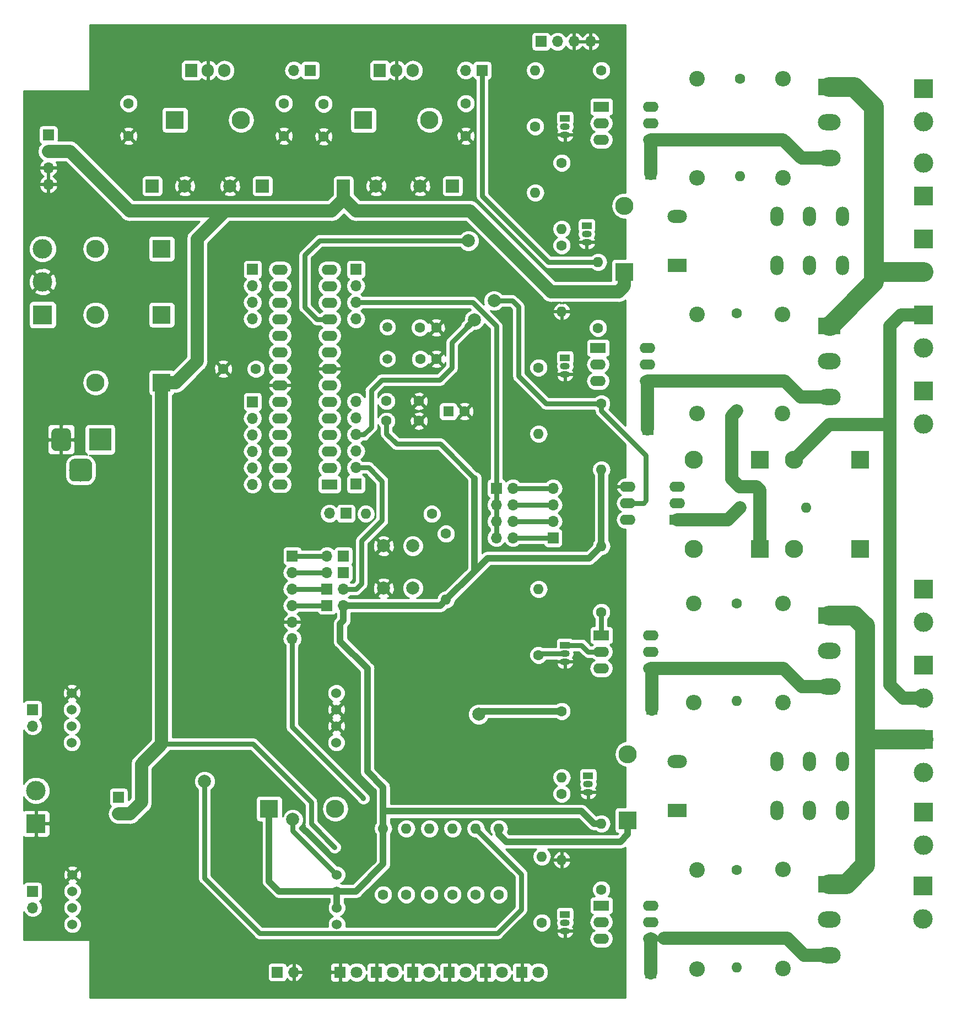
<source format=gbl>
G04 #@! TF.GenerationSoftware,KiCad,Pcbnew,(5.0.1)-3*
G04 #@! TF.CreationDate,2018-11-11T16:05:35+05:30*
G04 #@! TF.ProjectId,NDT,4E44542E6B696361645F706362000000,rev?*
G04 #@! TF.SameCoordinates,Original*
G04 #@! TF.FileFunction,Copper,L2,Bot,Signal*
G04 #@! TF.FilePolarity,Positive*
%FSLAX46Y46*%
G04 Gerber Fmt 4.6, Leading zero omitted, Abs format (unit mm)*
G04 Created by KiCad (PCBNEW (5.0.1)-3) date 11/11/2018 4:05:35 PM*
%MOMM*%
%LPD*%
G01*
G04 APERTURE LIST*
G04 #@! TA.AperFunction,ComponentPad*
%ADD10R,1.700000X1.700000*%
G04 #@! TD*
G04 #@! TA.AperFunction,ComponentPad*
%ADD11O,1.700000X1.700000*%
G04 #@! TD*
G04 #@! TA.AperFunction,ComponentPad*
%ADD12C,1.600000*%
G04 #@! TD*
G04 #@! TA.AperFunction,ComponentPad*
%ADD13O,1.600000X1.600000*%
G04 #@! TD*
G04 #@! TA.AperFunction,ComponentPad*
%ADD14O,2.000000X3.000000*%
G04 #@! TD*
G04 #@! TA.AperFunction,ComponentPad*
%ADD15O,3.000000X2.000000*%
G04 #@! TD*
G04 #@! TA.AperFunction,ComponentPad*
%ADD16R,3.000000X2.000000*%
G04 #@! TD*
G04 #@! TA.AperFunction,ComponentPad*
%ADD17C,2.400000*%
G04 #@! TD*
G04 #@! TA.AperFunction,ComponentPad*
%ADD18O,2.400000X2.400000*%
G04 #@! TD*
G04 #@! TA.AperFunction,ComponentPad*
%ADD19R,3.000000X3.000000*%
G04 #@! TD*
G04 #@! TA.AperFunction,ComponentPad*
%ADD20C,3.000000*%
G04 #@! TD*
G04 #@! TA.AperFunction,ComponentPad*
%ADD21R,2.000000X2.000000*%
G04 #@! TD*
G04 #@! TA.AperFunction,ComponentPad*
%ADD22C,2.000000*%
G04 #@! TD*
G04 #@! TA.AperFunction,ComponentPad*
%ADD23O,2.800000X2.800000*%
G04 #@! TD*
G04 #@! TA.AperFunction,ComponentPad*
%ADD24R,2.800000X2.800000*%
G04 #@! TD*
G04 #@! TA.AperFunction,ComponentPad*
%ADD25R,3.500000X2.500000*%
G04 #@! TD*
G04 #@! TA.AperFunction,ComponentPad*
%ADD26O,3.500000X2.500000*%
G04 #@! TD*
G04 #@! TA.AperFunction,ComponentPad*
%ADD27C,1.800000*%
G04 #@! TD*
G04 #@! TA.AperFunction,ComponentPad*
%ADD28R,1.800000X1.800000*%
G04 #@! TD*
G04 #@! TA.AperFunction,ComponentPad*
%ADD29R,3.500000X3.500000*%
G04 #@! TD*
G04 #@! TA.AperFunction,Conductor*
%ADD30C,0.100000*%
G04 #@! TD*
G04 #@! TA.AperFunction,ComponentPad*
%ADD31C,3.500000*%
G04 #@! TD*
G04 #@! TA.AperFunction,ComponentPad*
%ADD32O,1.500000X1.050000*%
G04 #@! TD*
G04 #@! TA.AperFunction,ComponentPad*
%ADD33R,1.500000X1.050000*%
G04 #@! TD*
G04 #@! TA.AperFunction,ComponentPad*
%ADD34R,1.905000X2.000000*%
G04 #@! TD*
G04 #@! TA.AperFunction,ComponentPad*
%ADD35O,1.905000X2.000000*%
G04 #@! TD*
G04 #@! TA.AperFunction,ComponentPad*
%ADD36R,2.400000X1.600000*%
G04 #@! TD*
G04 #@! TA.AperFunction,ComponentPad*
%ADD37O,2.400000X1.600000*%
G04 #@! TD*
G04 #@! TA.AperFunction,ComponentPad*
%ADD38C,1.500000*%
G04 #@! TD*
G04 #@! TA.AperFunction,ComponentPad*
%ADD39R,1.600000X1.600000*%
G04 #@! TD*
G04 #@! TA.AperFunction,ComponentPad*
%ADD40C,1.524000*%
G04 #@! TD*
G04 #@! TA.AperFunction,ViaPad*
%ADD41C,2.000000*%
G04 #@! TD*
G04 #@! TA.AperFunction,ViaPad*
%ADD42C,0.800000*%
G04 #@! TD*
G04 #@! TA.AperFunction,Conductor*
%ADD43C,2.032000*%
G04 #@! TD*
G04 #@! TA.AperFunction,Conductor*
%ADD44C,0.762000*%
G04 #@! TD*
G04 #@! TA.AperFunction,Conductor*
%ADD45C,1.016000*%
G04 #@! TD*
G04 #@! TA.AperFunction,Conductor*
%ADD46C,3.048000*%
G04 #@! TD*
G04 #@! TA.AperFunction,Conductor*
%ADD47C,0.254000*%
G04 #@! TD*
G04 APERTURE END LIST*
D10*
G04 #@! TO.P,J20,1*
G04 #@! TO.N,Reset*
X69596000Y-99568000D03*
D11*
G04 #@! TO.P,J20,2*
G04 #@! TO.N,Net-(J20-Pad2)*
X67056000Y-99568000D03*
G04 #@! TD*
D12*
G04 #@! TO.P,R4,1*
G04 #@! TO.N,Net-(Q2-Pad2)*
X103124000Y-136144000D03*
D13*
G04 #@! TO.P,R4,2*
G04 #@! TO.N,GND*
X103124000Y-146304000D03*
G04 #@! TD*
D12*
G04 #@! TO.P,R15,1*
G04 #@! TO.N,INT*
X109220000Y-76136500D03*
D13*
G04 #@! TO.P,R15,2*
G04 #@! TO.N,5V*
X109220000Y-86296500D03*
G04 #@! TD*
D12*
G04 #@! TO.P,R3,1*
G04 #@! TO.N,Net-(Q1-Pad2)*
X103124000Y-51816000D03*
D13*
G04 #@! TO.P,R3,2*
G04 #@! TO.N,GND*
X103124000Y-61976000D03*
G04 #@! TD*
D14*
G04 #@! TO.P,K2,14*
G04 #@! TO.N,AC_IN*
X146244000Y-138684000D03*
G04 #@! TO.P,K2,21*
G04 #@! TO.N,Lamp_3*
X141204000Y-131184000D03*
G04 #@! TO.P,K2,12*
G04 #@! TO.N,Net-(K2-Pad12)*
X136164000Y-138684000D03*
G04 #@! TO.P,K2,22*
G04 #@! TO.N,Net-(K2-Pad22)*
X136164000Y-131184000D03*
G04 #@! TO.P,K2,24*
G04 #@! TO.N,AC_IN*
X146244000Y-131184000D03*
G04 #@! TO.P,K2,11*
G04 #@! TO.N,Lamp_4*
X141204000Y-138684000D03*
D15*
G04 #@! TO.P,K2,A2*
G04 #@! TO.N,Net-(D7-Pad2)*
X120904000Y-131184000D03*
D16*
G04 #@! TO.P,K2,A1*
G04 #@! TO.N,12V*
X120904000Y-138684000D03*
G04 #@! TD*
D17*
G04 #@! TO.P,R23,1*
G04 #@! TO.N,Net-(D16-Pad2)*
X137160000Y-162966400D03*
D18*
G04 #@! TO.P,R23,2*
G04 #@! TO.N,Net-(C16-Pad1)*
X137160000Y-147726400D03*
G04 #@! TD*
D19*
G04 #@! TO.P,J11,1*
G04 #@! TO.N,AC_IN*
X158750000Y-50800000D03*
D20*
G04 #@! TO.P,J11,2*
G04 #@! TO.N,GNDPWR*
X158750000Y-55880000D03*
G04 #@! TD*
D12*
G04 #@! TO.P,C1,2*
G04 #@! TO.N,GND*
X36576000Y-34972000D03*
G04 #@! TO.P,C1,1*
G04 #@! TO.N,Net-(C1-Pad1)*
X36576000Y-29972000D03*
G04 #@! TD*
D21*
G04 #@! TO.P,C2,1*
G04 #@! TO.N,Net-(C1-Pad1)*
X40212000Y-42672000D03*
D22*
G04 #@! TO.P,C2,2*
G04 #@! TO.N,GND*
X45212000Y-42672000D03*
G04 #@! TD*
G04 #@! TO.P,C3,2*
G04 #@! TO.N,GND*
X52150000Y-42672000D03*
D21*
G04 #@! TO.P,C3,1*
G04 #@! TO.N,Net-(C3-Pad1)*
X57150000Y-42672000D03*
G04 #@! TD*
D12*
G04 #@! TO.P,C4,2*
G04 #@! TO.N,GND*
X60452000Y-34972000D03*
G04 #@! TO.P,C4,1*
G04 #@! TO.N,Net-(C3-Pad1)*
X60452000Y-29972000D03*
G04 #@! TD*
G04 #@! TO.P,C5,1*
G04 #@! TO.N,12V*
X66548000Y-30052000D03*
G04 #@! TO.P,C5,2*
G04 #@! TO.N,GND*
X66548000Y-35052000D03*
G04 #@! TD*
D21*
G04 #@! TO.P,C6,1*
G04 #@! TO.N,12V*
X69596000Y-42672000D03*
D22*
G04 #@! TO.P,C6,2*
G04 #@! TO.N,GND*
X74596000Y-42672000D03*
G04 #@! TD*
G04 #@! TO.P,C7,2*
G04 #@! TO.N,GND*
X81360000Y-42672000D03*
D21*
G04 #@! TO.P,C7,1*
G04 #@! TO.N,Net-(C7-Pad1)*
X86360000Y-42672000D03*
G04 #@! TD*
D12*
G04 #@! TO.P,C8,1*
G04 #@! TO.N,Net-(C7-Pad1)*
X88392000Y-29972000D03*
G04 #@! TO.P,C8,2*
G04 #@! TO.N,GND*
X88392000Y-34972000D03*
G04 #@! TD*
G04 #@! TO.P,C10,1*
G04 #@! TO.N,5V*
X56134000Y-70802500D03*
G04 #@! TO.P,C10,2*
G04 #@! TO.N,GND*
X51134000Y-70802500D03*
G04 #@! TD*
G04 #@! TO.P,C11,1*
G04 #@! TO.N,Net-(C11-Pad1)*
X130556000Y-26172160D03*
D13*
G04 #@! TO.P,C11,2*
G04 #@! TO.N,GNDPWR*
X130556000Y-41172160D03*
G04 #@! TD*
D12*
G04 #@! TO.P,C12,1*
G04 #@! TO.N,GND*
X83883500Y-69278500D03*
G04 #@! TO.P,C12,2*
G04 #@! TO.N,Net-(C12-Pad2)*
X81383500Y-69278500D03*
G04 #@! TD*
G04 #@! TO.P,C13,2*
G04 #@! TO.N,Net-(C13-Pad2)*
X81343500Y-64452500D03*
G04 #@! TO.P,C13,1*
G04 #@! TO.N,GND*
X83843500Y-64452500D03*
G04 #@! TD*
D13*
G04 #@! TO.P,C14,2*
G04 #@! TO.N,GNDPWR*
X130048000Y-77255400D03*
D12*
G04 #@! TO.P,C14,1*
G04 #@! TO.N,Net-(C14-Pad1)*
X130048000Y-62255400D03*
G04 #@! TD*
G04 #@! TO.P,C15,1*
G04 #@! TO.N,Net-(C15-Pad1)*
X130048000Y-106832400D03*
D13*
G04 #@! TO.P,C15,2*
G04 #@! TO.N,GNDPWR*
X130048000Y-121832400D03*
G04 #@! TD*
D12*
G04 #@! TO.P,C16,1*
G04 #@! TO.N,Net-(C16-Pad1)*
X130048000Y-147828000D03*
D13*
G04 #@! TO.P,C16,2*
G04 #@! TO.N,GNDPWR*
X130048000Y-162828000D03*
G04 #@! TD*
D12*
G04 #@! TO.P,C17,1*
G04 #@! TO.N,5V*
X76200000Y-75755500D03*
G04 #@! TO.P,C17,2*
G04 #@! TO.N,GND*
X81200000Y-75755500D03*
G04 #@! TD*
G04 #@! TO.P,C18,2*
G04 #@! TO.N,GND*
X81200000Y-78803500D03*
G04 #@! TO.P,C18,1*
G04 #@! TO.N,5V*
X76200000Y-78803500D03*
G04 #@! TD*
D23*
G04 #@! TO.P,D1,2*
G04 #@! TO.N,Net-(C3-Pad1)*
X53848000Y-32512000D03*
D24*
G04 #@! TO.P,D1,1*
G04 #@! TO.N,Net-(C1-Pad1)*
X43688000Y-32512000D03*
G04 #@! TD*
G04 #@! TO.P,D2,1*
G04 #@! TO.N,12V*
X72644000Y-32512000D03*
D23*
G04 #@! TO.P,D2,2*
G04 #@! TO.N,Net-(C7-Pad1)*
X82804000Y-32512000D03*
G04 #@! TD*
G04 #@! TO.P,D3,2*
G04 #@! TO.N,Net-(D3-Pad2)*
X31496000Y-52324000D03*
D24*
G04 #@! TO.P,D3,1*
G04 #@! TO.N,Net-(C1-Pad1)*
X41656000Y-52324000D03*
G04 #@! TD*
D23*
G04 #@! TO.P,D4,2*
G04 #@! TO.N,Net-(D4-Pad2)*
X31496000Y-62484000D03*
D24*
G04 #@! TO.P,D4,1*
G04 #@! TO.N,Net-(C1-Pad1)*
X41656000Y-62484000D03*
G04 #@! TD*
G04 #@! TO.P,D5,1*
G04 #@! TO.N,12V*
X41656000Y-72898000D03*
D23*
G04 #@! TO.P,D5,2*
G04 #@! TO.N,Net-(D5-Pad2)*
X31496000Y-72898000D03*
G04 #@! TD*
G04 #@! TO.P,D6,2*
G04 #@! TO.N,Net-(D6-Pad2)*
X112776000Y-45720000D03*
D24*
G04 #@! TO.P,D6,1*
G04 #@! TO.N,12V*
X112776000Y-55880000D03*
G04 #@! TD*
G04 #@! TO.P,D7,1*
G04 #@! TO.N,12V*
X113284000Y-140208000D03*
D23*
G04 #@! TO.P,D7,2*
G04 #@! TO.N,Net-(D7-Pad2)*
X113284000Y-130048000D03*
G04 #@! TD*
D24*
G04 #@! TO.P,D8,1*
G04 #@! TO.N,5V*
X58166000Y-138430000D03*
D23*
G04 #@! TO.P,D8,2*
G04 #@! TO.N,Net-(C9-Pad1)*
X68326000Y-138430000D03*
G04 #@! TD*
D25*
G04 #@! TO.P,D9,1*
G04 #@! TO.N,GNDPWR*
X144272000Y-27432000D03*
D26*
G04 #@! TO.P,D9,2*
G04 #@! TO.N,Net-(D9-Pad2)*
X144272000Y-32907000D03*
G04 #@! TO.P,D9,3*
G04 #@! TO.N,Gate_1*
X144272000Y-38382000D03*
G04 #@! TD*
D24*
G04 #@! TO.P,D10,1*
G04 #@! TO.N,Net-(D10-Pad1)*
X148976080Y-84764880D03*
D23*
G04 #@! TO.P,D10,2*
G04 #@! TO.N,AC_IN*
X138816080Y-84764880D03*
G04 #@! TD*
G04 #@! TO.P,D11,2*
G04 #@! TO.N,GNDPWR*
X138816080Y-98480880D03*
D24*
G04 #@! TO.P,D11,1*
G04 #@! TO.N,Net-(D10-Pad1)*
X148976080Y-98480880D03*
G04 #@! TD*
D26*
G04 #@! TO.P,D12,3*
G04 #@! TO.N,Gate_2*
X144272000Y-75110400D03*
G04 #@! TO.P,D12,2*
G04 #@! TO.N,Net-(D12-Pad2)*
X144272000Y-69635400D03*
D25*
G04 #@! TO.P,D12,1*
G04 #@! TO.N,GNDPWR*
X144272000Y-64160400D03*
G04 #@! TD*
D24*
G04 #@! TO.P,D13,1*
G04 #@! TO.N,AC_IN*
X133604000Y-84764880D03*
D23*
G04 #@! TO.P,D13,2*
G04 #@! TO.N,Net-(D13-Pad2)*
X123444000Y-84764880D03*
G04 #@! TD*
G04 #@! TO.P,D14,2*
G04 #@! TO.N,Net-(D13-Pad2)*
X123444000Y-98480880D03*
D24*
G04 #@! TO.P,D14,1*
G04 #@! TO.N,GNDPWR*
X133604000Y-98480880D03*
G04 #@! TD*
D26*
G04 #@! TO.P,D15,3*
G04 #@! TO.N,Gate_3*
X144272000Y-119662000D03*
G04 #@! TO.P,D15,2*
G04 #@! TO.N,Net-(D15-Pad2)*
X144272000Y-114187000D03*
D25*
G04 #@! TO.P,D15,1*
G04 #@! TO.N,GNDPWR*
X144272000Y-108712000D03*
G04 #@! TD*
G04 #@! TO.P,D16,1*
G04 #@! TO.N,GNDPWR*
X144272000Y-150012400D03*
D26*
G04 #@! TO.P,D16,2*
G04 #@! TO.N,Net-(D16-Pad2)*
X144272000Y-155487400D03*
G04 #@! TO.P,D16,3*
G04 #@! TO.N,Gate_4*
X144272000Y-160962400D03*
G04 #@! TD*
D27*
G04 #@! TO.P,D17,2*
G04 #@! TO.N,Net-(D17-Pad2)*
X99568000Y-163576000D03*
D28*
G04 #@! TO.P,D17,1*
G04 #@! TO.N,GND*
X97028000Y-163576000D03*
G04 #@! TD*
G04 #@! TO.P,D18,1*
G04 #@! TO.N,GND*
X69088000Y-163576000D03*
D27*
G04 #@! TO.P,D18,2*
G04 #@! TO.N,Net-(D18-Pad2)*
X71628000Y-163576000D03*
G04 #@! TD*
G04 #@! TO.P,D19,2*
G04 #@! TO.N,Net-(D19-Pad2)*
X93980000Y-163576000D03*
D28*
G04 #@! TO.P,D19,1*
G04 #@! TO.N,GND*
X91440000Y-163576000D03*
G04 #@! TD*
G04 #@! TO.P,D20,1*
G04 #@! TO.N,GND*
X85852000Y-163576000D03*
D27*
G04 #@! TO.P,D20,2*
G04 #@! TO.N,Net-(D20-Pad2)*
X88392000Y-163576000D03*
G04 #@! TD*
D28*
G04 #@! TO.P,D21,1*
G04 #@! TO.N,GND*
X74676000Y-163576000D03*
D27*
G04 #@! TO.P,D21,2*
G04 #@! TO.N,Net-(D21-Pad2)*
X77216000Y-163576000D03*
G04 #@! TD*
G04 #@! TO.P,D22,2*
G04 #@! TO.N,Net-(D22-Pad2)*
X82804000Y-163576000D03*
D28*
G04 #@! TO.P,D22,1*
G04 #@! TO.N,GND*
X80264000Y-163576000D03*
G04 #@! TD*
D20*
G04 #@! TO.P,J1,2*
G04 #@! TO.N,AC_IN*
X158750000Y-132842000D03*
D19*
G04 #@! TO.P,J1,1*
G04 #@! TO.N,GNDPWR*
X158750000Y-127762000D03*
G04 #@! TD*
D11*
G04 #@! TO.P,J2,2*
G04 #@! TO.N,Net-(C3-Pad1)*
X61976000Y-24892000D03*
D10*
G04 #@! TO.P,J2,1*
G04 #@! TO.N,12V*
X64516000Y-24892000D03*
G04 #@! TD*
D11*
G04 #@! TO.P,J3,2*
G04 #@! TO.N,Net-(C7-Pad1)*
X88392000Y-24892000D03*
D10*
G04 #@! TO.P,J3,1*
G04 #@! TO.N,5V*
X90932000Y-24892000D03*
G04 #@! TD*
D19*
G04 #@! TO.P,J6,1*
G04 #@! TO.N,Net-(D4-Pad2)*
X23368000Y-62484000D03*
D20*
G04 #@! TO.P,J6,2*
G04 #@! TO.N,GND*
X23368000Y-57404000D03*
G04 #@! TO.P,J6,3*
G04 #@! TO.N,Net-(D3-Pad2)*
X23368000Y-52324000D03*
G04 #@! TD*
D29*
G04 #@! TO.P,J14,1*
G04 #@! TO.N,Net-(D5-Pad2)*
X32210000Y-81660000D03*
D30*
G04 #@! TD*
G04 #@! TO.N,GND*
G04 #@! TO.C,J14*
G36*
X27033513Y-79913611D02*
X27106318Y-79924411D01*
X27177714Y-79942295D01*
X27247013Y-79967090D01*
X27313548Y-79998559D01*
X27376678Y-80036398D01*
X27435795Y-80080242D01*
X27490330Y-80129670D01*
X27539758Y-80184205D01*
X27583602Y-80243322D01*
X27621441Y-80306452D01*
X27652910Y-80372987D01*
X27677705Y-80442286D01*
X27695589Y-80513682D01*
X27706389Y-80586487D01*
X27710000Y-80660000D01*
X27710000Y-82660000D01*
X27706389Y-82733513D01*
X27695589Y-82806318D01*
X27677705Y-82877714D01*
X27652910Y-82947013D01*
X27621441Y-83013548D01*
X27583602Y-83076678D01*
X27539758Y-83135795D01*
X27490330Y-83190330D01*
X27435795Y-83239758D01*
X27376678Y-83283602D01*
X27313548Y-83321441D01*
X27247013Y-83352910D01*
X27177714Y-83377705D01*
X27106318Y-83395589D01*
X27033513Y-83406389D01*
X26960000Y-83410000D01*
X25460000Y-83410000D01*
X25386487Y-83406389D01*
X25313682Y-83395589D01*
X25242286Y-83377705D01*
X25172987Y-83352910D01*
X25106452Y-83321441D01*
X25043322Y-83283602D01*
X24984205Y-83239758D01*
X24929670Y-83190330D01*
X24880242Y-83135795D01*
X24836398Y-83076678D01*
X24798559Y-83013548D01*
X24767090Y-82947013D01*
X24742295Y-82877714D01*
X24724411Y-82806318D01*
X24713611Y-82733513D01*
X24710000Y-82660000D01*
X24710000Y-80660000D01*
X24713611Y-80586487D01*
X24724411Y-80513682D01*
X24742295Y-80442286D01*
X24767090Y-80372987D01*
X24798559Y-80306452D01*
X24836398Y-80243322D01*
X24880242Y-80184205D01*
X24929670Y-80129670D01*
X24984205Y-80080242D01*
X25043322Y-80036398D01*
X25106452Y-79998559D01*
X25172987Y-79967090D01*
X25242286Y-79942295D01*
X25313682Y-79924411D01*
X25386487Y-79913611D01*
X25460000Y-79910000D01*
X26960000Y-79910000D01*
X27033513Y-79913611D01*
X27033513Y-79913611D01*
G37*
D20*
G04 #@! TO.P,J14,2*
G04 #@! TO.N,GND*
X26210000Y-81660000D03*
D30*
G04 #@! TD*
G04 #@! TO.N,N/C*
G04 #@! TO.C,J14*
G36*
X30170765Y-84614213D02*
X30255704Y-84626813D01*
X30338999Y-84647677D01*
X30419848Y-84676605D01*
X30497472Y-84713319D01*
X30571124Y-84757464D01*
X30640094Y-84808616D01*
X30703718Y-84866282D01*
X30761384Y-84929906D01*
X30812536Y-84998876D01*
X30856681Y-85072528D01*
X30893395Y-85150152D01*
X30922323Y-85231001D01*
X30943187Y-85314296D01*
X30955787Y-85399235D01*
X30960000Y-85485000D01*
X30960000Y-87235000D01*
X30955787Y-87320765D01*
X30943187Y-87405704D01*
X30922323Y-87488999D01*
X30893395Y-87569848D01*
X30856681Y-87647472D01*
X30812536Y-87721124D01*
X30761384Y-87790094D01*
X30703718Y-87853718D01*
X30640094Y-87911384D01*
X30571124Y-87962536D01*
X30497472Y-88006681D01*
X30419848Y-88043395D01*
X30338999Y-88072323D01*
X30255704Y-88093187D01*
X30170765Y-88105787D01*
X30085000Y-88110000D01*
X28335000Y-88110000D01*
X28249235Y-88105787D01*
X28164296Y-88093187D01*
X28081001Y-88072323D01*
X28000152Y-88043395D01*
X27922528Y-88006681D01*
X27848876Y-87962536D01*
X27779906Y-87911384D01*
X27716282Y-87853718D01*
X27658616Y-87790094D01*
X27607464Y-87721124D01*
X27563319Y-87647472D01*
X27526605Y-87569848D01*
X27497677Y-87488999D01*
X27476813Y-87405704D01*
X27464213Y-87320765D01*
X27460000Y-87235000D01*
X27460000Y-85485000D01*
X27464213Y-85399235D01*
X27476813Y-85314296D01*
X27497677Y-85231001D01*
X27526605Y-85150152D01*
X27563319Y-85072528D01*
X27607464Y-84998876D01*
X27658616Y-84929906D01*
X27716282Y-84866282D01*
X27779906Y-84808616D01*
X27848876Y-84757464D01*
X27922528Y-84713319D01*
X28000152Y-84676605D01*
X28081001Y-84647677D01*
X28164296Y-84626813D01*
X28249235Y-84614213D01*
X28335000Y-84610000D01*
X30085000Y-84610000D01*
X30170765Y-84614213D01*
X30170765Y-84614213D01*
G37*
D31*
G04 #@! TO.P,J14,3*
G04 #@! TO.N,N/C*
X29210000Y-86360000D03*
G04 #@! TD*
D10*
G04 #@! TO.P,J15,1*
G04 #@! TO.N,Net-(J15-Pad1)*
X69977000Y-93027500D03*
D11*
G04 #@! TO.P,J15,2*
G04 #@! TO.N,Reset*
X67437000Y-93027500D03*
G04 #@! TD*
D20*
G04 #@! TO.P,J16,2*
G04 #@! TO.N,Lamp_1*
X158750000Y-32766000D03*
D19*
G04 #@! TO.P,J16,1*
G04 #@! TO.N,Net-(D9-Pad2)*
X158750000Y-27686000D03*
G04 #@! TD*
G04 #@! TO.P,J17,1*
G04 #@! TO.N,Lamp_2*
X158750000Y-74168000D03*
D20*
G04 #@! TO.P,J17,2*
G04 #@! TO.N,Net-(D12-Pad2)*
X158750000Y-79248000D03*
G04 #@! TD*
G04 #@! TO.P,J18,2*
G04 #@! TO.N,Lamp_3*
X158750000Y-109728000D03*
D19*
G04 #@! TO.P,J18,1*
G04 #@! TO.N,Net-(D15-Pad2)*
X158750000Y-104648000D03*
G04 #@! TD*
D10*
G04 #@! TO.P,J19,1*
G04 #@! TO.N,Drive*
X93091000Y-89154000D03*
D11*
G04 #@! TO.P,J19,2*
G04 #@! TO.N,Net-(J19-Pad2)*
X95631000Y-89154000D03*
G04 #@! TO.P,J19,3*
G04 #@! TO.N,Drive*
X93091000Y-91694000D03*
G04 #@! TO.P,J19,4*
G04 #@! TO.N,Net-(J19-Pad4)*
X95631000Y-91694000D03*
G04 #@! TO.P,J19,5*
G04 #@! TO.N,Drive*
X93091000Y-94234000D03*
G04 #@! TO.P,J19,6*
G04 #@! TO.N,Net-(J19-Pad6)*
X95631000Y-94234000D03*
G04 #@! TO.P,J19,7*
G04 #@! TO.N,Drive*
X93091000Y-96774000D03*
G04 #@! TO.P,J19,8*
G04 #@! TO.N,Net-(J19-Pad8)*
X95631000Y-96774000D03*
G04 #@! TD*
D10*
G04 #@! TO.P,J21,1*
G04 #@! TO.N,TX*
X69596000Y-102108000D03*
D11*
G04 #@! TO.P,J21,2*
G04 #@! TO.N,Net-(J21-Pad2)*
X67056000Y-102108000D03*
G04 #@! TD*
G04 #@! TO.P,J22,6*
G04 #@! TO.N,3V3*
X61722000Y-112268000D03*
G04 #@! TO.P,J22,5*
G04 #@! TO.N,GND*
X61722000Y-109728000D03*
G04 #@! TO.P,J22,4*
G04 #@! TO.N,Net-(J22-Pad4)*
X61722000Y-107188000D03*
G04 #@! TO.P,J22,3*
G04 #@! TO.N,Net-(J22-Pad3)*
X61722000Y-104648000D03*
G04 #@! TO.P,J22,2*
G04 #@! TO.N,Net-(J21-Pad2)*
X61722000Y-102108000D03*
D10*
G04 #@! TO.P,J22,1*
G04 #@! TO.N,Net-(J20-Pad2)*
X61722000Y-99568000D03*
G04 #@! TD*
D19*
G04 #@! TO.P,J23,1*
G04 #@! TO.N,Lamp_4*
X158673800Y-150266400D03*
D20*
G04 #@! TO.P,J23,2*
G04 #@! TO.N,Net-(D16-Pad2)*
X158673800Y-155346400D03*
G04 #@! TD*
D10*
G04 #@! TO.P,J24,1*
G04 #@! TO.N,Net-(J22-Pad3)*
X67056000Y-104648000D03*
D11*
G04 #@! TO.P,J24,2*
G04 #@! TO.N,RX*
X69596000Y-104648000D03*
G04 #@! TD*
G04 #@! TO.P,J25,2*
G04 #@! TO.N,5V*
X69596000Y-107188000D03*
D10*
G04 #@! TO.P,J25,1*
G04 #@! TO.N,Net-(J22-Pad4)*
X67056000Y-107188000D03*
G04 #@! TD*
D19*
G04 #@! TO.P,J26,1*
G04 #@! TO.N,GND*
X22352000Y-140716000D03*
D20*
G04 #@! TO.P,J26,2*
G04 #@! TO.N,Net-(J26-Pad2)*
X22352000Y-135636000D03*
G04 #@! TD*
D11*
G04 #@! TO.P,J27,2*
G04 #@! TO.N,12V*
X35052000Y-139192000D03*
D10*
G04 #@! TO.P,J27,1*
G04 #@! TO.N,Net-(J26-Pad2)*
X35052000Y-136652000D03*
G04 #@! TD*
G04 #@! TO.P,J30,1*
G04 #@! TO.N,Net-(J30-Pad1)*
X21844000Y-151130000D03*
D11*
G04 #@! TO.P,J30,2*
G04 #@! TO.N,Net-(J30-Pad2)*
X21844000Y-153670000D03*
G04 #@! TD*
D10*
G04 #@! TO.P,J31,1*
G04 #@! TO.N,PC0*
X55626000Y-75844722D03*
D11*
G04 #@! TO.P,J31,2*
G04 #@! TO.N,PC1*
X55626000Y-78384722D03*
G04 #@! TO.P,J31,3*
G04 #@! TO.N,PC2*
X55626000Y-80924722D03*
G04 #@! TO.P,J31,4*
G04 #@! TO.N,PC3*
X55626000Y-83464722D03*
G04 #@! TO.P,J31,5*
G04 #@! TO.N,PC4*
X55626000Y-86004722D03*
G04 #@! TO.P,J31,6*
G04 #@! TO.N,PC5*
X55626000Y-88544722D03*
G04 #@! TD*
G04 #@! TO.P,J35,2*
G04 #@! TO.N,Net-(J35-Pad2)*
X21844000Y-125730000D03*
D10*
G04 #@! TO.P,J35,1*
G04 #@! TO.N,Net-(J35-Pad1)*
X21844000Y-123190000D03*
G04 #@! TD*
D16*
G04 #@! TO.P,K1,A1*
G04 #@! TO.N,12V*
X120904000Y-54864000D03*
D15*
G04 #@! TO.P,K1,A2*
G04 #@! TO.N,Net-(D6-Pad2)*
X120904000Y-47364000D03*
D14*
G04 #@! TO.P,K1,11*
G04 #@! TO.N,Lamp_2*
X141204000Y-54864000D03*
G04 #@! TO.P,K1,24*
G04 #@! TO.N,AC_IN*
X146244000Y-47364000D03*
G04 #@! TO.P,K1,22*
G04 #@! TO.N,Net-(K1-Pad22)*
X136164000Y-47364000D03*
G04 #@! TO.P,K1,12*
G04 #@! TO.N,Net-(K1-Pad12)*
X136164000Y-54864000D03*
G04 #@! TO.P,K1,21*
G04 #@! TO.N,Lamp_1*
X141204000Y-47364000D03*
G04 #@! TO.P,K1,14*
G04 #@! TO.N,AC_IN*
X146244000Y-54864000D03*
G04 #@! TD*
D32*
G04 #@! TO.P,Q1,2*
G04 #@! TO.N,Net-(Q1-Pad2)*
X106979720Y-50038000D03*
G04 #@! TO.P,Q1,3*
G04 #@! TO.N,GND*
X106979720Y-51308000D03*
D33*
G04 #@! TO.P,Q1,1*
G04 #@! TO.N,Net-(D6-Pad2)*
X106979720Y-48768000D03*
G04 #@! TD*
D32*
G04 #@! TO.P,Q2,2*
G04 #@! TO.N,Net-(Q2-Pad2)*
X107188000Y-134620000D03*
G04 #@! TO.P,Q2,3*
G04 #@! TO.N,GND*
X107188000Y-135890000D03*
D33*
G04 #@! TO.P,Q2,1*
G04 #@! TO.N,Net-(D7-Pad2)*
X107188000Y-133350000D03*
G04 #@! TD*
D32*
G04 #@! TO.P,Q3,2*
G04 #@! TO.N,Net-(Q3-Pad2)*
X103632000Y-33528000D03*
G04 #@! TO.P,Q3,3*
G04 #@! TO.N,GND*
X103632000Y-34798000D03*
D33*
G04 #@! TO.P,Q3,1*
G04 #@! TO.N,Net-(Q3-Pad1)*
X103632000Y-32258000D03*
G04 #@! TD*
G04 #@! TO.P,Q4,1*
G04 #@! TO.N,Net-(Q4-Pad1)*
X103632000Y-69088000D03*
D32*
G04 #@! TO.P,Q4,3*
G04 #@! TO.N,GND*
X103632000Y-71628000D03*
G04 #@! TO.P,Q4,2*
G04 #@! TO.N,Net-(Q4-Pad2)*
X103632000Y-70358000D03*
G04 #@! TD*
D33*
G04 #@! TO.P,Q5,1*
G04 #@! TO.N,Net-(Q5-Pad1)*
X103632000Y-113284000D03*
D32*
G04 #@! TO.P,Q5,3*
G04 #@! TO.N,GND*
X103632000Y-115824000D03*
G04 #@! TO.P,Q5,2*
G04 #@! TO.N,Net-(Q5-Pad2)*
X103632000Y-114554000D03*
G04 #@! TD*
D33*
G04 #@! TO.P,Q6,1*
G04 #@! TO.N,Net-(Q6-Pad1)*
X103632000Y-154686000D03*
D32*
G04 #@! TO.P,Q6,3*
G04 #@! TO.N,GND*
X103632000Y-157226000D03*
G04 #@! TO.P,Q6,2*
G04 #@! TO.N,Net-(Q6-Pad2)*
X103632000Y-155956000D03*
G04 #@! TD*
D12*
G04 #@! TO.P,R1,1*
G04 #@! TO.N,Relay_Drive*
X103124000Y-39116000D03*
D13*
G04 #@! TO.P,R1,2*
G04 #@! TO.N,Net-(Q1-Pad2)*
X103124000Y-49276000D03*
G04 #@! TD*
G04 #@! TO.P,R2,2*
G04 #@! TO.N,Net-(Q2-Pad2)*
X103124000Y-133604000D03*
D12*
G04 #@! TO.P,R2,1*
G04 #@! TO.N,Relay_Drive*
X103124000Y-123444000D03*
G04 #@! TD*
D13*
G04 #@! TO.P,R5,2*
G04 #@! TO.N,5V*
X85344000Y-106299000D03*
D12*
G04 #@! TO.P,R5,1*
G04 #@! TO.N,Net-(C9-Pad1)*
X85344000Y-96139000D03*
G04 #@! TD*
D13*
G04 #@! TO.P,R6,2*
G04 #@! TO.N,Net-(J15-Pad1)*
X73025000Y-93091000D03*
D12*
G04 #@! TO.P,R6,1*
G04 #@! TO.N,Net-(C9-Pad1)*
X83185000Y-93091000D03*
G04 #@! TD*
D13*
G04 #@! TO.P,R7,2*
G04 #@! TO.N,5V*
X99060000Y-24892000D03*
D12*
G04 #@! TO.P,R7,1*
G04 #@! TO.N,Net-(R7-Pad1)*
X109220000Y-24892000D03*
G04 #@! TD*
D13*
G04 #@! TO.P,R10,2*
G04 #@! TO.N,Net-(J19-Pad2)*
X99060000Y-43688000D03*
D12*
G04 #@! TO.P,R10,1*
G04 #@! TO.N,Net-(Q3-Pad2)*
X99060000Y-33528000D03*
G04 #@! TD*
D13*
G04 #@! TO.P,R11,2*
G04 #@! TO.N,Net-(D10-Pad1)*
X140716000Y-92130880D03*
D12*
G04 #@! TO.P,R11,1*
G04 #@! TO.N,Net-(R11-Pad1)*
X130556000Y-92130880D03*
G04 #@! TD*
G04 #@! TO.P,R12,1*
G04 #@! TO.N,Net-(R12-Pad1)*
X108712000Y-64516000D03*
D13*
G04 #@! TO.P,R12,2*
G04 #@! TO.N,5V*
X108712000Y-54356000D03*
G04 #@! TD*
D12*
G04 #@! TO.P,R16,1*
G04 #@! TO.N,Net-(Q4-Pad2)*
X99568000Y-70612000D03*
D13*
G04 #@! TO.P,R16,2*
G04 #@! TO.N,Net-(J19-Pad4)*
X99568000Y-80772000D03*
G04 #@! TD*
G04 #@! TO.P,R17,2*
G04 #@! TO.N,5V*
X109220000Y-98044000D03*
D12*
G04 #@! TO.P,R17,1*
G04 #@! TO.N,Net-(R17-Pad1)*
X109220000Y-108204000D03*
G04 #@! TD*
D13*
G04 #@! TO.P,R20,2*
G04 #@! TO.N,Net-(J19-Pad6)*
X99568000Y-104648000D03*
D12*
G04 #@! TO.P,R20,1*
G04 #@! TO.N,Net-(Q5-Pad2)*
X99568000Y-114808000D03*
G04 #@! TD*
D13*
G04 #@! TO.P,R21,2*
G04 #@! TO.N,5V*
X109220000Y-140716000D03*
D12*
G04 #@! TO.P,R21,1*
G04 #@! TO.N,Net-(R21-Pad1)*
X109220000Y-150876000D03*
G04 #@! TD*
G04 #@! TO.P,R24,1*
G04 #@! TO.N,Net-(Q6-Pad2)*
X100076000Y-155956000D03*
D13*
G04 #@! TO.P,R24,2*
G04 #@! TO.N,Net-(J19-Pad8)*
X100076000Y-145796000D03*
G04 #@! TD*
G04 #@! TO.P,R25,2*
G04 #@! TO.N,12V*
X93472000Y-141478000D03*
D12*
G04 #@! TO.P,R25,1*
G04 #@! TO.N,Net-(D17-Pad2)*
X93472000Y-151638000D03*
G04 #@! TD*
G04 #@! TO.P,R26,1*
G04 #@! TO.N,Net-(D18-Pad2)*
X75692000Y-151638000D03*
D13*
G04 #@! TO.P,R26,2*
G04 #@! TO.N,5V*
X75692000Y-141478000D03*
G04 #@! TD*
G04 #@! TO.P,R27,2*
G04 #@! TO.N,LED*
X89916000Y-141478000D03*
D12*
G04 #@! TO.P,R27,1*
G04 #@! TO.N,Net-(D19-Pad2)*
X89916000Y-151638000D03*
G04 #@! TD*
G04 #@! TO.P,R28,1*
G04 #@! TO.N,Net-(D20-Pad2)*
X86360000Y-151638000D03*
D13*
G04 #@! TO.P,R28,2*
G04 #@! TO.N,Drive*
X86360000Y-141478000D03*
G04 #@! TD*
D12*
G04 #@! TO.P,R29,1*
G04 #@! TO.N,Net-(D21-Pad2)*
X79248000Y-151638000D03*
D13*
G04 #@! TO.P,R29,2*
G04 #@! TO.N,3V3*
X79248000Y-141478000D03*
G04 #@! TD*
D12*
G04 #@! TO.P,R30,1*
G04 #@! TO.N,Net-(D22-Pad2)*
X82804000Y-151638000D03*
D13*
G04 #@! TO.P,R30,2*
G04 #@! TO.N,Relay_Drive*
X82804000Y-141478000D03*
G04 #@! TD*
D22*
G04 #@! TO.P,SW1,2*
G04 #@! TO.N,Net-(C9-Pad1)*
X80255500Y-104521000D03*
G04 #@! TO.P,SW1,1*
G04 #@! TO.N,GND*
X75755500Y-104521000D03*
G04 #@! TO.P,SW1,2*
G04 #@! TO.N,Net-(C9-Pad1)*
X80255500Y-98021000D03*
G04 #@! TO.P,SW1,1*
G04 #@! TO.N,GND*
X75755500Y-98021000D03*
G04 #@! TD*
D34*
G04 #@! TO.P,U1,1*
G04 #@! TO.N,Net-(C1-Pad1)*
X46228000Y-24892000D03*
D35*
G04 #@! TO.P,U1,2*
G04 #@! TO.N,GND*
X48768000Y-24892000D03*
G04 #@! TO.P,U1,3*
G04 #@! TO.N,Net-(C3-Pad1)*
X51308000Y-24892000D03*
G04 #@! TD*
G04 #@! TO.P,U2,3*
G04 #@! TO.N,Net-(C7-Pad1)*
X80264000Y-24892000D03*
G04 #@! TO.P,U2,2*
G04 #@! TO.N,GND*
X77724000Y-24892000D03*
D34*
G04 #@! TO.P,U2,1*
G04 #@! TO.N,12V*
X75184000Y-24892000D03*
G04 #@! TD*
D36*
G04 #@! TO.P,U3,1*
G04 #@! TO.N,Net-(R7-Pad1)*
X109220000Y-30480000D03*
D37*
G04 #@! TO.P,U3,4*
G04 #@! TO.N,Gate_1*
X116840000Y-35560000D03*
G04 #@! TO.P,U3,2*
G04 #@! TO.N,Net-(Q3-Pad1)*
X109220000Y-33020000D03*
G04 #@! TO.P,U3,5*
G04 #@! TO.N,Net-(U3-Pad5)*
X116840000Y-33020000D03*
G04 #@! TO.P,U3,3*
G04 #@! TO.N,Net-(U3-Pad3)*
X109220000Y-35560000D03*
G04 #@! TO.P,U3,6*
G04 #@! TO.N,Net-(R8-Pad2)*
X116840000Y-30480000D03*
G04 #@! TD*
D36*
G04 #@! TO.P,U4,1*
G04 #@! TO.N,Reset*
X67451887Y-88544722D03*
D37*
G04 #@! TO.P,U4,15*
G04 #@! TO.N,PB1*
X59831887Y-55524722D03*
G04 #@! TO.P,U4,2*
G04 #@! TO.N,RX*
X67451887Y-86004722D03*
G04 #@! TO.P,U4,16*
G04 #@! TO.N,PB2*
X59831887Y-58064722D03*
G04 #@! TO.P,U4,3*
G04 #@! TO.N,TX*
X67451887Y-83464722D03*
G04 #@! TO.P,U4,17*
G04 #@! TO.N,PB3*
X59831887Y-60604722D03*
G04 #@! TO.P,U4,4*
G04 #@! TO.N,INT*
X67451887Y-80924722D03*
G04 #@! TO.P,U4,18*
G04 #@! TO.N,PB4*
X59831887Y-63144722D03*
G04 #@! TO.P,U4,5*
G04 #@! TO.N,PD3*
X67451887Y-78384722D03*
G04 #@! TO.P,U4,19*
G04 #@! TO.N,LED*
X59831887Y-65684722D03*
G04 #@! TO.P,U4,6*
G04 #@! TO.N,PD4*
X67451887Y-75844722D03*
G04 #@! TO.P,U4,20*
G04 #@! TO.N,5V*
X59831887Y-68224722D03*
G04 #@! TO.P,U4,7*
X67451887Y-73304722D03*
G04 #@! TO.P,U4,21*
X59831887Y-70764722D03*
G04 #@! TO.P,U4,8*
G04 #@! TO.N,GND*
X67451887Y-70764722D03*
G04 #@! TO.P,U4,22*
X59831887Y-73304722D03*
G04 #@! TO.P,U4,9*
G04 #@! TO.N,Net-(C12-Pad2)*
X67451887Y-68224722D03*
G04 #@! TO.P,U4,23*
G04 #@! TO.N,PC0*
X59831887Y-75844722D03*
G04 #@! TO.P,U4,10*
G04 #@! TO.N,Net-(C13-Pad2)*
X67451887Y-65684722D03*
G04 #@! TO.P,U4,24*
G04 #@! TO.N,PC1*
X59831887Y-78384722D03*
G04 #@! TO.P,U4,11*
G04 #@! TO.N,Relay_Drive*
X67451887Y-63144722D03*
G04 #@! TO.P,U4,25*
G04 #@! TO.N,PC2*
X59831887Y-80924722D03*
G04 #@! TO.P,U4,12*
G04 #@! TO.N,Drive*
X67451887Y-60604722D03*
G04 #@! TO.P,U4,26*
G04 #@! TO.N,PC3*
X59831887Y-83464722D03*
G04 #@! TO.P,U4,13*
G04 #@! TO.N,PD7*
X67451887Y-58064722D03*
G04 #@! TO.P,U4,27*
G04 #@! TO.N,PC4*
X59831887Y-86004722D03*
G04 #@! TO.P,U4,14*
G04 #@! TO.N,PB0*
X67451887Y-55524722D03*
G04 #@! TO.P,U4,28*
G04 #@! TO.N,PC5*
X59831887Y-88544722D03*
G04 #@! TD*
D36*
G04 #@! TO.P,U5,1*
G04 #@! TO.N,Net-(R12-Pad1)*
X108712000Y-67564000D03*
D37*
G04 #@! TO.P,U5,4*
G04 #@! TO.N,Gate_2*
X116332000Y-72644000D03*
G04 #@! TO.P,U5,2*
G04 #@! TO.N,Net-(Q4-Pad1)*
X108712000Y-70104000D03*
G04 #@! TO.P,U5,5*
G04 #@! TO.N,Net-(U5-Pad5)*
X116332000Y-70104000D03*
G04 #@! TO.P,U5,3*
G04 #@! TO.N,Net-(U5-Pad3)*
X108712000Y-72644000D03*
G04 #@! TO.P,U5,6*
G04 #@! TO.N,Net-(R13-Pad2)*
X116332000Y-67564000D03*
G04 #@! TD*
G04 #@! TO.P,U6,6*
G04 #@! TO.N,Net-(U6-Pad6)*
X113284000Y-93980000D03*
G04 #@! TO.P,U6,3*
G04 #@! TO.N,Net-(U6-Pad3)*
X120904000Y-88900000D03*
G04 #@! TO.P,U6,5*
G04 #@! TO.N,INT*
X113284000Y-91440000D03*
G04 #@! TO.P,U6,2*
G04 #@! TO.N,Net-(D13-Pad2)*
X120904000Y-91440000D03*
G04 #@! TO.P,U6,4*
G04 #@! TO.N,GND*
X113284000Y-88900000D03*
D36*
G04 #@! TO.P,U6,1*
G04 #@! TO.N,Net-(R11-Pad1)*
X120904000Y-93980000D03*
G04 #@! TD*
D37*
G04 #@! TO.P,U7,6*
G04 #@! TO.N,Net-(R18-Pad2)*
X116840000Y-111760000D03*
G04 #@! TO.P,U7,3*
G04 #@! TO.N,Net-(U7-Pad3)*
X109220000Y-116840000D03*
G04 #@! TO.P,U7,5*
G04 #@! TO.N,Net-(U7-Pad5)*
X116840000Y-114300000D03*
G04 #@! TO.P,U7,2*
G04 #@! TO.N,Net-(Q5-Pad1)*
X109220000Y-114300000D03*
G04 #@! TO.P,U7,4*
G04 #@! TO.N,Gate_3*
X116840000Y-116840000D03*
D36*
G04 #@! TO.P,U7,1*
G04 #@! TO.N,Net-(R17-Pad1)*
X109220000Y-111760000D03*
G04 #@! TD*
G04 #@! TO.P,U8,1*
G04 #@! TO.N,Net-(R21-Pad1)*
X109220000Y-153319480D03*
D37*
G04 #@! TO.P,U8,4*
G04 #@! TO.N,Gate_4*
X116840000Y-158399480D03*
G04 #@! TO.P,U8,2*
G04 #@! TO.N,Net-(Q6-Pad1)*
X109220000Y-155859480D03*
G04 #@! TO.P,U8,5*
G04 #@! TO.N,Net-(U8-Pad5)*
X116840000Y-155859480D03*
G04 #@! TO.P,U8,3*
G04 #@! TO.N,Net-(U8-Pad3)*
X109220000Y-158399480D03*
G04 #@! TO.P,U8,6*
G04 #@! TO.N,Net-(R22-Pad2)*
X116840000Y-153319480D03*
G04 #@! TD*
D38*
G04 #@! TO.P,Y1,1*
G04 #@! TO.N,Net-(C12-Pad2)*
X76341887Y-69240722D03*
G04 #@! TO.P,Y1,2*
G04 #@! TO.N,Net-(C13-Pad2)*
X76341887Y-64360722D03*
G04 #@! TD*
D39*
G04 #@! TO.P,C9,1*
G04 #@! TO.N,Net-(C9-Pad1)*
X85699600Y-77343000D03*
D12*
G04 #@! TO.P,C9,2*
G04 #@! TO.N,GND*
X88199600Y-77343000D03*
G04 #@! TD*
D40*
G04 #@! TO.P,U9,8*
G04 #@! TO.N,5V*
X27940000Y-156210000D03*
G04 #@! TO.P,U9,7*
G04 #@! TO.N,Net-(J30-Pad2)*
X27940000Y-153670000D03*
G04 #@! TO.P,U9,6*
G04 #@! TO.N,Net-(J30-Pad1)*
X27940000Y-151130000D03*
G04 #@! TO.P,U9,5*
G04 #@! TO.N,GND*
X27940000Y-148590000D03*
G04 #@! TO.P,U9,4*
G04 #@! TO.N,Net-(U9-Pad4)*
X68580000Y-156210000D03*
G04 #@! TO.P,U9,3*
G04 #@! TO.N,5V*
X68580000Y-153670000D03*
G04 #@! TO.P,U9,2*
X68580000Y-151130000D03*
G04 #@! TO.P,U9,1*
G04 #@! TO.N,TX*
X68580000Y-148590000D03*
G04 #@! TD*
G04 #@! TO.P,U10,1*
G04 #@! TO.N,Net-(U10-Pad1)*
X68504999Y-120650000D03*
G04 #@! TO.P,U10,2*
G04 #@! TO.N,GND*
X68504999Y-123190000D03*
G04 #@! TO.P,U10,3*
X68504999Y-125730000D03*
G04 #@! TO.P,U10,4*
G04 #@! TO.N,RX*
X68504999Y-128270000D03*
G04 #@! TO.P,U10,5*
G04 #@! TO.N,GND*
X27864999Y-120650000D03*
G04 #@! TO.P,U10,6*
G04 #@! TO.N,Net-(J35-Pad1)*
X27864999Y-123190000D03*
G04 #@! TO.P,U10,7*
G04 #@! TO.N,Net-(J35-Pad2)*
X27864999Y-125730000D03*
G04 #@! TO.P,U10,8*
G04 #@! TO.N,5V*
X27864999Y-128270000D03*
G04 #@! TD*
D17*
G04 #@! TO.P,R8,1*
G04 #@! TO.N,Net-(C11-Pad1)*
X123952000Y-26146760D03*
D18*
G04 #@! TO.P,R8,2*
G04 #@! TO.N,Net-(R8-Pad2)*
X123952000Y-41386760D03*
G04 #@! TD*
G04 #@! TO.P,R9,2*
G04 #@! TO.N,Net-(C11-Pad1)*
X137129520Y-26146760D03*
D17*
G04 #@! TO.P,R9,1*
G04 #@! TO.N,Net-(D9-Pad2)*
X137129520Y-41386760D03*
G04 #@! TD*
G04 #@! TO.P,R13,1*
G04 #@! TO.N,Net-(C14-Pad1)*
X123952000Y-62382400D03*
D18*
G04 #@! TO.P,R13,2*
G04 #@! TO.N,Net-(R13-Pad2)*
X123952000Y-77622400D03*
G04 #@! TD*
G04 #@! TO.P,R14,2*
G04 #@! TO.N,Net-(C14-Pad1)*
X137083800Y-62382400D03*
D17*
G04 #@! TO.P,R14,1*
G04 #@! TO.N,Net-(D12-Pad2)*
X137083800Y-77622400D03*
G04 #@! TD*
D18*
G04 #@! TO.P,R18,2*
G04 #@! TO.N,Net-(R18-Pad2)*
X123444000Y-122072400D03*
D17*
G04 #@! TO.P,R18,1*
G04 #@! TO.N,Net-(C15-Pad1)*
X123444000Y-106832400D03*
G04 #@! TD*
G04 #@! TO.P,R19,1*
G04 #@! TO.N,Net-(D15-Pad2)*
X137160000Y-122072400D03*
D18*
G04 #@! TO.P,R19,2*
G04 #@! TO.N,Net-(C15-Pad1)*
X137160000Y-106832400D03*
G04 #@! TD*
G04 #@! TO.P,R22,2*
G04 #@! TO.N,Net-(R22-Pad2)*
X123952000Y-163068000D03*
D17*
G04 #@! TO.P,R22,1*
G04 #@! TO.N,Net-(C16-Pad1)*
X123952000Y-147828000D03*
G04 #@! TD*
D10*
G04 #@! TO.P,J36,1*
G04 #@! TO.N,Net-(C9-Pad1)*
X59436000Y-163576000D03*
D11*
G04 #@! TO.P,J36,2*
G04 #@! TO.N,GND*
X61976000Y-163576000D03*
G04 #@! TD*
D19*
G04 #@! TO.P,J37,1*
G04 #@! TO.N,AC_IN*
X158750000Y-44196000D03*
D20*
G04 #@! TO.P,J37,2*
G04 #@! TO.N,Lamp_1*
X158750000Y-39116000D03*
G04 #@! TD*
G04 #@! TO.P,J38,2*
G04 #@! TO.N,Lamp_2*
X158750000Y-67564000D03*
D19*
G04 #@! TO.P,J38,1*
G04 #@! TO.N,AC_IN*
X158750000Y-62484000D03*
G04 #@! TD*
G04 #@! TO.P,J39,1*
G04 #@! TO.N,Lamp_3*
X158750000Y-116332000D03*
D20*
G04 #@! TO.P,J39,2*
G04 #@! TO.N,AC_IN*
X158750000Y-121412000D03*
G04 #@! TD*
G04 #@! TO.P,J40,2*
G04 #@! TO.N,Lamp_4*
X158750000Y-144018000D03*
D19*
G04 #@! TO.P,J40,1*
G04 #@! TO.N,AC_IN*
X158750000Y-138938000D03*
G04 #@! TD*
D10*
G04 #@! TO.P,J33,1*
G04 #@! TO.N,PB1*
X55626000Y-55499000D03*
D11*
G04 #@! TO.P,J33,2*
G04 #@! TO.N,PB2*
X55626000Y-58039000D03*
G04 #@! TO.P,J33,3*
G04 #@! TO.N,PB3*
X55626000Y-60579000D03*
G04 #@! TO.P,J33,4*
G04 #@! TO.N,PB4*
X55626000Y-63119000D03*
G04 #@! TD*
D10*
G04 #@! TO.P,J4,1*
G04 #@! TO.N,PB0*
X71501000Y-55499000D03*
D11*
G04 #@! TO.P,J4,2*
G04 #@! TO.N,PD7*
X71501000Y-58039000D03*
G04 #@! TO.P,J4,3*
G04 #@! TO.N,Drive*
X71501000Y-60579000D03*
G04 #@! TO.P,J4,4*
G04 #@! TO.N,Relay_Drive*
X71501000Y-63119000D03*
G04 #@! TD*
D10*
G04 #@! TO.P,J5,1*
G04 #@! TO.N,Reset*
X71501000Y-88519000D03*
D11*
G04 #@! TO.P,J5,2*
G04 #@! TO.N,RX*
X71501000Y-85979000D03*
G04 #@! TO.P,J5,3*
G04 #@! TO.N,TX*
X71501000Y-83439000D03*
G04 #@! TO.P,J5,4*
G04 #@! TO.N,INT*
X71501000Y-80899000D03*
G04 #@! TO.P,J5,5*
G04 #@! TO.N,PD3*
X71501000Y-78359000D03*
G04 #@! TO.P,J5,6*
G04 #@! TO.N,PD4*
X71501000Y-75819000D03*
G04 #@! TD*
D10*
G04 #@! TO.P,J7,1*
G04 #@! TO.N,12V*
X24257000Y-34798000D03*
D11*
G04 #@! TO.P,J7,2*
X24257000Y-37338000D03*
G04 #@! TO.P,J7,3*
G04 #@! TO.N,GND*
X24257000Y-39878000D03*
G04 #@! TO.P,J7,4*
X24257000Y-42418000D03*
G04 #@! TD*
G04 #@! TO.P,J8,4*
G04 #@! TO.N,GND*
X107569000Y-20447000D03*
G04 #@! TO.P,J8,3*
X105029000Y-20447000D03*
G04 #@! TO.P,J8,2*
G04 #@! TO.N,5V*
X102489000Y-20447000D03*
D10*
G04 #@! TO.P,J8,1*
X99949000Y-20447000D03*
G04 #@! TD*
G04 #@! TO.P,J9,1*
G04 #@! TO.N,Gate_1*
X116789200Y-40792400D03*
G04 #@! TD*
G04 #@! TO.P,J10,1*
G04 #@! TO.N,Gate_2*
X116382800Y-80111600D03*
G04 #@! TD*
G04 #@! TO.P,J12,1*
G04 #@! TO.N,Gate_3*
X116941600Y-123139200D03*
G04 #@! TD*
G04 #@! TO.P,J13,1*
G04 #@! TO.N,Gate_4*
X116789200Y-163677600D03*
G04 #@! TD*
G04 #@! TO.P,J28,1*
G04 #@! TO.N,Net-(J19-Pad8)*
X101805740Y-96781620D03*
D11*
G04 #@! TO.P,J28,2*
G04 #@! TO.N,Net-(J19-Pad6)*
X101805740Y-94241620D03*
G04 #@! TO.P,J28,3*
G04 #@! TO.N,Net-(J19-Pad4)*
X101805740Y-91701620D03*
G04 #@! TO.P,J28,4*
G04 #@! TO.N,Net-(J19-Pad2)*
X101805740Y-89161620D03*
G04 #@! TD*
D41*
G04 #@! TO.N,GND*
X81158080Y-84856320D03*
D42*
G04 #@! TO.N,12V*
X68239640Y-144353280D03*
D41*
G04 #@! TO.N,TX*
X61805820Y-140101320D03*
D42*
G04 #@! TO.N,3V3*
X72654160Y-136834880D03*
D41*
G04 #@! TO.N,Relay_Drive*
X88823800Y-51104800D03*
X90363040Y-123918980D03*
G04 #@! TO.N,INT*
X89705180Y-63273940D03*
X92725240Y-60317380D03*
G04 #@! TO.N,LED*
X48254920Y-134231380D03*
G04 #@! TD*
D43*
G04 #@! TO.N,12V*
X36830000Y-139192000D02*
X35052000Y-139192000D01*
X38544500Y-137477500D02*
X36830000Y-139192000D01*
X41656000Y-128460500D02*
X38544500Y-131572000D01*
X38544500Y-131572000D02*
X38544500Y-137477500D01*
D44*
X41656000Y-128460500D02*
X55669180Y-128460500D01*
X55669180Y-128460500D02*
X64622680Y-137414000D01*
X64622680Y-137414000D02*
X64622680Y-140736320D01*
X64622680Y-140736320D02*
X68239640Y-144353280D01*
D43*
X43818000Y-72898000D02*
X47117000Y-69599000D01*
X41656000Y-72898000D02*
X43818000Y-72898000D01*
X47117000Y-69599000D02*
X47117000Y-50800000D01*
X47117000Y-50800000D02*
X51435000Y-46482000D01*
X51435000Y-46482000D02*
X67818000Y-46482000D01*
D44*
X69596000Y-44704000D02*
X69596000Y-42672000D01*
D43*
X67818000Y-46482000D02*
X69596000Y-44704000D01*
X112776000Y-58042000D02*
X112776000Y-55880000D01*
X69596000Y-42672000D02*
X69596000Y-44577000D01*
X69596000Y-44577000D02*
X71501000Y-46482000D01*
X71501000Y-46482000D02*
X89027000Y-46482000D01*
X111890000Y-58928000D02*
X112776000Y-58042000D01*
X89027000Y-46482000D02*
X101473000Y-58928000D01*
X101473000Y-58928000D02*
X111890000Y-58928000D01*
D45*
X94615000Y-143510000D02*
X93472000Y-142367000D01*
X93472000Y-142367000D02*
X93472000Y-141478000D01*
X112144000Y-143510000D02*
X94615000Y-143510000D01*
X113284000Y-140208000D02*
X113284000Y-142370000D01*
X113284000Y-142370000D02*
X112144000Y-143510000D01*
D43*
X24257000Y-37338000D02*
X27559000Y-37338000D01*
X36703000Y-46482000D02*
X51435000Y-46482000D01*
X27559000Y-37338000D02*
X36703000Y-46482000D01*
X41656000Y-72898000D02*
X41656000Y-128460500D01*
D45*
G04 #@! TO.N,5V*
X59690000Y-151130000D02*
X68580000Y-151130000D01*
X58166000Y-138430000D02*
X58166000Y-149606000D01*
X58166000Y-149606000D02*
X59690000Y-151130000D01*
X71501000Y-151130000D02*
X68580000Y-151130000D01*
X75692000Y-141478000D02*
X75692000Y-146939000D01*
X75692000Y-146939000D02*
X71501000Y-151130000D01*
X68580000Y-151130000D02*
X68580000Y-153670000D01*
X109220000Y-140716000D02*
X108077000Y-140716000D01*
X106172000Y-138811000D02*
X108077000Y-140716000D01*
X75692000Y-138811000D02*
X106172000Y-138811000D01*
X75692000Y-138811000D02*
X75692000Y-141478000D01*
X69596000Y-107188000D02*
X69596000Y-109474000D01*
X69088000Y-109982000D02*
X69088000Y-112708081D01*
X75692000Y-135128000D02*
X75692000Y-138811000D01*
X69596000Y-109474000D02*
X69088000Y-109982000D01*
X69088000Y-112708081D02*
X73279000Y-116899081D01*
X73279000Y-132715000D02*
X75692000Y-135128000D01*
X73279000Y-116899081D02*
X73279000Y-132715000D01*
D44*
X101092000Y-54356000D02*
X108712000Y-54356000D01*
X90932000Y-24892000D02*
X90932000Y-44196000D01*
X90932000Y-44196000D02*
X101092000Y-54356000D01*
D45*
X109220000Y-86296500D02*
X109220000Y-98044000D01*
X109220000Y-98044000D02*
X107365800Y-99898200D01*
X107365800Y-99898200D02*
X91744800Y-99898200D01*
X84455000Y-107188000D02*
X85344000Y-106299000D01*
X69596000Y-107188000D02*
X84455000Y-107188000D01*
D44*
X76200000Y-78803500D02*
X76200000Y-80772000D01*
X76200000Y-80772000D02*
X77749400Y-82321400D01*
X77749400Y-82321400D02*
X84429600Y-82321400D01*
X84429600Y-82321400D02*
X89738200Y-87630000D01*
X89738200Y-101904800D02*
X89509600Y-102133400D01*
D45*
X91744800Y-99898200D02*
X89509600Y-102133400D01*
X89738200Y-87630000D02*
X89738200Y-101904800D01*
X89509600Y-102133400D02*
X85344000Y-106299000D01*
D46*
G04 #@! TO.N,GNDPWR*
X144272000Y-27432000D02*
X148054000Y-27432000D01*
X148054000Y-27432000D02*
X151130000Y-30508000D01*
X158750000Y-55880000D02*
X151130000Y-55880000D01*
X151130000Y-30508000D02*
X151130000Y-55880000D01*
D43*
X129248001Y-78055399D02*
X129248001Y-87719001D01*
X130048000Y-77255400D02*
X129248001Y-78055399D01*
X129248001Y-87719001D02*
X130429000Y-88900000D01*
X130429000Y-88900000D02*
X133096000Y-88900000D01*
X133604000Y-89408000D02*
X133604000Y-98480880D01*
X133096000Y-88900000D02*
X133604000Y-89408000D01*
D46*
X148054000Y-108712000D02*
X149479000Y-110137000D01*
X144272000Y-108712000D02*
X148054000Y-108712000D01*
D43*
X149479000Y-110137000D02*
X149507000Y-110137000D01*
X149507000Y-110137000D02*
X149733000Y-110363000D01*
D46*
X146837400Y-150012400D02*
X144272000Y-150012400D01*
X149733000Y-147116800D02*
X146837400Y-150012400D01*
D43*
X151384000Y-127762000D02*
X149733000Y-127762000D01*
D46*
X158750000Y-127762000D02*
X151384000Y-127762000D01*
X149733000Y-110363000D02*
X149733000Y-127762000D01*
X149733000Y-127762000D02*
X149733000Y-147116800D01*
X144272000Y-64160400D02*
X144388840Y-64160400D01*
X151130000Y-57419240D02*
X151130000Y-55880000D01*
X144388840Y-64160400D02*
X151130000Y-57419240D01*
D43*
G04 #@! TO.N,Gate_1*
X116840000Y-35560000D02*
X137160000Y-35560000D01*
X139982000Y-38382000D02*
X144272000Y-38382000D01*
X137160000Y-35560000D02*
X139982000Y-38382000D01*
D44*
X116840000Y-40741600D02*
X116789200Y-40792400D01*
D43*
X116840000Y-35560000D02*
X116840000Y-40741600D01*
G04 #@! TO.N,AC_IN*
X155218000Y-62484000D02*
X153543000Y-64159000D01*
X158750000Y-62484000D02*
X155218000Y-62484000D01*
X153543000Y-119380000D02*
X153543000Y-116205000D01*
X158750000Y-121412000D02*
X155575000Y-121412000D01*
X155575000Y-121412000D02*
X153543000Y-119380000D01*
X144205960Y-79375000D02*
X138816080Y-84764880D01*
X153543000Y-79375000D02*
X144205960Y-79375000D01*
X153543000Y-79375000D02*
X153543000Y-116205000D01*
X153543000Y-64159000D02*
X153543000Y-79375000D01*
G04 #@! TO.N,Gate_2*
X139816900Y-75110400D02*
X144272000Y-75110400D01*
X116332000Y-72644000D02*
X137350500Y-72644000D01*
X137350500Y-72644000D02*
X139816900Y-75110400D01*
D44*
X116332000Y-80060800D02*
X116382800Y-80111600D01*
D43*
X116332000Y-72644000D02*
X116332000Y-80060800D01*
G04 #@! TO.N,Gate_3*
X140045500Y-119662000D02*
X144272000Y-119662000D01*
X116840000Y-116840000D02*
X137223500Y-116840000D01*
X137223500Y-116840000D02*
X140045500Y-119662000D01*
D44*
X116941600Y-116941600D02*
X116840000Y-116840000D01*
D43*
X116941600Y-123139200D02*
X116941600Y-116941600D01*
D44*
G04 #@! TO.N,Gate_4*
X118802000Y-158399480D02*
X118832480Y-158369000D01*
X116840000Y-158399480D02*
X118802000Y-158399480D01*
D43*
X118832480Y-158369000D02*
X137795000Y-158369000D01*
X140388400Y-160962400D02*
X144272000Y-160962400D01*
X137795000Y-158369000D02*
X140388400Y-160962400D01*
D44*
X116789200Y-158450280D02*
X116840000Y-158399480D01*
D43*
X116789200Y-163677600D02*
X116789200Y-158450280D01*
D44*
G04 #@! TO.N,Net-(J20-Pad2)*
X61722000Y-99568000D02*
X67056000Y-99568000D01*
G04 #@! TO.N,TX*
X61805820Y-141815820D02*
X68580000Y-148590000D01*
X61805820Y-140101320D02*
X61805820Y-141815820D01*
G04 #@! TO.N,Net-(J21-Pad2)*
X61722000Y-102108000D02*
X67056000Y-102108000D01*
G04 #@! TO.N,3V3*
X61722000Y-113470081D02*
X61701680Y-113490401D01*
X61722000Y-112268000D02*
X61722000Y-113470081D01*
X61701680Y-113490401D02*
X61701680Y-125846840D01*
X61701680Y-125846840D02*
X72654160Y-136799320D01*
X72654160Y-136799320D02*
X72654160Y-136834880D01*
G04 #@! TO.N,Net-(J22-Pad4)*
X61722000Y-107188000D02*
X67056000Y-107188000D01*
G04 #@! TO.N,Net-(J22-Pad3)*
X61722000Y-104648000D02*
X67056000Y-104648000D01*
G04 #@! TO.N,RX*
X71501000Y-85979000D02*
X73456800Y-85979000D01*
X73456800Y-85979000D02*
X75514200Y-88036400D01*
X75514200Y-88036400D02*
X75514200Y-94107000D01*
X75514200Y-94107000D02*
X72364600Y-97256600D01*
X72364600Y-97256600D02*
X72364600Y-103835200D01*
X71551800Y-104648000D02*
X69596000Y-104648000D01*
X72364600Y-103835200D02*
X71551800Y-104648000D01*
G04 #@! TO.N,Net-(Q5-Pad1)*
X103632000Y-113284000D02*
X106172000Y-113284000D01*
X107188000Y-114300000D02*
X109220000Y-114300000D01*
X106172000Y-113284000D02*
X107188000Y-114300000D01*
G04 #@! TO.N,Net-(Q5-Pad2)*
X99822000Y-114554000D02*
X103632000Y-114554000D01*
X99568000Y-114808000D02*
X99822000Y-114554000D01*
G04 #@! TO.N,Relay_Drive*
X65489887Y-63144722D02*
X63677800Y-61332635D01*
X67451887Y-63144722D02*
X65489887Y-63144722D01*
X63677800Y-61332635D02*
X63677800Y-53314600D01*
X63677800Y-53314600D02*
X65887600Y-51104800D01*
X65887600Y-51104800D02*
X88823800Y-51104800D01*
D45*
X103124000Y-123444000D02*
X90838020Y-123444000D01*
X90838020Y-123444000D02*
X90363040Y-123918980D01*
D43*
G04 #@! TO.N,Net-(R11-Pad1)*
X128706880Y-93980000D02*
X130556000Y-92130880D01*
X120904000Y-93980000D02*
X128706880Y-93980000D01*
D44*
G04 #@! TO.N,INT*
X109220000Y-77267870D02*
X116080540Y-84128410D01*
X109220000Y-76136500D02*
X109220000Y-77267870D01*
X116080540Y-84128410D02*
X116080540Y-91038680D01*
X115679220Y-91440000D02*
X113284000Y-91440000D01*
X116080540Y-91038680D02*
X115679220Y-91440000D01*
X72703081Y-80899000D02*
X73599040Y-80003041D01*
X71501000Y-80899000D02*
X72703081Y-80899000D01*
X73599040Y-80003041D02*
X73599040Y-79999840D01*
X73599040Y-79999840D02*
X73855580Y-79743300D01*
X73855580Y-79743300D02*
X73855580Y-74137520D01*
X73855580Y-74137520D02*
X75498960Y-72494140D01*
X100726240Y-76136500D02*
X109220000Y-76136500D01*
X96486980Y-61272420D02*
X96486980Y-71897240D01*
X96486980Y-71897240D02*
X100726240Y-76136500D01*
X92725240Y-60317380D02*
X95531940Y-60317380D01*
X95531940Y-60317380D02*
X96486980Y-61272420D01*
X75498960Y-72494140D02*
X84388960Y-72494140D01*
X86250780Y-70632320D02*
X86250780Y-66725800D01*
X84388960Y-72494140D02*
X86250780Y-70632320D01*
D45*
X88717120Y-64262000D02*
X89705180Y-63273940D01*
X88714580Y-64262000D02*
X88717120Y-64262000D01*
D44*
X88714580Y-64262000D02*
X89468026Y-63508554D01*
X86250780Y-66725800D02*
X88714580Y-64262000D01*
G04 #@! TO.N,Net-(R17-Pad1)*
X109220000Y-108204000D02*
X109220000Y-111760000D01*
G04 #@! TO.N,LED*
X48254920Y-134231380D02*
X48254920Y-149118320D01*
X56689601Y-157553001D02*
X93280841Y-157553001D01*
X48254920Y-149118320D02*
X56689601Y-157553001D01*
X93280841Y-157553001D02*
X96923860Y-153909982D01*
X96923860Y-148485860D02*
X89916000Y-141478000D01*
X96923860Y-153909982D02*
X96923860Y-148485860D01*
G04 #@! TO.N,Drive*
X93091000Y-89154000D02*
X93091000Y-91694000D01*
X93091000Y-91694000D02*
X93091000Y-94234000D01*
X93091000Y-94234000D02*
X93091000Y-96774000D01*
X93091000Y-67183000D02*
X93091000Y-89154000D01*
X93091000Y-64223900D02*
X93091000Y-67183000D01*
X71501000Y-60579000D02*
X89446100Y-60579000D01*
X89446100Y-60579000D02*
X93091000Y-64223900D01*
G04 #@! TO.N,Net-(J19-Pad2)*
X101798120Y-89154000D02*
X101805740Y-89161620D01*
X95631000Y-89154000D02*
X101798120Y-89154000D01*
G04 #@! TO.N,Net-(J19-Pad4)*
X101798120Y-91694000D02*
X101805740Y-91701620D01*
X95631000Y-91694000D02*
X101798120Y-91694000D01*
G04 #@! TO.N,Net-(J19-Pad6)*
X101798120Y-94234000D02*
X101805740Y-94241620D01*
X95631000Y-94234000D02*
X101798120Y-94234000D01*
G04 #@! TO.N,Net-(J19-Pad8)*
X101798120Y-96774000D02*
X101805740Y-96781620D01*
X95631000Y-96774000D02*
X101798120Y-96774000D01*
G04 #@! TD*
D47*
G04 #@! TO.N,GND*
G36*
X112903000Y-43685000D02*
X112575570Y-43685000D01*
X111981982Y-43803072D01*
X111308847Y-44252847D01*
X110859072Y-44925982D01*
X110701132Y-45720000D01*
X110859072Y-46514018D01*
X111308847Y-47187153D01*
X111981982Y-47636928D01*
X112575570Y-47755000D01*
X112903000Y-47755000D01*
X112903000Y-53832560D01*
X111376000Y-53832560D01*
X111128235Y-53881843D01*
X110918191Y-54022191D01*
X110777843Y-54232235D01*
X110728560Y-54480000D01*
X110728560Y-57277000D01*
X102156867Y-57277000D01*
X90309418Y-45429552D01*
X90217305Y-45291695D01*
X89671188Y-44926792D01*
X89189609Y-44831000D01*
X89189608Y-44831000D01*
X89027000Y-44798655D01*
X88864392Y-44831000D01*
X72184867Y-44831000D01*
X71247000Y-43893134D01*
X71247000Y-43824532D01*
X73623073Y-43824532D01*
X73721736Y-44091387D01*
X74331461Y-44317908D01*
X74981460Y-44293856D01*
X75470264Y-44091387D01*
X75568927Y-43824532D01*
X80387073Y-43824532D01*
X80485736Y-44091387D01*
X81095461Y-44317908D01*
X81745460Y-44293856D01*
X82234264Y-44091387D01*
X82332927Y-43824532D01*
X81360000Y-42851605D01*
X80387073Y-43824532D01*
X75568927Y-43824532D01*
X74596000Y-42851605D01*
X73623073Y-43824532D01*
X71247000Y-43824532D01*
X71247000Y-42509391D01*
X71243440Y-42491494D01*
X71243440Y-42407461D01*
X72950092Y-42407461D01*
X72974144Y-43057460D01*
X73176613Y-43546264D01*
X73443468Y-43644927D01*
X74416395Y-42672000D01*
X74775605Y-42672000D01*
X75748532Y-43644927D01*
X76015387Y-43546264D01*
X76241908Y-42936539D01*
X76222331Y-42407461D01*
X79714092Y-42407461D01*
X79738144Y-43057460D01*
X79940613Y-43546264D01*
X80207468Y-43644927D01*
X81180395Y-42672000D01*
X81539605Y-42672000D01*
X82512532Y-43644927D01*
X82779387Y-43546264D01*
X83005908Y-42936539D01*
X82981856Y-42286540D01*
X82779387Y-41797736D01*
X82512532Y-41699073D01*
X81539605Y-42672000D01*
X81180395Y-42672000D01*
X80207468Y-41699073D01*
X79940613Y-41797736D01*
X79714092Y-42407461D01*
X76222331Y-42407461D01*
X76217856Y-42286540D01*
X76015387Y-41797736D01*
X75748532Y-41699073D01*
X74775605Y-42672000D01*
X74416395Y-42672000D01*
X73443468Y-41699073D01*
X73176613Y-41797736D01*
X72950092Y-42407461D01*
X71243440Y-42407461D01*
X71243440Y-41672000D01*
X71213100Y-41519468D01*
X73623073Y-41519468D01*
X74596000Y-42492395D01*
X75568927Y-41519468D01*
X80387073Y-41519468D01*
X81360000Y-42492395D01*
X82180395Y-41672000D01*
X84712560Y-41672000D01*
X84712560Y-43672000D01*
X84761843Y-43919765D01*
X84902191Y-44129809D01*
X85112235Y-44270157D01*
X85360000Y-44319440D01*
X87360000Y-44319440D01*
X87607765Y-44270157D01*
X87817809Y-44129809D01*
X87958157Y-43919765D01*
X88007440Y-43672000D01*
X88007440Y-41672000D01*
X87958157Y-41424235D01*
X87817809Y-41214191D01*
X87607765Y-41073843D01*
X87360000Y-41024560D01*
X85360000Y-41024560D01*
X85112235Y-41073843D01*
X84902191Y-41214191D01*
X84761843Y-41424235D01*
X84712560Y-41672000D01*
X82180395Y-41672000D01*
X82332927Y-41519468D01*
X82234264Y-41252613D01*
X81624539Y-41026092D01*
X80974540Y-41050144D01*
X80485736Y-41252613D01*
X80387073Y-41519468D01*
X75568927Y-41519468D01*
X75470264Y-41252613D01*
X74860539Y-41026092D01*
X74210540Y-41050144D01*
X73721736Y-41252613D01*
X73623073Y-41519468D01*
X71213100Y-41519468D01*
X71194157Y-41424235D01*
X71053809Y-41214191D01*
X70843765Y-41073843D01*
X70596000Y-41024560D01*
X69776506Y-41024560D01*
X69596000Y-40988655D01*
X69415493Y-41024560D01*
X68596000Y-41024560D01*
X68348235Y-41073843D01*
X68138191Y-41214191D01*
X67997843Y-41424235D01*
X67948560Y-41672000D01*
X67948560Y-42491495D01*
X67945000Y-42509392D01*
X67945001Y-44020133D01*
X67134134Y-44831000D01*
X51597607Y-44831000D01*
X51434999Y-44798655D01*
X51272391Y-44831000D01*
X37386867Y-44831000D01*
X34227867Y-41672000D01*
X38564560Y-41672000D01*
X38564560Y-43672000D01*
X38613843Y-43919765D01*
X38754191Y-44129809D01*
X38964235Y-44270157D01*
X39212000Y-44319440D01*
X41212000Y-44319440D01*
X41459765Y-44270157D01*
X41669809Y-44129809D01*
X41810157Y-43919765D01*
X41829099Y-43824532D01*
X44239073Y-43824532D01*
X44337736Y-44091387D01*
X44947461Y-44317908D01*
X45597460Y-44293856D01*
X46086264Y-44091387D01*
X46184927Y-43824532D01*
X51177073Y-43824532D01*
X51275736Y-44091387D01*
X51885461Y-44317908D01*
X52535460Y-44293856D01*
X53024264Y-44091387D01*
X53122927Y-43824532D01*
X52150000Y-42851605D01*
X51177073Y-43824532D01*
X46184927Y-43824532D01*
X45212000Y-42851605D01*
X44239073Y-43824532D01*
X41829099Y-43824532D01*
X41859440Y-43672000D01*
X41859440Y-42407461D01*
X43566092Y-42407461D01*
X43590144Y-43057460D01*
X43792613Y-43546264D01*
X44059468Y-43644927D01*
X45032395Y-42672000D01*
X45391605Y-42672000D01*
X46364532Y-43644927D01*
X46631387Y-43546264D01*
X46857908Y-42936539D01*
X46838331Y-42407461D01*
X50504092Y-42407461D01*
X50528144Y-43057460D01*
X50730613Y-43546264D01*
X50997468Y-43644927D01*
X51970395Y-42672000D01*
X52329605Y-42672000D01*
X53302532Y-43644927D01*
X53569387Y-43546264D01*
X53795908Y-42936539D01*
X53771856Y-42286540D01*
X53569387Y-41797736D01*
X53302532Y-41699073D01*
X52329605Y-42672000D01*
X51970395Y-42672000D01*
X50997468Y-41699073D01*
X50730613Y-41797736D01*
X50504092Y-42407461D01*
X46838331Y-42407461D01*
X46833856Y-42286540D01*
X46631387Y-41797736D01*
X46364532Y-41699073D01*
X45391605Y-42672000D01*
X45032395Y-42672000D01*
X44059468Y-41699073D01*
X43792613Y-41797736D01*
X43566092Y-42407461D01*
X41859440Y-42407461D01*
X41859440Y-41672000D01*
X41829100Y-41519468D01*
X44239073Y-41519468D01*
X45212000Y-42492395D01*
X46184927Y-41519468D01*
X51177073Y-41519468D01*
X52150000Y-42492395D01*
X52970395Y-41672000D01*
X55502560Y-41672000D01*
X55502560Y-43672000D01*
X55551843Y-43919765D01*
X55692191Y-44129809D01*
X55902235Y-44270157D01*
X56150000Y-44319440D01*
X58150000Y-44319440D01*
X58397765Y-44270157D01*
X58607809Y-44129809D01*
X58748157Y-43919765D01*
X58797440Y-43672000D01*
X58797440Y-41672000D01*
X58748157Y-41424235D01*
X58607809Y-41214191D01*
X58397765Y-41073843D01*
X58150000Y-41024560D01*
X56150000Y-41024560D01*
X55902235Y-41073843D01*
X55692191Y-41214191D01*
X55551843Y-41424235D01*
X55502560Y-41672000D01*
X52970395Y-41672000D01*
X53122927Y-41519468D01*
X53024264Y-41252613D01*
X52414539Y-41026092D01*
X51764540Y-41050144D01*
X51275736Y-41252613D01*
X51177073Y-41519468D01*
X46184927Y-41519468D01*
X46086264Y-41252613D01*
X45476539Y-41026092D01*
X44826540Y-41050144D01*
X44337736Y-41252613D01*
X44239073Y-41519468D01*
X41829100Y-41519468D01*
X41810157Y-41424235D01*
X41669809Y-41214191D01*
X41459765Y-41073843D01*
X41212000Y-41024560D01*
X39212000Y-41024560D01*
X38964235Y-41073843D01*
X38754191Y-41214191D01*
X38613843Y-41424235D01*
X38564560Y-41672000D01*
X34227867Y-41672000D01*
X28841418Y-36285552D01*
X28749305Y-36147695D01*
X28497950Y-35979745D01*
X35747861Y-35979745D01*
X35821995Y-36225864D01*
X36359223Y-36418965D01*
X36929454Y-36391778D01*
X37330005Y-36225864D01*
X37404139Y-35979745D01*
X59623861Y-35979745D01*
X59697995Y-36225864D01*
X60235223Y-36418965D01*
X60805454Y-36391778D01*
X61206005Y-36225864D01*
X61256042Y-36059745D01*
X65719861Y-36059745D01*
X65793995Y-36305864D01*
X66331223Y-36498965D01*
X66901454Y-36471778D01*
X67302005Y-36305864D01*
X67376139Y-36059745D01*
X67296140Y-35979745D01*
X87563861Y-35979745D01*
X87637995Y-36225864D01*
X88175223Y-36418965D01*
X88745454Y-36391778D01*
X89146005Y-36225864D01*
X89220139Y-35979745D01*
X88392000Y-35151605D01*
X87563861Y-35979745D01*
X67296140Y-35979745D01*
X66548000Y-35231605D01*
X65719861Y-36059745D01*
X61256042Y-36059745D01*
X61280139Y-35979745D01*
X60452000Y-35151605D01*
X59623861Y-35979745D01*
X37404139Y-35979745D01*
X36576000Y-35151605D01*
X35747861Y-35979745D01*
X28497950Y-35979745D01*
X28203188Y-35782792D01*
X27721609Y-35687000D01*
X27721608Y-35687000D01*
X27559000Y-35654655D01*
X27396392Y-35687000D01*
X25746682Y-35687000D01*
X25754440Y-35648000D01*
X25754440Y-34755223D01*
X35129035Y-34755223D01*
X35156222Y-35325454D01*
X35322136Y-35726005D01*
X35568255Y-35800139D01*
X36396395Y-34972000D01*
X36755605Y-34972000D01*
X37583745Y-35800139D01*
X37829864Y-35726005D01*
X38022965Y-35188777D01*
X38002295Y-34755223D01*
X59005035Y-34755223D01*
X59032222Y-35325454D01*
X59198136Y-35726005D01*
X59444255Y-35800139D01*
X60272395Y-34972000D01*
X60631605Y-34972000D01*
X61459745Y-35800139D01*
X61705864Y-35726005D01*
X61898965Y-35188777D01*
X61882109Y-34835223D01*
X65101035Y-34835223D01*
X65128222Y-35405454D01*
X65294136Y-35806005D01*
X65540255Y-35880139D01*
X66368395Y-35052000D01*
X66727605Y-35052000D01*
X67555745Y-35880139D01*
X67801864Y-35806005D01*
X67994965Y-35268777D01*
X67970481Y-34755223D01*
X86945035Y-34755223D01*
X86972222Y-35325454D01*
X87138136Y-35726005D01*
X87384255Y-35800139D01*
X88212395Y-34972000D01*
X88571605Y-34972000D01*
X89399745Y-35800139D01*
X89645864Y-35726005D01*
X89838965Y-35188777D01*
X89811778Y-34618546D01*
X89645864Y-34217995D01*
X89399745Y-34143861D01*
X88571605Y-34972000D01*
X88212395Y-34972000D01*
X87384255Y-34143861D01*
X87138136Y-34217995D01*
X86945035Y-34755223D01*
X67970481Y-34755223D01*
X67967778Y-34698546D01*
X67801864Y-34297995D01*
X67555745Y-34223861D01*
X66727605Y-35052000D01*
X66368395Y-35052000D01*
X65540255Y-34223861D01*
X65294136Y-34297995D01*
X65101035Y-34835223D01*
X61882109Y-34835223D01*
X61871778Y-34618546D01*
X61705864Y-34217995D01*
X61459745Y-34143861D01*
X60631605Y-34972000D01*
X60272395Y-34972000D01*
X59444255Y-34143861D01*
X59198136Y-34217995D01*
X59005035Y-34755223D01*
X38002295Y-34755223D01*
X37995778Y-34618546D01*
X37829864Y-34217995D01*
X37583745Y-34143861D01*
X36755605Y-34972000D01*
X36396395Y-34972000D01*
X35568255Y-34143861D01*
X35322136Y-34217995D01*
X35129035Y-34755223D01*
X25754440Y-34755223D01*
X25754440Y-33964255D01*
X35747861Y-33964255D01*
X36576000Y-34792395D01*
X37404139Y-33964255D01*
X37330005Y-33718136D01*
X36792777Y-33525035D01*
X36222546Y-33552222D01*
X35821995Y-33718136D01*
X35747861Y-33964255D01*
X25754440Y-33964255D01*
X25754440Y-33948000D01*
X25705157Y-33700235D01*
X25564809Y-33490191D01*
X25354765Y-33349843D01*
X25107000Y-33300560D01*
X23407000Y-33300560D01*
X23159235Y-33349843D01*
X22949191Y-33490191D01*
X22808843Y-33700235D01*
X22759560Y-33948000D01*
X22759560Y-35648000D01*
X22808843Y-35895765D01*
X22949191Y-36105809D01*
X23049775Y-36173018D01*
X22701792Y-36693812D01*
X22573655Y-37338000D01*
X22701792Y-37982188D01*
X23066695Y-38528305D01*
X23346234Y-38715086D01*
X22985355Y-39111076D01*
X22815524Y-39521110D01*
X22936845Y-39751000D01*
X24130000Y-39751000D01*
X24130000Y-39731000D01*
X24384000Y-39731000D01*
X24384000Y-39751000D01*
X25577155Y-39751000D01*
X25698476Y-39521110D01*
X25528645Y-39111076D01*
X25417393Y-38989000D01*
X26875134Y-38989000D01*
X35420584Y-47534451D01*
X35512695Y-47672305D01*
X36058812Y-48037208D01*
X36540391Y-48133000D01*
X36540392Y-48133000D01*
X36703000Y-48165345D01*
X36865608Y-48133000D01*
X47449134Y-48133000D01*
X46064550Y-49517584D01*
X45926696Y-49609695D01*
X45834585Y-49747549D01*
X45561793Y-50155812D01*
X45433655Y-50800000D01*
X45466001Y-50962613D01*
X45466000Y-68915133D01*
X43410184Y-70970950D01*
X43303765Y-70899843D01*
X43056000Y-70850560D01*
X40256000Y-70850560D01*
X40008235Y-70899843D01*
X39798191Y-71040191D01*
X39657843Y-71250235D01*
X39608560Y-71498000D01*
X39608560Y-74298000D01*
X39657843Y-74545765D01*
X39798191Y-74755809D01*
X40005000Y-74893995D01*
X40005001Y-127776633D01*
X37492052Y-130289582D01*
X37354195Y-130381695D01*
X36989292Y-130927813D01*
X36893500Y-131409391D01*
X36861155Y-131572000D01*
X36893500Y-131734608D01*
X36893501Y-136793632D01*
X36549440Y-137137693D01*
X36549440Y-135802000D01*
X36500157Y-135554235D01*
X36359809Y-135344191D01*
X36149765Y-135203843D01*
X35902000Y-135154560D01*
X34202000Y-135154560D01*
X33954235Y-135203843D01*
X33744191Y-135344191D01*
X33603843Y-135554235D01*
X33554560Y-135802000D01*
X33554560Y-137502000D01*
X33603843Y-137749765D01*
X33744191Y-137959809D01*
X33844775Y-138027018D01*
X33496792Y-138547812D01*
X33368655Y-139192000D01*
X33496792Y-139836188D01*
X33861695Y-140382305D01*
X34407812Y-140747208D01*
X34889391Y-140843000D01*
X36667392Y-140843000D01*
X36830000Y-140875345D01*
X36992608Y-140843000D01*
X36992609Y-140843000D01*
X37474188Y-140747208D01*
X38020305Y-140382305D01*
X38112418Y-140244449D01*
X39596951Y-138759916D01*
X39734805Y-138667805D01*
X40099708Y-138121688D01*
X40195500Y-137640109D01*
X40227845Y-137477501D01*
X40195500Y-137314893D01*
X40195500Y-132255866D01*
X42708448Y-129742918D01*
X42846305Y-129650805D01*
X42962772Y-129476500D01*
X55248340Y-129476500D01*
X63606680Y-137834841D01*
X63606681Y-140636252D01*
X63586776Y-140736320D01*
X63645596Y-141032024D01*
X63665630Y-141132743D01*
X63890186Y-141468815D01*
X63975018Y-141525498D01*
X67343209Y-144893690D01*
X67362209Y-144939560D01*
X67653360Y-145230711D01*
X67839364Y-145307756D01*
X67843216Y-145310330D01*
X67847760Y-145311234D01*
X68033766Y-145388280D01*
X68235095Y-145388280D01*
X68239640Y-145389184D01*
X68244185Y-145388280D01*
X68445514Y-145388280D01*
X68631521Y-145311233D01*
X68636063Y-145310330D01*
X68639913Y-145307757D01*
X68825920Y-145230711D01*
X68968286Y-145088345D01*
X68972134Y-145085774D01*
X68974705Y-145081926D01*
X69117071Y-144939560D01*
X69194117Y-144753553D01*
X69196690Y-144749703D01*
X69197593Y-144745161D01*
X69274640Y-144559154D01*
X69274640Y-144357825D01*
X69275544Y-144353280D01*
X69274640Y-144348735D01*
X69274640Y-144147406D01*
X69197594Y-143961400D01*
X69196690Y-143956856D01*
X69194116Y-143953004D01*
X69117071Y-143767000D01*
X68825920Y-143475849D01*
X68780050Y-143456849D01*
X65638680Y-140315480D01*
X65638680Y-138430000D01*
X66251132Y-138430000D01*
X66409072Y-139224018D01*
X66858847Y-139897153D01*
X67531982Y-140346928D01*
X68125570Y-140465000D01*
X68526430Y-140465000D01*
X69120018Y-140346928D01*
X69793153Y-139897153D01*
X70242928Y-139224018D01*
X70400868Y-138430000D01*
X70242928Y-137635982D01*
X69793153Y-136962847D01*
X69120018Y-136513072D01*
X68526430Y-136395000D01*
X68125570Y-136395000D01*
X67531982Y-136513072D01*
X66858847Y-136962847D01*
X66409072Y-137635982D01*
X66251132Y-138430000D01*
X65638680Y-138430000D01*
X65638680Y-137514063D01*
X65658584Y-137413999D01*
X65628868Y-137264608D01*
X65579731Y-137017577D01*
X65355175Y-136681505D01*
X65270344Y-136624823D01*
X56458360Y-127812840D01*
X56401675Y-127728005D01*
X56065603Y-127503449D01*
X55769245Y-127444500D01*
X55769243Y-127444500D01*
X55669180Y-127424596D01*
X55569117Y-127444500D01*
X43307000Y-127444500D01*
X43307000Y-112268000D01*
X60207908Y-112268000D01*
X60323161Y-112847418D01*
X60651375Y-113338625D01*
X60690735Y-113364925D01*
X60665776Y-113490401D01*
X60685680Y-113590465D01*
X60685681Y-125746772D01*
X60665776Y-125846840D01*
X60744630Y-126243263D01*
X60969186Y-126579335D01*
X61054018Y-126636018D01*
X71732584Y-137314585D01*
X71776729Y-137421160D01*
X71919090Y-137563521D01*
X71921665Y-137567375D01*
X71925519Y-137569950D01*
X72067880Y-137712311D01*
X72253885Y-137789357D01*
X72257738Y-137791931D01*
X72262282Y-137792835D01*
X72448286Y-137869880D01*
X72649615Y-137869880D01*
X72654160Y-137870784D01*
X72658705Y-137869880D01*
X72860034Y-137869880D01*
X73046037Y-137792835D01*
X73050583Y-137791931D01*
X73054437Y-137789356D01*
X73240440Y-137712311D01*
X73382801Y-137569950D01*
X73386655Y-137567375D01*
X73389230Y-137563521D01*
X73531591Y-137421160D01*
X73608637Y-137235155D01*
X73611211Y-137231302D01*
X73612115Y-137226758D01*
X73689160Y-137040754D01*
X73689160Y-136803865D01*
X73690064Y-136799320D01*
X73689160Y-136794775D01*
X73689160Y-136629006D01*
X73625723Y-136475856D01*
X73611211Y-136402897D01*
X73569883Y-136341045D01*
X73531591Y-136248600D01*
X73460836Y-136177845D01*
X73386655Y-136066825D01*
X73301824Y-136010143D01*
X65283800Y-127992119D01*
X67107999Y-127992119D01*
X67107999Y-128547881D01*
X67320679Y-129061337D01*
X67713662Y-129454320D01*
X68227118Y-129667000D01*
X68782880Y-129667000D01*
X69296336Y-129454320D01*
X69689319Y-129061337D01*
X69901999Y-128547881D01*
X69901999Y-127992119D01*
X69689319Y-127478663D01*
X69296336Y-127085680D01*
X69105352Y-127006572D01*
X69236142Y-126952397D01*
X69305607Y-126710213D01*
X68504999Y-125909605D01*
X67704391Y-126710213D01*
X67773856Y-126952397D01*
X67914392Y-127002535D01*
X67713662Y-127085680D01*
X67320679Y-127478663D01*
X67107999Y-127992119D01*
X65283800Y-127992119D01*
X62813983Y-125522302D01*
X67095855Y-125522302D01*
X67123637Y-126077368D01*
X67282602Y-126461143D01*
X67524786Y-126530608D01*
X68325394Y-125730000D01*
X68684604Y-125730000D01*
X69485212Y-126530608D01*
X69727396Y-126461143D01*
X69914143Y-125937698D01*
X69886361Y-125382632D01*
X69727396Y-124998857D01*
X69485212Y-124929392D01*
X68684604Y-125730000D01*
X68325394Y-125730000D01*
X67524786Y-124929392D01*
X67282602Y-124998857D01*
X67095855Y-125522302D01*
X62813983Y-125522302D01*
X62717680Y-125426000D01*
X62717680Y-124170213D01*
X67704391Y-124170213D01*
X67773856Y-124412397D01*
X67897343Y-124456453D01*
X67773856Y-124507603D01*
X67704391Y-124749787D01*
X68504999Y-125550395D01*
X69305607Y-124749787D01*
X69236142Y-124507603D01*
X69112655Y-124463547D01*
X69236142Y-124412397D01*
X69305607Y-124170213D01*
X68504999Y-123369605D01*
X67704391Y-124170213D01*
X62717680Y-124170213D01*
X62717680Y-122982302D01*
X67095855Y-122982302D01*
X67123637Y-123537368D01*
X67282602Y-123921143D01*
X67524786Y-123990608D01*
X68325394Y-123190000D01*
X68684604Y-123190000D01*
X69485212Y-123990608D01*
X69727396Y-123921143D01*
X69914143Y-123397698D01*
X69886361Y-122842632D01*
X69727396Y-122458857D01*
X69485212Y-122389392D01*
X68684604Y-123190000D01*
X68325394Y-123190000D01*
X67524786Y-122389392D01*
X67282602Y-122458857D01*
X67095855Y-122982302D01*
X62717680Y-122982302D01*
X62717680Y-120372119D01*
X67107999Y-120372119D01*
X67107999Y-120927881D01*
X67320679Y-121441337D01*
X67713662Y-121834320D01*
X67904646Y-121913428D01*
X67773856Y-121967603D01*
X67704391Y-122209787D01*
X68504999Y-123010395D01*
X69305607Y-122209787D01*
X69236142Y-121967603D01*
X69095606Y-121917465D01*
X69296336Y-121834320D01*
X69689319Y-121441337D01*
X69901999Y-120927881D01*
X69901999Y-120372119D01*
X69689319Y-119858663D01*
X69296336Y-119465680D01*
X68782880Y-119253000D01*
X68227118Y-119253000D01*
X67713662Y-119465680D01*
X67320679Y-119858663D01*
X67107999Y-120372119D01*
X62717680Y-120372119D01*
X62717680Y-113672302D01*
X62738000Y-113570146D01*
X62738000Y-113570144D01*
X62757904Y-113470081D01*
X62738897Y-113374525D01*
X62792625Y-113338625D01*
X63120839Y-112847418D01*
X63236092Y-112268000D01*
X63120839Y-111688582D01*
X62792625Y-111197375D01*
X62473522Y-110984157D01*
X62603358Y-110923183D01*
X62993645Y-110494924D01*
X63163476Y-110084890D01*
X63042155Y-109855000D01*
X61849000Y-109855000D01*
X61849000Y-109875000D01*
X61595000Y-109875000D01*
X61595000Y-109855000D01*
X60401845Y-109855000D01*
X60280524Y-110084890D01*
X60450355Y-110494924D01*
X60840642Y-110923183D01*
X60970478Y-110984157D01*
X60651375Y-111197375D01*
X60323161Y-111688582D01*
X60207908Y-112268000D01*
X43307000Y-112268000D01*
X43307000Y-93027500D01*
X65922908Y-93027500D01*
X66038161Y-93606918D01*
X66366375Y-94098125D01*
X66857582Y-94426339D01*
X67290744Y-94512500D01*
X67583256Y-94512500D01*
X68016418Y-94426339D01*
X68507625Y-94098125D01*
X68519816Y-94079881D01*
X68528843Y-94125265D01*
X68669191Y-94335309D01*
X68879235Y-94475657D01*
X69127000Y-94524940D01*
X70827000Y-94524940D01*
X71074765Y-94475657D01*
X71284809Y-94335309D01*
X71425157Y-94125265D01*
X71474440Y-93877500D01*
X71474440Y-92177500D01*
X71425157Y-91929735D01*
X71284809Y-91719691D01*
X71074765Y-91579343D01*
X70827000Y-91530060D01*
X69127000Y-91530060D01*
X68879235Y-91579343D01*
X68669191Y-91719691D01*
X68528843Y-91929735D01*
X68519816Y-91975119D01*
X68507625Y-91956875D01*
X68016418Y-91628661D01*
X67583256Y-91542500D01*
X67290744Y-91542500D01*
X66857582Y-91628661D01*
X66366375Y-91956875D01*
X66038161Y-92448082D01*
X65922908Y-93027500D01*
X43307000Y-93027500D01*
X43307000Y-78384722D01*
X54111908Y-78384722D01*
X54227161Y-78964140D01*
X54555375Y-79455347D01*
X54853761Y-79654722D01*
X54555375Y-79854097D01*
X54227161Y-80345304D01*
X54111908Y-80924722D01*
X54227161Y-81504140D01*
X54555375Y-81995347D01*
X54853761Y-82194722D01*
X54555375Y-82394097D01*
X54227161Y-82885304D01*
X54111908Y-83464722D01*
X54227161Y-84044140D01*
X54555375Y-84535347D01*
X54853761Y-84734722D01*
X54555375Y-84934097D01*
X54227161Y-85425304D01*
X54111908Y-86004722D01*
X54227161Y-86584140D01*
X54555375Y-87075347D01*
X54853761Y-87274722D01*
X54555375Y-87474097D01*
X54227161Y-87965304D01*
X54111908Y-88544722D01*
X54227161Y-89124140D01*
X54555375Y-89615347D01*
X55046582Y-89943561D01*
X55479744Y-90029722D01*
X55772256Y-90029722D01*
X56205418Y-89943561D01*
X56696625Y-89615347D01*
X57024839Y-89124140D01*
X57140092Y-88544722D01*
X57024839Y-87965304D01*
X56696625Y-87474097D01*
X56398239Y-87274722D01*
X56696625Y-87075347D01*
X57024839Y-86584140D01*
X57140092Y-86004722D01*
X57024839Y-85425304D01*
X56696625Y-84934097D01*
X56398239Y-84734722D01*
X56696625Y-84535347D01*
X57024839Y-84044140D01*
X57140092Y-83464722D01*
X57024839Y-82885304D01*
X56696625Y-82394097D01*
X56398239Y-82194722D01*
X56696625Y-81995347D01*
X57024839Y-81504140D01*
X57140092Y-80924722D01*
X57024839Y-80345304D01*
X56696625Y-79854097D01*
X56398239Y-79654722D01*
X56696625Y-79455347D01*
X57024839Y-78964140D01*
X57140092Y-78384722D01*
X57024839Y-77805304D01*
X56696625Y-77314097D01*
X56678381Y-77301906D01*
X56723765Y-77292879D01*
X56933809Y-77152531D01*
X57074157Y-76942487D01*
X57123440Y-76694722D01*
X57123440Y-75844722D01*
X57968774Y-75844722D01*
X58080147Y-76404631D01*
X58397310Y-76879299D01*
X58749645Y-77114722D01*
X58397310Y-77350145D01*
X58080147Y-77824813D01*
X57968774Y-78384722D01*
X58080147Y-78944631D01*
X58397310Y-79419299D01*
X58749645Y-79654722D01*
X58397310Y-79890145D01*
X58080147Y-80364813D01*
X57968774Y-80924722D01*
X58080147Y-81484631D01*
X58397310Y-81959299D01*
X58749645Y-82194722D01*
X58397310Y-82430145D01*
X58080147Y-82904813D01*
X57968774Y-83464722D01*
X58080147Y-84024631D01*
X58397310Y-84499299D01*
X58749645Y-84734722D01*
X58397310Y-84970145D01*
X58080147Y-85444813D01*
X57968774Y-86004722D01*
X58080147Y-86564631D01*
X58397310Y-87039299D01*
X58749645Y-87274722D01*
X58397310Y-87510145D01*
X58080147Y-87984813D01*
X57968774Y-88544722D01*
X58080147Y-89104631D01*
X58397310Y-89579299D01*
X58871978Y-89896462D01*
X59290554Y-89979722D01*
X60373220Y-89979722D01*
X60791796Y-89896462D01*
X61266464Y-89579299D01*
X61583627Y-89104631D01*
X61695000Y-88544722D01*
X61583627Y-87984813D01*
X61266464Y-87510145D01*
X60914129Y-87274722D01*
X61266464Y-87039299D01*
X61583627Y-86564631D01*
X61695000Y-86004722D01*
X61583627Y-85444813D01*
X61266464Y-84970145D01*
X60914129Y-84734722D01*
X61266464Y-84499299D01*
X61583627Y-84024631D01*
X61695000Y-83464722D01*
X61583627Y-82904813D01*
X61266464Y-82430145D01*
X60914129Y-82194722D01*
X61266464Y-81959299D01*
X61583627Y-81484631D01*
X61695000Y-80924722D01*
X61583627Y-80364813D01*
X61266464Y-79890145D01*
X60914129Y-79654722D01*
X61266464Y-79419299D01*
X61583627Y-78944631D01*
X61695000Y-78384722D01*
X61583627Y-77824813D01*
X61266464Y-77350145D01*
X60914129Y-77114722D01*
X61266464Y-76879299D01*
X61583627Y-76404631D01*
X61695000Y-75844722D01*
X61583627Y-75284813D01*
X61266464Y-74810145D01*
X60910388Y-74572223D01*
X61336387Y-74229618D01*
X61606254Y-73736541D01*
X61623791Y-73653761D01*
X61501802Y-73431722D01*
X59958887Y-73431722D01*
X59958887Y-73451722D01*
X59704887Y-73451722D01*
X59704887Y-73431722D01*
X58161972Y-73431722D01*
X58039983Y-73653761D01*
X58057520Y-73736541D01*
X58327387Y-74229618D01*
X58753386Y-74572223D01*
X58397310Y-74810145D01*
X58080147Y-75284813D01*
X57968774Y-75844722D01*
X57123440Y-75844722D01*
X57123440Y-74994722D01*
X57074157Y-74746957D01*
X56933809Y-74536913D01*
X56723765Y-74396565D01*
X56476000Y-74347282D01*
X54776000Y-74347282D01*
X54528235Y-74396565D01*
X54318191Y-74536913D01*
X54177843Y-74746957D01*
X54128560Y-74994722D01*
X54128560Y-76694722D01*
X54177843Y-76942487D01*
X54318191Y-77152531D01*
X54528235Y-77292879D01*
X54573619Y-77301906D01*
X54555375Y-77314097D01*
X54227161Y-77805304D01*
X54111908Y-78384722D01*
X43307000Y-78384722D01*
X43307000Y-74893995D01*
X43513809Y-74755809D01*
X43651995Y-74549000D01*
X43655392Y-74549000D01*
X43818000Y-74581345D01*
X43980608Y-74549000D01*
X43980609Y-74549000D01*
X44462188Y-74453208D01*
X45008305Y-74088305D01*
X45100418Y-73950448D01*
X45746144Y-73304722D01*
X65588774Y-73304722D01*
X65700147Y-73864631D01*
X66017310Y-74339299D01*
X66369645Y-74574722D01*
X66017310Y-74810145D01*
X65700147Y-75284813D01*
X65588774Y-75844722D01*
X65700147Y-76404631D01*
X66017310Y-76879299D01*
X66369645Y-77114722D01*
X66017310Y-77350145D01*
X65700147Y-77824813D01*
X65588774Y-78384722D01*
X65700147Y-78944631D01*
X66017310Y-79419299D01*
X66369645Y-79654722D01*
X66017310Y-79890145D01*
X65700147Y-80364813D01*
X65588774Y-80924722D01*
X65700147Y-81484631D01*
X66017310Y-81959299D01*
X66369645Y-82194722D01*
X66017310Y-82430145D01*
X65700147Y-82904813D01*
X65588774Y-83464722D01*
X65700147Y-84024631D01*
X66017310Y-84499299D01*
X66369645Y-84734722D01*
X66017310Y-84970145D01*
X65700147Y-85444813D01*
X65588774Y-86004722D01*
X65700147Y-86564631D01*
X66017310Y-87039299D01*
X66137993Y-87119937D01*
X66004122Y-87146565D01*
X65794078Y-87286913D01*
X65653730Y-87496957D01*
X65604447Y-87744722D01*
X65604447Y-89344722D01*
X65653730Y-89592487D01*
X65794078Y-89802531D01*
X66004122Y-89942879D01*
X66251887Y-89992162D01*
X68651887Y-89992162D01*
X68899652Y-89942879D01*
X69109696Y-89802531D01*
X69250044Y-89592487D01*
X69299327Y-89344722D01*
X69299327Y-87744722D01*
X69250044Y-87496957D01*
X69109696Y-87286913D01*
X68899652Y-87146565D01*
X68765781Y-87119937D01*
X68886464Y-87039299D01*
X69203627Y-86564631D01*
X69315000Y-86004722D01*
X69203627Y-85444813D01*
X68886464Y-84970145D01*
X68534129Y-84734722D01*
X68886464Y-84499299D01*
X69203627Y-84024631D01*
X69315000Y-83464722D01*
X69203627Y-82904813D01*
X68886464Y-82430145D01*
X68534129Y-82194722D01*
X68886464Y-81959299D01*
X69203627Y-81484631D01*
X69315000Y-80924722D01*
X69203627Y-80364813D01*
X68886464Y-79890145D01*
X68534129Y-79654722D01*
X68886464Y-79419299D01*
X69203627Y-78944631D01*
X69315000Y-78384722D01*
X69203627Y-77824813D01*
X68886464Y-77350145D01*
X68534129Y-77114722D01*
X68886464Y-76879299D01*
X69203627Y-76404631D01*
X69315000Y-75844722D01*
X69203627Y-75284813D01*
X68886464Y-74810145D01*
X68534129Y-74574722D01*
X68886464Y-74339299D01*
X69203627Y-73864631D01*
X69315000Y-73304722D01*
X69203627Y-72744813D01*
X68886464Y-72270145D01*
X68530388Y-72032223D01*
X68956387Y-71689618D01*
X69226254Y-71196541D01*
X69243791Y-71113761D01*
X69121802Y-70891722D01*
X67578887Y-70891722D01*
X67578887Y-70911722D01*
X67324887Y-70911722D01*
X67324887Y-70891722D01*
X65781972Y-70891722D01*
X65659983Y-71113761D01*
X65677520Y-71196541D01*
X65947387Y-71689618D01*
X66373386Y-72032223D01*
X66017310Y-72270145D01*
X65700147Y-72744813D01*
X65588774Y-73304722D01*
X45746144Y-73304722D01*
X47240621Y-71810245D01*
X50305861Y-71810245D01*
X50379995Y-72056364D01*
X50917223Y-72249465D01*
X51487454Y-72222278D01*
X51888005Y-72056364D01*
X51962139Y-71810245D01*
X51134000Y-70982105D01*
X50305861Y-71810245D01*
X47240621Y-71810245D01*
X48169452Y-70881415D01*
X48307305Y-70789305D01*
X48443334Y-70585723D01*
X49687035Y-70585723D01*
X49714222Y-71155954D01*
X49880136Y-71556505D01*
X50126255Y-71630639D01*
X50954395Y-70802500D01*
X51313605Y-70802500D01*
X52141745Y-71630639D01*
X52387864Y-71556505D01*
X52580965Y-71019277D01*
X52557021Y-70517061D01*
X54699000Y-70517061D01*
X54699000Y-71087939D01*
X54917466Y-71615362D01*
X55321138Y-72019034D01*
X55848561Y-72237500D01*
X56419439Y-72237500D01*
X56946862Y-72019034D01*
X57350534Y-71615362D01*
X57569000Y-71087939D01*
X57569000Y-70517061D01*
X57350534Y-69989638D01*
X56946862Y-69585966D01*
X56419439Y-69367500D01*
X55848561Y-69367500D01*
X55321138Y-69585966D01*
X54917466Y-69989638D01*
X54699000Y-70517061D01*
X52557021Y-70517061D01*
X52553778Y-70449046D01*
X52387864Y-70048495D01*
X52141745Y-69974361D01*
X51313605Y-70802500D01*
X50954395Y-70802500D01*
X50126255Y-69974361D01*
X49880136Y-70048495D01*
X49687035Y-70585723D01*
X48443334Y-70585723D01*
X48526221Y-70461674D01*
X48672208Y-70243189D01*
X48761406Y-69794755D01*
X50305861Y-69794755D01*
X51134000Y-70622895D01*
X51962139Y-69794755D01*
X51888005Y-69548636D01*
X51350777Y-69355535D01*
X50780546Y-69382722D01*
X50379995Y-69548636D01*
X50305861Y-69794755D01*
X48761406Y-69794755D01*
X48800345Y-69599000D01*
X48768000Y-69436391D01*
X48768000Y-58039000D01*
X54111908Y-58039000D01*
X54227161Y-58618418D01*
X54555375Y-59109625D01*
X54853761Y-59309000D01*
X54555375Y-59508375D01*
X54227161Y-59999582D01*
X54111908Y-60579000D01*
X54227161Y-61158418D01*
X54555375Y-61649625D01*
X54853761Y-61849000D01*
X54555375Y-62048375D01*
X54227161Y-62539582D01*
X54111908Y-63119000D01*
X54227161Y-63698418D01*
X54555375Y-64189625D01*
X55046582Y-64517839D01*
X55479744Y-64604000D01*
X55772256Y-64604000D01*
X56205418Y-64517839D01*
X56696625Y-64189625D01*
X57024839Y-63698418D01*
X57140092Y-63119000D01*
X57024839Y-62539582D01*
X56696625Y-62048375D01*
X56398239Y-61849000D01*
X56696625Y-61649625D01*
X57024839Y-61158418D01*
X57140092Y-60579000D01*
X57024839Y-59999582D01*
X56696625Y-59508375D01*
X56398239Y-59309000D01*
X56696625Y-59109625D01*
X57024839Y-58618418D01*
X57140092Y-58039000D01*
X57024839Y-57459582D01*
X56696625Y-56968375D01*
X56678381Y-56956184D01*
X56723765Y-56947157D01*
X56933809Y-56806809D01*
X57074157Y-56596765D01*
X57123440Y-56349000D01*
X57123440Y-55524722D01*
X57968774Y-55524722D01*
X58080147Y-56084631D01*
X58397310Y-56559299D01*
X58749645Y-56794722D01*
X58397310Y-57030145D01*
X58080147Y-57504813D01*
X57968774Y-58064722D01*
X58080147Y-58624631D01*
X58397310Y-59099299D01*
X58749645Y-59334722D01*
X58397310Y-59570145D01*
X58080147Y-60044813D01*
X57968774Y-60604722D01*
X58080147Y-61164631D01*
X58397310Y-61639299D01*
X58749645Y-61874722D01*
X58397310Y-62110145D01*
X58080147Y-62584813D01*
X57968774Y-63144722D01*
X58080147Y-63704631D01*
X58397310Y-64179299D01*
X58749645Y-64414722D01*
X58397310Y-64650145D01*
X58080147Y-65124813D01*
X57968774Y-65684722D01*
X58080147Y-66244631D01*
X58397310Y-66719299D01*
X58749645Y-66954722D01*
X58397310Y-67190145D01*
X58080147Y-67664813D01*
X57968774Y-68224722D01*
X58080147Y-68784631D01*
X58397310Y-69259299D01*
X58749645Y-69494722D01*
X58397310Y-69730145D01*
X58080147Y-70204813D01*
X57968774Y-70764722D01*
X58080147Y-71324631D01*
X58397310Y-71799299D01*
X58753386Y-72037221D01*
X58327387Y-72379826D01*
X58057520Y-72872903D01*
X58039983Y-72955683D01*
X58161972Y-73177722D01*
X59704887Y-73177722D01*
X59704887Y-73157722D01*
X59958887Y-73157722D01*
X59958887Y-73177722D01*
X61501802Y-73177722D01*
X61623791Y-72955683D01*
X61606254Y-72872903D01*
X61336387Y-72379826D01*
X60910388Y-72037221D01*
X61266464Y-71799299D01*
X61583627Y-71324631D01*
X61695000Y-70764722D01*
X61583627Y-70204813D01*
X61266464Y-69730145D01*
X60914129Y-69494722D01*
X61266464Y-69259299D01*
X61583627Y-68784631D01*
X61695000Y-68224722D01*
X61583627Y-67664813D01*
X61266464Y-67190145D01*
X60914129Y-66954722D01*
X61266464Y-66719299D01*
X61583627Y-66244631D01*
X61695000Y-65684722D01*
X61583627Y-65124813D01*
X61266464Y-64650145D01*
X60914129Y-64414722D01*
X61266464Y-64179299D01*
X61583627Y-63704631D01*
X61695000Y-63144722D01*
X61583627Y-62584813D01*
X61266464Y-62110145D01*
X60914129Y-61874722D01*
X61266464Y-61639299D01*
X61583627Y-61164631D01*
X61695000Y-60604722D01*
X61583627Y-60044813D01*
X61266464Y-59570145D01*
X60914129Y-59334722D01*
X61266464Y-59099299D01*
X61583627Y-58624631D01*
X61695000Y-58064722D01*
X61583627Y-57504813D01*
X61266464Y-57030145D01*
X60914129Y-56794722D01*
X61266464Y-56559299D01*
X61583627Y-56084631D01*
X61695000Y-55524722D01*
X61583627Y-54964813D01*
X61266464Y-54490145D01*
X60791796Y-54172982D01*
X60373220Y-54089722D01*
X59290554Y-54089722D01*
X58871978Y-54172982D01*
X58397310Y-54490145D01*
X58080147Y-54964813D01*
X57968774Y-55524722D01*
X57123440Y-55524722D01*
X57123440Y-54649000D01*
X57074157Y-54401235D01*
X56933809Y-54191191D01*
X56723765Y-54050843D01*
X56476000Y-54001560D01*
X54776000Y-54001560D01*
X54528235Y-54050843D01*
X54318191Y-54191191D01*
X54177843Y-54401235D01*
X54128560Y-54649000D01*
X54128560Y-56349000D01*
X54177843Y-56596765D01*
X54318191Y-56806809D01*
X54528235Y-56947157D01*
X54573619Y-56956184D01*
X54555375Y-56968375D01*
X54227161Y-57459582D01*
X54111908Y-58039000D01*
X48768000Y-58039000D01*
X48768000Y-53314600D01*
X62641896Y-53314600D01*
X62661801Y-53414668D01*
X62661800Y-61232571D01*
X62641896Y-61332635D01*
X62661800Y-61432698D01*
X62661800Y-61432699D01*
X62720749Y-61729057D01*
X62945305Y-62065130D01*
X63030139Y-62121815D01*
X64700709Y-63792385D01*
X64757392Y-63877217D01*
X65093464Y-64101773D01*
X65389822Y-64160722D01*
X65389823Y-64160722D01*
X65489886Y-64180626D01*
X65589950Y-64160722D01*
X66004897Y-64160722D01*
X66017310Y-64179299D01*
X66369645Y-64414722D01*
X66017310Y-64650145D01*
X65700147Y-65124813D01*
X65588774Y-65684722D01*
X65700147Y-66244631D01*
X66017310Y-66719299D01*
X66369645Y-66954722D01*
X66017310Y-67190145D01*
X65700147Y-67664813D01*
X65588774Y-68224722D01*
X65700147Y-68784631D01*
X66017310Y-69259299D01*
X66373386Y-69497221D01*
X65947387Y-69839826D01*
X65677520Y-70332903D01*
X65659983Y-70415683D01*
X65781972Y-70637722D01*
X67324887Y-70637722D01*
X67324887Y-70617722D01*
X67578887Y-70617722D01*
X67578887Y-70637722D01*
X69121802Y-70637722D01*
X69243791Y-70415683D01*
X69226254Y-70332903D01*
X68956387Y-69839826D01*
X68530388Y-69497221D01*
X68886464Y-69259299D01*
X69082955Y-68965228D01*
X74956887Y-68965228D01*
X74956887Y-69516216D01*
X75167740Y-70025262D01*
X75557347Y-70414869D01*
X76066393Y-70625722D01*
X76617381Y-70625722D01*
X77126427Y-70414869D01*
X77516034Y-70025262D01*
X77726887Y-69516216D01*
X77726887Y-68993061D01*
X79948500Y-68993061D01*
X79948500Y-69563939D01*
X80166966Y-70091362D01*
X80570638Y-70495034D01*
X81098061Y-70713500D01*
X81668939Y-70713500D01*
X82196362Y-70495034D01*
X82405151Y-70286245D01*
X83055361Y-70286245D01*
X83129495Y-70532364D01*
X83666723Y-70725465D01*
X84236954Y-70698278D01*
X84637505Y-70532364D01*
X84711639Y-70286245D01*
X83883500Y-69458105D01*
X83055361Y-70286245D01*
X82405151Y-70286245D01*
X82600034Y-70091362D01*
X82627025Y-70026201D01*
X82629636Y-70032505D01*
X82875755Y-70106639D01*
X83703895Y-69278500D01*
X82875755Y-68450361D01*
X82629636Y-68524495D01*
X82627210Y-68531246D01*
X82600034Y-68465638D01*
X82405151Y-68270755D01*
X83055361Y-68270755D01*
X83883500Y-69098895D01*
X84711639Y-68270755D01*
X84637505Y-68024636D01*
X84100277Y-67831535D01*
X83530046Y-67858722D01*
X83129495Y-68024636D01*
X83055361Y-68270755D01*
X82405151Y-68270755D01*
X82196362Y-68061966D01*
X81668939Y-67843500D01*
X81098061Y-67843500D01*
X80570638Y-68061966D01*
X80166966Y-68465638D01*
X79948500Y-68993061D01*
X77726887Y-68993061D01*
X77726887Y-68965228D01*
X77516034Y-68456182D01*
X77126427Y-68066575D01*
X76617381Y-67855722D01*
X76066393Y-67855722D01*
X75557347Y-68066575D01*
X75167740Y-68456182D01*
X74956887Y-68965228D01*
X69082955Y-68965228D01*
X69203627Y-68784631D01*
X69315000Y-68224722D01*
X69203627Y-67664813D01*
X68886464Y-67190145D01*
X68534129Y-66954722D01*
X68886464Y-66719299D01*
X69203627Y-66244631D01*
X69315000Y-65684722D01*
X69203627Y-65124813D01*
X68886464Y-64650145D01*
X68534129Y-64414722D01*
X68886464Y-64179299D01*
X69203627Y-63704631D01*
X69315000Y-63144722D01*
X69203627Y-62584813D01*
X68886464Y-62110145D01*
X68534129Y-61874722D01*
X68886464Y-61639299D01*
X69203627Y-61164631D01*
X69315000Y-60604722D01*
X69203627Y-60044813D01*
X68886464Y-59570145D01*
X68534129Y-59334722D01*
X68886464Y-59099299D01*
X69203627Y-58624631D01*
X69315000Y-58064722D01*
X69203627Y-57504813D01*
X68886464Y-57030145D01*
X68534129Y-56794722D01*
X68886464Y-56559299D01*
X69203627Y-56084631D01*
X69315000Y-55524722D01*
X69203627Y-54964813D01*
X68886464Y-54490145D01*
X68411796Y-54172982D01*
X67993220Y-54089722D01*
X66910554Y-54089722D01*
X66491978Y-54172982D01*
X66017310Y-54490145D01*
X65700147Y-54964813D01*
X65588774Y-55524722D01*
X65700147Y-56084631D01*
X66017310Y-56559299D01*
X66369645Y-56794722D01*
X66017310Y-57030145D01*
X65700147Y-57504813D01*
X65588774Y-58064722D01*
X65700147Y-58624631D01*
X66017310Y-59099299D01*
X66369645Y-59334722D01*
X66017310Y-59570145D01*
X65700147Y-60044813D01*
X65588774Y-60604722D01*
X65700147Y-61164631D01*
X66017310Y-61639299D01*
X66369645Y-61874722D01*
X66017310Y-62110145D01*
X66004897Y-62128722D01*
X65910728Y-62128722D01*
X64693800Y-60911795D01*
X64693800Y-53735440D01*
X66308441Y-52120800D01*
X87527561Y-52120800D01*
X87897647Y-52490886D01*
X88498578Y-52739800D01*
X89149022Y-52739800D01*
X89749953Y-52490886D01*
X90209886Y-52030953D01*
X90458800Y-51430022D01*
X90458800Y-50779578D01*
X90209886Y-50178647D01*
X89749953Y-49718714D01*
X89149022Y-49469800D01*
X88498578Y-49469800D01*
X87897647Y-49718714D01*
X87527561Y-50088800D01*
X65987663Y-50088800D01*
X65887599Y-50068896D01*
X65787536Y-50088800D01*
X65787535Y-50088800D01*
X65491177Y-50147749D01*
X65155105Y-50372305D01*
X65098422Y-50457137D01*
X63030138Y-52525422D01*
X62945306Y-52582105D01*
X62888623Y-52666937D01*
X62720750Y-52918177D01*
X62641896Y-53314600D01*
X48768000Y-53314600D01*
X48768000Y-51483866D01*
X52118867Y-48133000D01*
X67655392Y-48133000D01*
X67818000Y-48165345D01*
X67980608Y-48133000D01*
X67980609Y-48133000D01*
X68462188Y-48037208D01*
X69008305Y-47672305D01*
X69100418Y-47534449D01*
X69659500Y-46975367D01*
X70218584Y-47534451D01*
X70310695Y-47672305D01*
X70856812Y-48037208D01*
X71338391Y-48133000D01*
X71338392Y-48133000D01*
X71501000Y-48165345D01*
X71663608Y-48133000D01*
X88343134Y-48133000D01*
X100190584Y-59980451D01*
X100282695Y-60118305D01*
X100828812Y-60483208D01*
X101310391Y-60579000D01*
X101310392Y-60579000D01*
X101473000Y-60611345D01*
X101635608Y-60579000D01*
X102996998Y-60579000D01*
X102996998Y-60706084D01*
X102774961Y-60584096D01*
X102386577Y-60744959D01*
X101971611Y-61120866D01*
X101732086Y-61626959D01*
X101853371Y-61849000D01*
X102997000Y-61849000D01*
X102997000Y-61829000D01*
X103251000Y-61829000D01*
X103251000Y-61849000D01*
X104394629Y-61849000D01*
X104515914Y-61626959D01*
X104276389Y-61120866D01*
X103861423Y-60744959D01*
X103473039Y-60584096D01*
X103251002Y-60706084D01*
X103251002Y-60579000D01*
X111727392Y-60579000D01*
X111890000Y-60611345D01*
X112052608Y-60579000D01*
X112052609Y-60579000D01*
X112534188Y-60483208D01*
X112903000Y-60236776D01*
X112903000Y-79514030D01*
X110387433Y-76998463D01*
X110436534Y-76949362D01*
X110655000Y-76421939D01*
X110655000Y-75851061D01*
X110436534Y-75323638D01*
X110032862Y-74919966D01*
X109505439Y-74701500D01*
X108934561Y-74701500D01*
X108407138Y-74919966D01*
X108206604Y-75120500D01*
X101147081Y-75120500D01*
X97502980Y-71476400D01*
X97502980Y-70326561D01*
X98133000Y-70326561D01*
X98133000Y-70897439D01*
X98351466Y-71424862D01*
X98755138Y-71828534D01*
X99282561Y-72047000D01*
X99853439Y-72047000D01*
X100126703Y-71933810D01*
X102288036Y-71933810D01*
X102296734Y-71995336D01*
X102521821Y-72392255D01*
X102881669Y-72672823D01*
X103321494Y-72794326D01*
X103505000Y-72634593D01*
X103505000Y-71755000D01*
X103759000Y-71755000D01*
X103759000Y-72634593D01*
X103942506Y-72794326D01*
X104382331Y-72672823D01*
X104742179Y-72392255D01*
X104967266Y-71995336D01*
X104975964Y-71933810D01*
X104850163Y-71755000D01*
X103759000Y-71755000D01*
X103505000Y-71755000D01*
X102413837Y-71755000D01*
X102288036Y-71933810D01*
X100126703Y-71933810D01*
X100380862Y-71828534D01*
X100784534Y-71424862D01*
X101003000Y-70897439D01*
X101003000Y-70358000D01*
X102224275Y-70358000D01*
X102314305Y-70810609D01*
X102442854Y-71002996D01*
X102296734Y-71260664D01*
X102288036Y-71322190D01*
X102413837Y-71501000D01*
X103207290Y-71501000D01*
X103292754Y-71518000D01*
X103971246Y-71518000D01*
X104056710Y-71501000D01*
X104850163Y-71501000D01*
X104975964Y-71322190D01*
X104967266Y-71260664D01*
X104821146Y-71002996D01*
X104949695Y-70810609D01*
X105039725Y-70358000D01*
X104989202Y-70104000D01*
X106848887Y-70104000D01*
X106960260Y-70663909D01*
X107277423Y-71138577D01*
X107629758Y-71374000D01*
X107277423Y-71609423D01*
X106960260Y-72084091D01*
X106848887Y-72644000D01*
X106960260Y-73203909D01*
X107277423Y-73678577D01*
X107752091Y-73995740D01*
X108170667Y-74079000D01*
X109253333Y-74079000D01*
X109671909Y-73995740D01*
X110146577Y-73678577D01*
X110463740Y-73203909D01*
X110575113Y-72644000D01*
X110463740Y-72084091D01*
X110146577Y-71609423D01*
X109794242Y-71374000D01*
X110146577Y-71138577D01*
X110463740Y-70663909D01*
X110575113Y-70104000D01*
X110463740Y-69544091D01*
X110146577Y-69069423D01*
X110025894Y-68988785D01*
X110159765Y-68962157D01*
X110369809Y-68821809D01*
X110510157Y-68611765D01*
X110559440Y-68364000D01*
X110559440Y-66764000D01*
X110510157Y-66516235D01*
X110369809Y-66306191D01*
X110159765Y-66165843D01*
X109912000Y-66116560D01*
X107512000Y-66116560D01*
X107264235Y-66165843D01*
X107054191Y-66306191D01*
X106913843Y-66516235D01*
X106864560Y-66764000D01*
X106864560Y-68364000D01*
X106913843Y-68611765D01*
X107054191Y-68821809D01*
X107264235Y-68962157D01*
X107398106Y-68988785D01*
X107277423Y-69069423D01*
X106960260Y-69544091D01*
X106848887Y-70104000D01*
X104989202Y-70104000D01*
X104949843Y-69906133D01*
X104980157Y-69860765D01*
X105029440Y-69613000D01*
X105029440Y-68563000D01*
X104980157Y-68315235D01*
X104839809Y-68105191D01*
X104629765Y-67964843D01*
X104382000Y-67915560D01*
X102882000Y-67915560D01*
X102634235Y-67964843D01*
X102424191Y-68105191D01*
X102283843Y-68315235D01*
X102234560Y-68563000D01*
X102234560Y-69613000D01*
X102283843Y-69860765D01*
X102314157Y-69906133D01*
X102224275Y-70358000D01*
X101003000Y-70358000D01*
X101003000Y-70326561D01*
X100784534Y-69799138D01*
X100380862Y-69395466D01*
X99853439Y-69177000D01*
X99282561Y-69177000D01*
X98755138Y-69395466D01*
X98351466Y-69799138D01*
X98133000Y-70326561D01*
X97502980Y-70326561D01*
X97502980Y-64230561D01*
X107277000Y-64230561D01*
X107277000Y-64801439D01*
X107495466Y-65328862D01*
X107899138Y-65732534D01*
X108426561Y-65951000D01*
X108997439Y-65951000D01*
X109524862Y-65732534D01*
X109928534Y-65328862D01*
X110147000Y-64801439D01*
X110147000Y-64230561D01*
X109928534Y-63703138D01*
X109524862Y-63299466D01*
X108997439Y-63081000D01*
X108426561Y-63081000D01*
X107899138Y-63299466D01*
X107495466Y-63703138D01*
X107277000Y-64230561D01*
X97502980Y-64230561D01*
X97502980Y-62325041D01*
X101732086Y-62325041D01*
X101971611Y-62831134D01*
X102386577Y-63207041D01*
X102774961Y-63367904D01*
X102997000Y-63245915D01*
X102997000Y-62103000D01*
X103251000Y-62103000D01*
X103251000Y-63245915D01*
X103473039Y-63367904D01*
X103861423Y-63207041D01*
X104276389Y-62831134D01*
X104515914Y-62325041D01*
X104394629Y-62103000D01*
X103251000Y-62103000D01*
X102997000Y-62103000D01*
X101853371Y-62103000D01*
X101732086Y-62325041D01*
X97502980Y-62325041D01*
X97502980Y-61372484D01*
X97522884Y-61272420D01*
X97502980Y-61172355D01*
X97444031Y-60875997D01*
X97219475Y-60539925D01*
X97134643Y-60483243D01*
X96321119Y-59669719D01*
X96264435Y-59584885D01*
X95928363Y-59360329D01*
X95632005Y-59301380D01*
X95632003Y-59301380D01*
X95531940Y-59281476D01*
X95431877Y-59301380D01*
X94021479Y-59301380D01*
X93651393Y-58931294D01*
X93050462Y-58682380D01*
X92400018Y-58682380D01*
X91799087Y-58931294D01*
X91339154Y-59391227D01*
X91090240Y-59992158D01*
X91090240Y-60642602D01*
X91191850Y-60887909D01*
X90235280Y-59931340D01*
X90178595Y-59846505D01*
X89842523Y-59621949D01*
X89546165Y-59563000D01*
X89546163Y-59563000D01*
X89446100Y-59543096D01*
X89346037Y-59563000D01*
X72608124Y-59563000D01*
X72571625Y-59508375D01*
X72273239Y-59309000D01*
X72571625Y-59109625D01*
X72899839Y-58618418D01*
X73015092Y-58039000D01*
X72899839Y-57459582D01*
X72571625Y-56968375D01*
X72553381Y-56956184D01*
X72598765Y-56947157D01*
X72808809Y-56806809D01*
X72949157Y-56596765D01*
X72998440Y-56349000D01*
X72998440Y-54649000D01*
X72949157Y-54401235D01*
X72808809Y-54191191D01*
X72598765Y-54050843D01*
X72351000Y-54001560D01*
X70651000Y-54001560D01*
X70403235Y-54050843D01*
X70193191Y-54191191D01*
X70052843Y-54401235D01*
X70003560Y-54649000D01*
X70003560Y-56349000D01*
X70052843Y-56596765D01*
X70193191Y-56806809D01*
X70403235Y-56947157D01*
X70448619Y-56956184D01*
X70430375Y-56968375D01*
X70102161Y-57459582D01*
X69986908Y-58039000D01*
X70102161Y-58618418D01*
X70430375Y-59109625D01*
X70728761Y-59309000D01*
X70430375Y-59508375D01*
X70102161Y-59999582D01*
X69986908Y-60579000D01*
X70102161Y-61158418D01*
X70430375Y-61649625D01*
X70728761Y-61849000D01*
X70430375Y-62048375D01*
X70102161Y-62539582D01*
X69986908Y-63119000D01*
X70102161Y-63698418D01*
X70430375Y-64189625D01*
X70921582Y-64517839D01*
X71354744Y-64604000D01*
X71647256Y-64604000D01*
X72080418Y-64517839D01*
X72571625Y-64189625D01*
X72641380Y-64085228D01*
X74956887Y-64085228D01*
X74956887Y-64636216D01*
X75167740Y-65145262D01*
X75557347Y-65534869D01*
X76066393Y-65745722D01*
X76617381Y-65745722D01*
X77126427Y-65534869D01*
X77516034Y-65145262D01*
X77726887Y-64636216D01*
X77726887Y-64167061D01*
X79908500Y-64167061D01*
X79908500Y-64737939D01*
X80126966Y-65265362D01*
X80530638Y-65669034D01*
X81058061Y-65887500D01*
X81628939Y-65887500D01*
X82156362Y-65669034D01*
X82365151Y-65460245D01*
X83015361Y-65460245D01*
X83089495Y-65706364D01*
X83626723Y-65899465D01*
X84196954Y-65872278D01*
X84597505Y-65706364D01*
X84671639Y-65460245D01*
X83843500Y-64632105D01*
X83015361Y-65460245D01*
X82365151Y-65460245D01*
X82560034Y-65265362D01*
X82587025Y-65200201D01*
X82589636Y-65206505D01*
X82835755Y-65280639D01*
X83663895Y-64452500D01*
X84023105Y-64452500D01*
X84851245Y-65280639D01*
X85097364Y-65206505D01*
X85290465Y-64669277D01*
X85263278Y-64099046D01*
X85097364Y-63698495D01*
X84851245Y-63624361D01*
X84023105Y-64452500D01*
X83663895Y-64452500D01*
X82835755Y-63624361D01*
X82589636Y-63698495D01*
X82587210Y-63705246D01*
X82560034Y-63639638D01*
X82365151Y-63444755D01*
X83015361Y-63444755D01*
X83843500Y-64272895D01*
X84671639Y-63444755D01*
X84597505Y-63198636D01*
X84060277Y-63005535D01*
X83490046Y-63032722D01*
X83089495Y-63198636D01*
X83015361Y-63444755D01*
X82365151Y-63444755D01*
X82156362Y-63235966D01*
X81628939Y-63017500D01*
X81058061Y-63017500D01*
X80530638Y-63235966D01*
X80126966Y-63639638D01*
X79908500Y-64167061D01*
X77726887Y-64167061D01*
X77726887Y-64085228D01*
X77516034Y-63576182D01*
X77126427Y-63186575D01*
X76617381Y-62975722D01*
X76066393Y-62975722D01*
X75557347Y-63186575D01*
X75167740Y-63576182D01*
X74956887Y-64085228D01*
X72641380Y-64085228D01*
X72899839Y-63698418D01*
X73015092Y-63119000D01*
X72899839Y-62539582D01*
X72571625Y-62048375D01*
X72273239Y-61849000D01*
X72571625Y-61649625D01*
X72608124Y-61595000D01*
X89025260Y-61595000D01*
X89160219Y-61729959D01*
X88779027Y-61887854D01*
X88319094Y-62347787D01*
X88070180Y-62948718D01*
X88070180Y-63292495D01*
X87993617Y-63369058D01*
X87890523Y-63437943D01*
X87637898Y-63816024D01*
X87616589Y-63923150D01*
X85603118Y-65936622D01*
X85518286Y-65993305D01*
X85461603Y-66078137D01*
X85293730Y-66329377D01*
X85214876Y-66725800D01*
X85234781Y-66825868D01*
X85234780Y-68759679D01*
X85137364Y-68524495D01*
X84891245Y-68450361D01*
X84063105Y-69278500D01*
X84891245Y-70106639D01*
X85137364Y-70032505D01*
X85234780Y-69761482D01*
X85234780Y-70211479D01*
X83968120Y-71478140D01*
X75599023Y-71478140D01*
X75498959Y-71458236D01*
X75398895Y-71478140D01*
X75102537Y-71537089D01*
X75102536Y-71537090D01*
X75102535Y-71537090D01*
X75073479Y-71556505D01*
X74766465Y-71761645D01*
X74709782Y-71846477D01*
X73207917Y-73348342D01*
X73123086Y-73405025D01*
X73066403Y-73489857D01*
X72898530Y-73741097D01*
X72819676Y-74137520D01*
X72839581Y-74237588D01*
X72839581Y-75149399D01*
X72571625Y-74748375D01*
X72080418Y-74420161D01*
X71647256Y-74334000D01*
X71354744Y-74334000D01*
X70921582Y-74420161D01*
X70430375Y-74748375D01*
X70102161Y-75239582D01*
X69986908Y-75819000D01*
X70102161Y-76398418D01*
X70430375Y-76889625D01*
X70728761Y-77089000D01*
X70430375Y-77288375D01*
X70102161Y-77779582D01*
X69986908Y-78359000D01*
X70102161Y-78938418D01*
X70430375Y-79429625D01*
X70728761Y-79629000D01*
X70430375Y-79828375D01*
X70102161Y-80319582D01*
X69986908Y-80899000D01*
X70102161Y-81478418D01*
X70430375Y-81969625D01*
X70728761Y-82169000D01*
X70430375Y-82368375D01*
X70102161Y-82859582D01*
X69986908Y-83439000D01*
X70102161Y-84018418D01*
X70430375Y-84509625D01*
X70728761Y-84709000D01*
X70430375Y-84908375D01*
X70102161Y-85399582D01*
X69986908Y-85979000D01*
X70102161Y-86558418D01*
X70430375Y-87049625D01*
X70448619Y-87061816D01*
X70403235Y-87070843D01*
X70193191Y-87211191D01*
X70052843Y-87421235D01*
X70003560Y-87669000D01*
X70003560Y-89369000D01*
X70052843Y-89616765D01*
X70193191Y-89826809D01*
X70403235Y-89967157D01*
X70651000Y-90016440D01*
X72351000Y-90016440D01*
X72598765Y-89967157D01*
X72808809Y-89826809D01*
X72949157Y-89616765D01*
X72998440Y-89369000D01*
X72998440Y-87669000D01*
X72949157Y-87421235D01*
X72808809Y-87211191D01*
X72598765Y-87070843D01*
X72553381Y-87061816D01*
X72571625Y-87049625D01*
X72608124Y-86995000D01*
X73035960Y-86995000D01*
X74498200Y-88457241D01*
X74498201Y-93686158D01*
X74061177Y-94123182D01*
X74376740Y-93650909D01*
X74488113Y-93091000D01*
X74376740Y-92531091D01*
X74059577Y-92056423D01*
X73584909Y-91739260D01*
X73166333Y-91656000D01*
X72883667Y-91656000D01*
X72465091Y-91739260D01*
X71990423Y-92056423D01*
X71673260Y-92531091D01*
X71561887Y-93091000D01*
X71673260Y-93650909D01*
X71990423Y-94125577D01*
X72465091Y-94442740D01*
X72883667Y-94526000D01*
X73166333Y-94526000D01*
X73584909Y-94442740D01*
X74057182Y-94127177D01*
X71716940Y-96467420D01*
X71632105Y-96524105D01*
X71407549Y-96860178D01*
X71348600Y-97156535D01*
X71328696Y-97256600D01*
X71348600Y-97356664D01*
X71348601Y-103414358D01*
X71130960Y-103632000D01*
X70703124Y-103632000D01*
X70666625Y-103577375D01*
X70648381Y-103565184D01*
X70693765Y-103556157D01*
X70903809Y-103415809D01*
X71044157Y-103205765D01*
X71093440Y-102958000D01*
X71093440Y-101258000D01*
X71044157Y-101010235D01*
X70929072Y-100838000D01*
X71044157Y-100665765D01*
X71093440Y-100418000D01*
X71093440Y-98718000D01*
X71044157Y-98470235D01*
X70903809Y-98260191D01*
X70693765Y-98119843D01*
X70446000Y-98070560D01*
X68746000Y-98070560D01*
X68498235Y-98119843D01*
X68288191Y-98260191D01*
X68147843Y-98470235D01*
X68138816Y-98515619D01*
X68126625Y-98497375D01*
X67635418Y-98169161D01*
X67202256Y-98083000D01*
X66909744Y-98083000D01*
X66476582Y-98169161D01*
X65985375Y-98497375D01*
X65948876Y-98552000D01*
X63186421Y-98552000D01*
X63170157Y-98470235D01*
X63029809Y-98260191D01*
X62819765Y-98119843D01*
X62572000Y-98070560D01*
X60872000Y-98070560D01*
X60624235Y-98119843D01*
X60414191Y-98260191D01*
X60273843Y-98470235D01*
X60224560Y-98718000D01*
X60224560Y-100418000D01*
X60273843Y-100665765D01*
X60414191Y-100875809D01*
X60624235Y-101016157D01*
X60669619Y-101025184D01*
X60651375Y-101037375D01*
X60323161Y-101528582D01*
X60207908Y-102108000D01*
X60323161Y-102687418D01*
X60651375Y-103178625D01*
X60949761Y-103378000D01*
X60651375Y-103577375D01*
X60323161Y-104068582D01*
X60207908Y-104648000D01*
X60323161Y-105227418D01*
X60651375Y-105718625D01*
X60949761Y-105918000D01*
X60651375Y-106117375D01*
X60323161Y-106608582D01*
X60207908Y-107188000D01*
X60323161Y-107767418D01*
X60651375Y-108258625D01*
X60970478Y-108471843D01*
X60840642Y-108532817D01*
X60450355Y-108961076D01*
X60280524Y-109371110D01*
X60401845Y-109601000D01*
X61595000Y-109601000D01*
X61595000Y-109581000D01*
X61849000Y-109581000D01*
X61849000Y-109601000D01*
X63042155Y-109601000D01*
X63163476Y-109371110D01*
X62993645Y-108961076D01*
X62603358Y-108532817D01*
X62473522Y-108471843D01*
X62792625Y-108258625D01*
X62829124Y-108204000D01*
X65591579Y-108204000D01*
X65607843Y-108285765D01*
X65748191Y-108495809D01*
X65958235Y-108636157D01*
X66206000Y-108685440D01*
X67906000Y-108685440D01*
X68153765Y-108636157D01*
X68363809Y-108495809D01*
X68453001Y-108362326D01*
X68453001Y-109000554D01*
X68359382Y-109094173D01*
X68263943Y-109157943D01*
X68011318Y-109536025D01*
X67947870Y-109855000D01*
X67922608Y-109982000D01*
X67945000Y-110094571D01*
X67945001Y-112595505D01*
X67922608Y-112708081D01*
X67999369Y-113093979D01*
X68011319Y-113154057D01*
X68263944Y-113532138D01*
X68359380Y-113595906D01*
X72136000Y-117372527D01*
X72136001Y-132602424D01*
X72113608Y-132715000D01*
X72141340Y-132854415D01*
X72202319Y-133160976D01*
X72454944Y-133539057D01*
X72550380Y-133602825D01*
X74549000Y-135601446D01*
X74549001Y-138698423D01*
X74526608Y-138811000D01*
X74549000Y-138923572D01*
X74549001Y-140605689D01*
X74340260Y-140918091D01*
X74228887Y-141478000D01*
X74340260Y-142037909D01*
X74549000Y-142350311D01*
X74549001Y-146465553D01*
X71027555Y-149987000D01*
X69412657Y-149987000D01*
X69371337Y-149945680D01*
X69164487Y-149860000D01*
X69371337Y-149774320D01*
X69764320Y-149381337D01*
X69977000Y-148867881D01*
X69977000Y-148312119D01*
X69764320Y-147798663D01*
X69371337Y-147405680D01*
X68857881Y-147193000D01*
X68619841Y-147193000D01*
X62823110Y-141396269D01*
X63191906Y-141027473D01*
X63440820Y-140426542D01*
X63440820Y-139776098D01*
X63191906Y-139175167D01*
X62731973Y-138715234D01*
X62131042Y-138466320D01*
X61480598Y-138466320D01*
X60879667Y-138715234D01*
X60419734Y-139175167D01*
X60213440Y-139673204D01*
X60213440Y-137030000D01*
X60164157Y-136782235D01*
X60023809Y-136572191D01*
X59813765Y-136431843D01*
X59566000Y-136382560D01*
X56766000Y-136382560D01*
X56518235Y-136431843D01*
X56308191Y-136572191D01*
X56167843Y-136782235D01*
X56118560Y-137030000D01*
X56118560Y-139830000D01*
X56167843Y-140077765D01*
X56308191Y-140287809D01*
X56518235Y-140428157D01*
X56766000Y-140477440D01*
X57023000Y-140477440D01*
X57023001Y-149493424D01*
X57000608Y-149606000D01*
X57078810Y-149999144D01*
X57089319Y-150051976D01*
X57341944Y-150430057D01*
X57437380Y-150493825D01*
X58802174Y-151858620D01*
X58865943Y-151954057D01*
X59244024Y-152206682D01*
X59577428Y-152273000D01*
X59689999Y-152295392D01*
X59802570Y-152273000D01*
X67437000Y-152273000D01*
X67437001Y-152837342D01*
X67395680Y-152878663D01*
X67183000Y-153392119D01*
X67183000Y-153947881D01*
X67395680Y-154461337D01*
X67788663Y-154854320D01*
X67995513Y-154940000D01*
X67788663Y-155025680D01*
X67395680Y-155418663D01*
X67183000Y-155932119D01*
X67183000Y-156487881D01*
X67203346Y-156537001D01*
X57110442Y-156537001D01*
X49270920Y-148697480D01*
X49270920Y-135527619D01*
X49641006Y-135157533D01*
X49889920Y-134556602D01*
X49889920Y-133906158D01*
X49641006Y-133305227D01*
X49181073Y-132845294D01*
X48580142Y-132596380D01*
X47929698Y-132596380D01*
X47328767Y-132845294D01*
X46868834Y-133305227D01*
X46619920Y-133906158D01*
X46619920Y-134556602D01*
X46868834Y-135157533D01*
X47238920Y-135527619D01*
X47238921Y-149018252D01*
X47219016Y-149118320D01*
X47297870Y-149514743D01*
X47443705Y-149733000D01*
X47522426Y-149850815D01*
X47607258Y-149907498D01*
X55900423Y-158200664D01*
X55957106Y-158285496D01*
X56198976Y-158447108D01*
X56293176Y-158510051D01*
X56293177Y-158510051D01*
X56293178Y-158510052D01*
X56589536Y-158569001D01*
X56689600Y-158588905D01*
X56789664Y-158569001D01*
X93180778Y-158569001D01*
X93280841Y-158588905D01*
X93380904Y-158569001D01*
X93380906Y-158569001D01*
X93677264Y-158510052D01*
X94013336Y-158285496D01*
X94070021Y-158200661D01*
X94738872Y-157531810D01*
X102288036Y-157531810D01*
X102296734Y-157593336D01*
X102521821Y-157990255D01*
X102881669Y-158270823D01*
X103321494Y-158392326D01*
X103505000Y-158232593D01*
X103505000Y-157353000D01*
X103759000Y-157353000D01*
X103759000Y-158232593D01*
X103942506Y-158392326D01*
X104382331Y-158270823D01*
X104742179Y-157990255D01*
X104967266Y-157593336D01*
X104975964Y-157531810D01*
X104850163Y-157353000D01*
X103759000Y-157353000D01*
X103505000Y-157353000D01*
X102413837Y-157353000D01*
X102288036Y-157531810D01*
X94738872Y-157531810D01*
X96600121Y-155670561D01*
X98641000Y-155670561D01*
X98641000Y-156241439D01*
X98859466Y-156768862D01*
X99263138Y-157172534D01*
X99790561Y-157391000D01*
X100361439Y-157391000D01*
X100888862Y-157172534D01*
X101292534Y-156768862D01*
X101511000Y-156241439D01*
X101511000Y-155956000D01*
X102224275Y-155956000D01*
X102314305Y-156408609D01*
X102442854Y-156600996D01*
X102296734Y-156858664D01*
X102288036Y-156920190D01*
X102413837Y-157099000D01*
X103207290Y-157099000D01*
X103292754Y-157116000D01*
X103971246Y-157116000D01*
X104056710Y-157099000D01*
X104850163Y-157099000D01*
X104975964Y-156920190D01*
X104967266Y-156858664D01*
X104821146Y-156600996D01*
X104949695Y-156408609D01*
X105039725Y-155956000D01*
X105020526Y-155859480D01*
X107356887Y-155859480D01*
X107468260Y-156419389D01*
X107785423Y-156894057D01*
X108137758Y-157129480D01*
X107785423Y-157364903D01*
X107468260Y-157839571D01*
X107356887Y-158399480D01*
X107468260Y-158959389D01*
X107785423Y-159434057D01*
X108260091Y-159751220D01*
X108678667Y-159834480D01*
X109761333Y-159834480D01*
X110179909Y-159751220D01*
X110654577Y-159434057D01*
X110971740Y-158959389D01*
X111083113Y-158399480D01*
X110971740Y-157839571D01*
X110654577Y-157364903D01*
X110302242Y-157129480D01*
X110654577Y-156894057D01*
X110971740Y-156419389D01*
X111083113Y-155859480D01*
X110971740Y-155299571D01*
X110654577Y-154824903D01*
X110533894Y-154744265D01*
X110667765Y-154717637D01*
X110877809Y-154577289D01*
X111018157Y-154367245D01*
X111067440Y-154119480D01*
X111067440Y-152519480D01*
X111018157Y-152271715D01*
X110877809Y-152061671D01*
X110667765Y-151921323D01*
X110420000Y-151872040D01*
X110253356Y-151872040D01*
X110436534Y-151688862D01*
X110655000Y-151161439D01*
X110655000Y-150590561D01*
X110436534Y-150063138D01*
X110032862Y-149659466D01*
X109505439Y-149441000D01*
X108934561Y-149441000D01*
X108407138Y-149659466D01*
X108003466Y-150063138D01*
X107785000Y-150590561D01*
X107785000Y-151161439D01*
X108003466Y-151688862D01*
X108186644Y-151872040D01*
X108020000Y-151872040D01*
X107772235Y-151921323D01*
X107562191Y-152061671D01*
X107421843Y-152271715D01*
X107372560Y-152519480D01*
X107372560Y-154119480D01*
X107421843Y-154367245D01*
X107562191Y-154577289D01*
X107772235Y-154717637D01*
X107906106Y-154744265D01*
X107785423Y-154824903D01*
X107468260Y-155299571D01*
X107356887Y-155859480D01*
X105020526Y-155859480D01*
X104949843Y-155504133D01*
X104980157Y-155458765D01*
X105029440Y-155211000D01*
X105029440Y-154161000D01*
X104980157Y-153913235D01*
X104839809Y-153703191D01*
X104629765Y-153562843D01*
X104382000Y-153513560D01*
X102882000Y-153513560D01*
X102634235Y-153562843D01*
X102424191Y-153703191D01*
X102283843Y-153913235D01*
X102234560Y-154161000D01*
X102234560Y-155211000D01*
X102283843Y-155458765D01*
X102314157Y-155504133D01*
X102224275Y-155956000D01*
X101511000Y-155956000D01*
X101511000Y-155670561D01*
X101292534Y-155143138D01*
X100888862Y-154739466D01*
X100361439Y-154521000D01*
X99790561Y-154521000D01*
X99263138Y-154739466D01*
X98859466Y-155143138D01*
X98641000Y-155670561D01*
X96600121Y-155670561D01*
X97571524Y-154699159D01*
X97656355Y-154642477D01*
X97880911Y-154306405D01*
X97939860Y-154010047D01*
X97939860Y-154010046D01*
X97959764Y-153909982D01*
X97939860Y-153809919D01*
X97939860Y-148585924D01*
X97959764Y-148485860D01*
X97895199Y-148161270D01*
X97880911Y-148089437D01*
X97656355Y-147753365D01*
X97571523Y-147696682D01*
X94534151Y-144659310D01*
X94614999Y-144675392D01*
X94727570Y-144653000D01*
X99203689Y-144653000D01*
X99041423Y-144761423D01*
X98724260Y-145236091D01*
X98612887Y-145796000D01*
X98724260Y-146355909D01*
X99041423Y-146830577D01*
X99516091Y-147147740D01*
X99934667Y-147231000D01*
X100217333Y-147231000D01*
X100635909Y-147147740D01*
X101110577Y-146830577D01*
X101229202Y-146653041D01*
X101732086Y-146653041D01*
X101971611Y-147159134D01*
X102386577Y-147535041D01*
X102774961Y-147695904D01*
X102997000Y-147573915D01*
X102997000Y-146431000D01*
X103251000Y-146431000D01*
X103251000Y-147573915D01*
X103473039Y-147695904D01*
X103861423Y-147535041D01*
X104276389Y-147159134D01*
X104515914Y-146653041D01*
X104394629Y-146431000D01*
X103251000Y-146431000D01*
X102997000Y-146431000D01*
X101853371Y-146431000D01*
X101732086Y-146653041D01*
X101229202Y-146653041D01*
X101427740Y-146355909D01*
X101507494Y-145954959D01*
X101732086Y-145954959D01*
X101853371Y-146177000D01*
X102997000Y-146177000D01*
X102997000Y-145034085D01*
X103251000Y-145034085D01*
X103251000Y-146177000D01*
X104394629Y-146177000D01*
X104515914Y-145954959D01*
X104276389Y-145448866D01*
X103861423Y-145072959D01*
X103473039Y-144912096D01*
X103251000Y-145034085D01*
X102997000Y-145034085D01*
X102774961Y-144912096D01*
X102386577Y-145072959D01*
X101971611Y-145448866D01*
X101732086Y-145954959D01*
X101507494Y-145954959D01*
X101539113Y-145796000D01*
X101427740Y-145236091D01*
X101110577Y-144761423D01*
X100948311Y-144653000D01*
X112031429Y-144653000D01*
X112144000Y-144675392D01*
X112256571Y-144653000D01*
X112256572Y-144653000D01*
X112589976Y-144586682D01*
X112903000Y-144377527D01*
X112903000Y-167513000D01*
X30607000Y-167513000D01*
X30607000Y-162726000D01*
X57938560Y-162726000D01*
X57938560Y-164426000D01*
X57987843Y-164673765D01*
X58128191Y-164883809D01*
X58338235Y-165024157D01*
X58586000Y-165073440D01*
X60286000Y-165073440D01*
X60533765Y-165024157D01*
X60743809Y-164883809D01*
X60884157Y-164673765D01*
X60904739Y-164570292D01*
X61209076Y-164847645D01*
X61619110Y-165017476D01*
X61849000Y-164896155D01*
X61849000Y-163703000D01*
X62103000Y-163703000D01*
X62103000Y-164896155D01*
X62332890Y-165017476D01*
X62742924Y-164847645D01*
X63171183Y-164457358D01*
X63417486Y-163932892D01*
X63380145Y-163861750D01*
X67553000Y-163861750D01*
X67553000Y-164602310D01*
X67649673Y-164835699D01*
X67828302Y-165014327D01*
X68061691Y-165111000D01*
X68802250Y-165111000D01*
X68961000Y-164952250D01*
X68961000Y-163703000D01*
X67711750Y-163703000D01*
X67553000Y-163861750D01*
X63380145Y-163861750D01*
X63296819Y-163703000D01*
X62103000Y-163703000D01*
X61849000Y-163703000D01*
X61829000Y-163703000D01*
X61829000Y-163449000D01*
X61849000Y-163449000D01*
X61849000Y-162255845D01*
X62103000Y-162255845D01*
X62103000Y-163449000D01*
X63296819Y-163449000D01*
X63417486Y-163219108D01*
X63171183Y-162694642D01*
X63012129Y-162549690D01*
X67553000Y-162549690D01*
X67553000Y-163290250D01*
X67711750Y-163449000D01*
X68961000Y-163449000D01*
X68961000Y-162199750D01*
X69215000Y-162199750D01*
X69215000Y-163449000D01*
X69235000Y-163449000D01*
X69235000Y-163703000D01*
X69215000Y-163703000D01*
X69215000Y-164952250D01*
X69373750Y-165111000D01*
X70114309Y-165111000D01*
X70347698Y-165014327D01*
X70526327Y-164835699D01*
X70582139Y-164700956D01*
X70758493Y-164877310D01*
X71322670Y-165111000D01*
X71933330Y-165111000D01*
X72497507Y-164877310D01*
X72929310Y-164445507D01*
X73141000Y-163934443D01*
X73141000Y-164602310D01*
X73237673Y-164835699D01*
X73416302Y-165014327D01*
X73649691Y-165111000D01*
X74390250Y-165111000D01*
X74549000Y-164952250D01*
X74549000Y-163703000D01*
X74529000Y-163703000D01*
X74529000Y-163449000D01*
X74549000Y-163449000D01*
X74549000Y-162199750D01*
X74803000Y-162199750D01*
X74803000Y-163449000D01*
X74823000Y-163449000D01*
X74823000Y-163703000D01*
X74803000Y-163703000D01*
X74803000Y-164952250D01*
X74961750Y-165111000D01*
X75702309Y-165111000D01*
X75935698Y-165014327D01*
X76114327Y-164835699D01*
X76170139Y-164700956D01*
X76346493Y-164877310D01*
X76910670Y-165111000D01*
X77521330Y-165111000D01*
X78085507Y-164877310D01*
X78517310Y-164445507D01*
X78729000Y-163934443D01*
X78729000Y-164602310D01*
X78825673Y-164835699D01*
X79004302Y-165014327D01*
X79237691Y-165111000D01*
X79978250Y-165111000D01*
X80137000Y-164952250D01*
X80137000Y-163703000D01*
X80117000Y-163703000D01*
X80117000Y-163449000D01*
X80137000Y-163449000D01*
X80137000Y-162199750D01*
X80391000Y-162199750D01*
X80391000Y-163449000D01*
X80411000Y-163449000D01*
X80411000Y-163703000D01*
X80391000Y-163703000D01*
X80391000Y-164952250D01*
X80549750Y-165111000D01*
X81290309Y-165111000D01*
X81523698Y-165014327D01*
X81702327Y-164835699D01*
X81758139Y-164700956D01*
X81934493Y-164877310D01*
X82498670Y-165111000D01*
X83109330Y-165111000D01*
X83673507Y-164877310D01*
X84105310Y-164445507D01*
X84317000Y-163934443D01*
X84317000Y-164602310D01*
X84413673Y-164835699D01*
X84592302Y-165014327D01*
X84825691Y-165111000D01*
X85566250Y-165111000D01*
X85725000Y-164952250D01*
X85725000Y-163703000D01*
X85705000Y-163703000D01*
X85705000Y-163449000D01*
X85725000Y-163449000D01*
X85725000Y-162199750D01*
X85979000Y-162199750D01*
X85979000Y-163449000D01*
X85999000Y-163449000D01*
X85999000Y-163703000D01*
X85979000Y-163703000D01*
X85979000Y-164952250D01*
X86137750Y-165111000D01*
X86878309Y-165111000D01*
X87111698Y-165014327D01*
X87290327Y-164835699D01*
X87346139Y-164700956D01*
X87522493Y-164877310D01*
X88086670Y-165111000D01*
X88697330Y-165111000D01*
X89261507Y-164877310D01*
X89693310Y-164445507D01*
X89905000Y-163934443D01*
X89905000Y-164602310D01*
X90001673Y-164835699D01*
X90180302Y-165014327D01*
X90413691Y-165111000D01*
X91154250Y-165111000D01*
X91313000Y-164952250D01*
X91313000Y-163703000D01*
X91293000Y-163703000D01*
X91293000Y-163449000D01*
X91313000Y-163449000D01*
X91313000Y-162199750D01*
X91567000Y-162199750D01*
X91567000Y-163449000D01*
X91587000Y-163449000D01*
X91587000Y-163703000D01*
X91567000Y-163703000D01*
X91567000Y-164952250D01*
X91725750Y-165111000D01*
X92466309Y-165111000D01*
X92699698Y-165014327D01*
X92878327Y-164835699D01*
X92934139Y-164700956D01*
X93110493Y-164877310D01*
X93674670Y-165111000D01*
X94285330Y-165111000D01*
X94849507Y-164877310D01*
X95281310Y-164445507D01*
X95493000Y-163934443D01*
X95493000Y-164602310D01*
X95589673Y-164835699D01*
X95768302Y-165014327D01*
X96001691Y-165111000D01*
X96742250Y-165111000D01*
X96901000Y-164952250D01*
X96901000Y-163703000D01*
X96881000Y-163703000D01*
X96881000Y-163449000D01*
X96901000Y-163449000D01*
X96901000Y-162199750D01*
X97155000Y-162199750D01*
X97155000Y-163449000D01*
X97175000Y-163449000D01*
X97175000Y-163703000D01*
X97155000Y-163703000D01*
X97155000Y-164952250D01*
X97313750Y-165111000D01*
X98054309Y-165111000D01*
X98287698Y-165014327D01*
X98466327Y-164835699D01*
X98522139Y-164700956D01*
X98698493Y-164877310D01*
X99262670Y-165111000D01*
X99873330Y-165111000D01*
X100437507Y-164877310D01*
X100869310Y-164445507D01*
X101103000Y-163881330D01*
X101103000Y-163270670D01*
X100869310Y-162706493D01*
X100437507Y-162274690D01*
X99873330Y-162041000D01*
X99262670Y-162041000D01*
X98698493Y-162274690D01*
X98522139Y-162451044D01*
X98466327Y-162316301D01*
X98287698Y-162137673D01*
X98054309Y-162041000D01*
X97313750Y-162041000D01*
X97155000Y-162199750D01*
X96901000Y-162199750D01*
X96742250Y-162041000D01*
X96001691Y-162041000D01*
X95768302Y-162137673D01*
X95589673Y-162316301D01*
X95493000Y-162549690D01*
X95493000Y-163217557D01*
X95281310Y-162706493D01*
X94849507Y-162274690D01*
X94285330Y-162041000D01*
X93674670Y-162041000D01*
X93110493Y-162274690D01*
X92934139Y-162451044D01*
X92878327Y-162316301D01*
X92699698Y-162137673D01*
X92466309Y-162041000D01*
X91725750Y-162041000D01*
X91567000Y-162199750D01*
X91313000Y-162199750D01*
X91154250Y-162041000D01*
X90413691Y-162041000D01*
X90180302Y-162137673D01*
X90001673Y-162316301D01*
X89905000Y-162549690D01*
X89905000Y-163217557D01*
X89693310Y-162706493D01*
X89261507Y-162274690D01*
X88697330Y-162041000D01*
X88086670Y-162041000D01*
X87522493Y-162274690D01*
X87346139Y-162451044D01*
X87290327Y-162316301D01*
X87111698Y-162137673D01*
X86878309Y-162041000D01*
X86137750Y-162041000D01*
X85979000Y-162199750D01*
X85725000Y-162199750D01*
X85566250Y-162041000D01*
X84825691Y-162041000D01*
X84592302Y-162137673D01*
X84413673Y-162316301D01*
X84317000Y-162549690D01*
X84317000Y-163217557D01*
X84105310Y-162706493D01*
X83673507Y-162274690D01*
X83109330Y-162041000D01*
X82498670Y-162041000D01*
X81934493Y-162274690D01*
X81758139Y-162451044D01*
X81702327Y-162316301D01*
X81523698Y-162137673D01*
X81290309Y-162041000D01*
X80549750Y-162041000D01*
X80391000Y-162199750D01*
X80137000Y-162199750D01*
X79978250Y-162041000D01*
X79237691Y-162041000D01*
X79004302Y-162137673D01*
X78825673Y-162316301D01*
X78729000Y-162549690D01*
X78729000Y-163217557D01*
X78517310Y-162706493D01*
X78085507Y-162274690D01*
X77521330Y-162041000D01*
X76910670Y-162041000D01*
X76346493Y-162274690D01*
X76170139Y-162451044D01*
X76114327Y-162316301D01*
X75935698Y-162137673D01*
X75702309Y-162041000D01*
X74961750Y-162041000D01*
X74803000Y-162199750D01*
X74549000Y-162199750D01*
X74390250Y-162041000D01*
X73649691Y-162041000D01*
X73416302Y-162137673D01*
X73237673Y-162316301D01*
X73141000Y-162549690D01*
X73141000Y-163217557D01*
X72929310Y-162706493D01*
X72497507Y-162274690D01*
X71933330Y-162041000D01*
X71322670Y-162041000D01*
X70758493Y-162274690D01*
X70582139Y-162451044D01*
X70526327Y-162316301D01*
X70347698Y-162137673D01*
X70114309Y-162041000D01*
X69373750Y-162041000D01*
X69215000Y-162199750D01*
X68961000Y-162199750D01*
X68802250Y-162041000D01*
X68061691Y-162041000D01*
X67828302Y-162137673D01*
X67649673Y-162316301D01*
X67553000Y-162549690D01*
X63012129Y-162549690D01*
X62742924Y-162304355D01*
X62332890Y-162134524D01*
X62103000Y-162255845D01*
X61849000Y-162255845D01*
X61619110Y-162134524D01*
X61209076Y-162304355D01*
X60904739Y-162581708D01*
X60884157Y-162478235D01*
X60743809Y-162268191D01*
X60533765Y-162127843D01*
X60286000Y-162078560D01*
X58586000Y-162078560D01*
X58338235Y-162127843D01*
X58128191Y-162268191D01*
X57987843Y-162478235D01*
X57938560Y-162726000D01*
X30607000Y-162726000D01*
X30607000Y-158750000D01*
X30597333Y-158701399D01*
X30569803Y-158660197D01*
X30528601Y-158632667D01*
X30480000Y-158623000D01*
X20447000Y-158623000D01*
X20447000Y-154252170D01*
X20773375Y-154740625D01*
X21264582Y-155068839D01*
X21697744Y-155155000D01*
X21990256Y-155155000D01*
X22423418Y-155068839D01*
X22914625Y-154740625D01*
X23242839Y-154249418D01*
X23358092Y-153670000D01*
X23242839Y-153090582D01*
X22914625Y-152599375D01*
X22896381Y-152587184D01*
X22941765Y-152578157D01*
X23151809Y-152437809D01*
X23292157Y-152227765D01*
X23341440Y-151980000D01*
X23341440Y-150852119D01*
X26543000Y-150852119D01*
X26543000Y-151407881D01*
X26755680Y-151921337D01*
X27148663Y-152314320D01*
X27355513Y-152400000D01*
X27148663Y-152485680D01*
X26755680Y-152878663D01*
X26543000Y-153392119D01*
X26543000Y-153947881D01*
X26755680Y-154461337D01*
X27148663Y-154854320D01*
X27355513Y-154940000D01*
X27148663Y-155025680D01*
X26755680Y-155418663D01*
X26543000Y-155932119D01*
X26543000Y-156487881D01*
X26755680Y-157001337D01*
X27148663Y-157394320D01*
X27662119Y-157607000D01*
X28217881Y-157607000D01*
X28731337Y-157394320D01*
X29124320Y-157001337D01*
X29337000Y-156487881D01*
X29337000Y-155932119D01*
X29124320Y-155418663D01*
X28731337Y-155025680D01*
X28524487Y-154940000D01*
X28731337Y-154854320D01*
X29124320Y-154461337D01*
X29337000Y-153947881D01*
X29337000Y-153392119D01*
X29124320Y-152878663D01*
X28731337Y-152485680D01*
X28524487Y-152400000D01*
X28731337Y-152314320D01*
X29124320Y-151921337D01*
X29337000Y-151407881D01*
X29337000Y-150852119D01*
X29124320Y-150338663D01*
X28731337Y-149945680D01*
X28540353Y-149866572D01*
X28671143Y-149812397D01*
X28740608Y-149570213D01*
X27940000Y-148769605D01*
X27139392Y-149570213D01*
X27208857Y-149812397D01*
X27349393Y-149862535D01*
X27148663Y-149945680D01*
X26755680Y-150338663D01*
X26543000Y-150852119D01*
X23341440Y-150852119D01*
X23341440Y-150280000D01*
X23292157Y-150032235D01*
X23151809Y-149822191D01*
X22941765Y-149681843D01*
X22694000Y-149632560D01*
X20994000Y-149632560D01*
X20746235Y-149681843D01*
X20536191Y-149822191D01*
X20447000Y-149955674D01*
X20447000Y-148382302D01*
X26530856Y-148382302D01*
X26558638Y-148937368D01*
X26717603Y-149321143D01*
X26959787Y-149390608D01*
X27760395Y-148590000D01*
X28119605Y-148590000D01*
X28920213Y-149390608D01*
X29162397Y-149321143D01*
X29349144Y-148797698D01*
X29321362Y-148242632D01*
X29162397Y-147858857D01*
X28920213Y-147789392D01*
X28119605Y-148590000D01*
X27760395Y-148590000D01*
X26959787Y-147789392D01*
X26717603Y-147858857D01*
X26530856Y-148382302D01*
X20447000Y-148382302D01*
X20447000Y-147609787D01*
X27139392Y-147609787D01*
X27940000Y-148410395D01*
X28740608Y-147609787D01*
X28671143Y-147367603D01*
X28147698Y-147180856D01*
X27592632Y-147208638D01*
X27208857Y-147367603D01*
X27139392Y-147609787D01*
X20447000Y-147609787D01*
X20447000Y-142709026D01*
X20492301Y-142754327D01*
X20725690Y-142851000D01*
X22066250Y-142851000D01*
X22225000Y-142692250D01*
X22225000Y-140843000D01*
X22479000Y-140843000D01*
X22479000Y-142692250D01*
X22637750Y-142851000D01*
X23978310Y-142851000D01*
X24211699Y-142754327D01*
X24390327Y-142575698D01*
X24487000Y-142342309D01*
X24487000Y-141001750D01*
X24328250Y-140843000D01*
X22479000Y-140843000D01*
X22225000Y-140843000D01*
X22205000Y-140843000D01*
X22205000Y-140589000D01*
X22225000Y-140589000D01*
X22225000Y-138739750D01*
X22479000Y-138739750D01*
X22479000Y-140589000D01*
X24328250Y-140589000D01*
X24487000Y-140430250D01*
X24487000Y-139089691D01*
X24390327Y-138856302D01*
X24211699Y-138677673D01*
X23978310Y-138581000D01*
X22637750Y-138581000D01*
X22479000Y-138739750D01*
X22225000Y-138739750D01*
X22066250Y-138581000D01*
X20725690Y-138581000D01*
X20492301Y-138677673D01*
X20447000Y-138722974D01*
X20447000Y-136615947D01*
X20542034Y-136845380D01*
X21142620Y-137445966D01*
X21927322Y-137771000D01*
X22776678Y-137771000D01*
X23561380Y-137445966D01*
X24161966Y-136845380D01*
X24487000Y-136060678D01*
X24487000Y-135211322D01*
X24161966Y-134426620D01*
X23561380Y-133826034D01*
X22776678Y-133501000D01*
X21927322Y-133501000D01*
X21142620Y-133826034D01*
X20542034Y-134426620D01*
X20447000Y-134656053D01*
X20447000Y-126312170D01*
X20773375Y-126800625D01*
X21264582Y-127128839D01*
X21697744Y-127215000D01*
X21990256Y-127215000D01*
X22423418Y-127128839D01*
X22914625Y-126800625D01*
X23242839Y-126309418D01*
X23358092Y-125730000D01*
X23242839Y-125150582D01*
X22914625Y-124659375D01*
X22896381Y-124647184D01*
X22941765Y-124638157D01*
X23151809Y-124497809D01*
X23292157Y-124287765D01*
X23341440Y-124040000D01*
X23341440Y-122912119D01*
X26467999Y-122912119D01*
X26467999Y-123467881D01*
X26680679Y-123981337D01*
X27073662Y-124374320D01*
X27280512Y-124460000D01*
X27073662Y-124545680D01*
X26680679Y-124938663D01*
X26467999Y-125452119D01*
X26467999Y-126007881D01*
X26680679Y-126521337D01*
X27073662Y-126914320D01*
X27280512Y-127000000D01*
X27073662Y-127085680D01*
X26680679Y-127478663D01*
X26467999Y-127992119D01*
X26467999Y-128547881D01*
X26680679Y-129061337D01*
X27073662Y-129454320D01*
X27587118Y-129667000D01*
X28142880Y-129667000D01*
X28656336Y-129454320D01*
X29049319Y-129061337D01*
X29261999Y-128547881D01*
X29261999Y-127992119D01*
X29049319Y-127478663D01*
X28656336Y-127085680D01*
X28449486Y-127000000D01*
X28656336Y-126914320D01*
X29049319Y-126521337D01*
X29261999Y-126007881D01*
X29261999Y-125452119D01*
X29049319Y-124938663D01*
X28656336Y-124545680D01*
X28449486Y-124460000D01*
X28656336Y-124374320D01*
X29049319Y-123981337D01*
X29261999Y-123467881D01*
X29261999Y-122912119D01*
X29049319Y-122398663D01*
X28656336Y-122005680D01*
X28465352Y-121926572D01*
X28596142Y-121872397D01*
X28665607Y-121630213D01*
X27864999Y-120829605D01*
X27064391Y-121630213D01*
X27133856Y-121872397D01*
X27274392Y-121922535D01*
X27073662Y-122005680D01*
X26680679Y-122398663D01*
X26467999Y-122912119D01*
X23341440Y-122912119D01*
X23341440Y-122340000D01*
X23292157Y-122092235D01*
X23151809Y-121882191D01*
X22941765Y-121741843D01*
X22694000Y-121692560D01*
X20994000Y-121692560D01*
X20746235Y-121741843D01*
X20536191Y-121882191D01*
X20447000Y-122015674D01*
X20447000Y-120442302D01*
X26455855Y-120442302D01*
X26483637Y-120997368D01*
X26642602Y-121381143D01*
X26884786Y-121450608D01*
X27685394Y-120650000D01*
X28044604Y-120650000D01*
X28845212Y-121450608D01*
X29087396Y-121381143D01*
X29274143Y-120857698D01*
X29246361Y-120302632D01*
X29087396Y-119918857D01*
X28845212Y-119849392D01*
X28044604Y-120650000D01*
X27685394Y-120650000D01*
X26884786Y-119849392D01*
X26642602Y-119918857D01*
X26455855Y-120442302D01*
X20447000Y-120442302D01*
X20447000Y-119669787D01*
X27064391Y-119669787D01*
X27864999Y-120470395D01*
X28665607Y-119669787D01*
X28596142Y-119427603D01*
X28072697Y-119240856D01*
X27517631Y-119268638D01*
X27133856Y-119427603D01*
X27064391Y-119669787D01*
X20447000Y-119669787D01*
X20447000Y-85485000D01*
X26812560Y-85485000D01*
X26812560Y-87235000D01*
X26928449Y-87817613D01*
X27258472Y-88311528D01*
X27752387Y-88641551D01*
X28335000Y-88757440D01*
X30085000Y-88757440D01*
X30667613Y-88641551D01*
X31161528Y-88311528D01*
X31491551Y-87817613D01*
X31607440Y-87235000D01*
X31607440Y-85485000D01*
X31491551Y-84902387D01*
X31161528Y-84408472D01*
X30667613Y-84078449D01*
X30561994Y-84057440D01*
X33960000Y-84057440D01*
X34207765Y-84008157D01*
X34417809Y-83867809D01*
X34558157Y-83657765D01*
X34607440Y-83410000D01*
X34607440Y-79910000D01*
X34558157Y-79662235D01*
X34417809Y-79452191D01*
X34207765Y-79311843D01*
X33960000Y-79262560D01*
X30460000Y-79262560D01*
X30212235Y-79311843D01*
X30002191Y-79452191D01*
X29861843Y-79662235D01*
X29812560Y-79910000D01*
X29812560Y-83410000D01*
X29861843Y-83657765D01*
X30002191Y-83867809D01*
X30169001Y-83979269D01*
X30085000Y-83962560D01*
X28335000Y-83962560D01*
X27752387Y-84078449D01*
X27258472Y-84408472D01*
X26928449Y-84902387D01*
X26812560Y-85485000D01*
X20447000Y-85485000D01*
X20447000Y-81945750D01*
X24075000Y-81945750D01*
X24075000Y-83536310D01*
X24171673Y-83769699D01*
X24350302Y-83948327D01*
X24583691Y-84045000D01*
X25924250Y-84045000D01*
X26083000Y-83886250D01*
X26083000Y-81787000D01*
X26337000Y-81787000D01*
X26337000Y-83886250D01*
X26495750Y-84045000D01*
X27836309Y-84045000D01*
X28069698Y-83948327D01*
X28248327Y-83769699D01*
X28345000Y-83536310D01*
X28345000Y-81945750D01*
X28186250Y-81787000D01*
X26337000Y-81787000D01*
X26083000Y-81787000D01*
X24233750Y-81787000D01*
X24075000Y-81945750D01*
X20447000Y-81945750D01*
X20447000Y-79783690D01*
X24075000Y-79783690D01*
X24075000Y-81374250D01*
X24233750Y-81533000D01*
X26083000Y-81533000D01*
X26083000Y-79433750D01*
X26337000Y-79433750D01*
X26337000Y-81533000D01*
X28186250Y-81533000D01*
X28345000Y-81374250D01*
X28345000Y-79783690D01*
X28248327Y-79550301D01*
X28069698Y-79371673D01*
X27836309Y-79275000D01*
X26495750Y-79275000D01*
X26337000Y-79433750D01*
X26083000Y-79433750D01*
X25924250Y-79275000D01*
X24583691Y-79275000D01*
X24350302Y-79371673D01*
X24171673Y-79550301D01*
X24075000Y-79783690D01*
X20447000Y-79783690D01*
X20447000Y-72898000D01*
X29421132Y-72898000D01*
X29579072Y-73692018D01*
X30028847Y-74365153D01*
X30701982Y-74814928D01*
X31295570Y-74933000D01*
X31696430Y-74933000D01*
X32290018Y-74814928D01*
X32963153Y-74365153D01*
X33412928Y-73692018D01*
X33570868Y-72898000D01*
X33412928Y-72103982D01*
X32963153Y-71430847D01*
X32290018Y-70981072D01*
X31696430Y-70863000D01*
X31295570Y-70863000D01*
X30701982Y-70981072D01*
X30028847Y-71430847D01*
X29579072Y-72103982D01*
X29421132Y-72898000D01*
X20447000Y-72898000D01*
X20447000Y-60984000D01*
X21220560Y-60984000D01*
X21220560Y-63984000D01*
X21269843Y-64231765D01*
X21410191Y-64441809D01*
X21620235Y-64582157D01*
X21868000Y-64631440D01*
X24868000Y-64631440D01*
X25115765Y-64582157D01*
X25325809Y-64441809D01*
X25466157Y-64231765D01*
X25515440Y-63984000D01*
X25515440Y-62484000D01*
X29421132Y-62484000D01*
X29579072Y-63278018D01*
X30028847Y-63951153D01*
X30701982Y-64400928D01*
X31295570Y-64519000D01*
X31696430Y-64519000D01*
X32290018Y-64400928D01*
X32963153Y-63951153D01*
X33412928Y-63278018D01*
X33570868Y-62484000D01*
X33412928Y-61689982D01*
X33008024Y-61084000D01*
X39608560Y-61084000D01*
X39608560Y-63884000D01*
X39657843Y-64131765D01*
X39798191Y-64341809D01*
X40008235Y-64482157D01*
X40256000Y-64531440D01*
X43056000Y-64531440D01*
X43303765Y-64482157D01*
X43513809Y-64341809D01*
X43654157Y-64131765D01*
X43703440Y-63884000D01*
X43703440Y-61084000D01*
X43654157Y-60836235D01*
X43513809Y-60626191D01*
X43303765Y-60485843D01*
X43056000Y-60436560D01*
X40256000Y-60436560D01*
X40008235Y-60485843D01*
X39798191Y-60626191D01*
X39657843Y-60836235D01*
X39608560Y-61084000D01*
X33008024Y-61084000D01*
X32963153Y-61016847D01*
X32290018Y-60567072D01*
X31696430Y-60449000D01*
X31295570Y-60449000D01*
X30701982Y-60567072D01*
X30028847Y-61016847D01*
X29579072Y-61689982D01*
X29421132Y-62484000D01*
X25515440Y-62484000D01*
X25515440Y-60984000D01*
X25466157Y-60736235D01*
X25325809Y-60526191D01*
X25115765Y-60385843D01*
X24868000Y-60336560D01*
X21868000Y-60336560D01*
X21620235Y-60385843D01*
X21410191Y-60526191D01*
X21269843Y-60736235D01*
X21220560Y-60984000D01*
X20447000Y-60984000D01*
X20447000Y-58917970D01*
X22033635Y-58917970D01*
X22193418Y-59236739D01*
X22984187Y-59546723D01*
X23833387Y-59530497D01*
X24542582Y-59236739D01*
X24702365Y-58917970D01*
X23368000Y-57583605D01*
X22033635Y-58917970D01*
X20447000Y-58917970D01*
X20447000Y-57020187D01*
X21225277Y-57020187D01*
X21241503Y-57869387D01*
X21535261Y-58578582D01*
X21854030Y-58738365D01*
X23188395Y-57404000D01*
X23547605Y-57404000D01*
X24881970Y-58738365D01*
X25200739Y-58578582D01*
X25510723Y-57787813D01*
X25494497Y-56938613D01*
X25200739Y-56229418D01*
X24881970Y-56069635D01*
X23547605Y-57404000D01*
X23188395Y-57404000D01*
X21854030Y-56069635D01*
X21535261Y-56229418D01*
X21225277Y-57020187D01*
X20447000Y-57020187D01*
X20447000Y-55890030D01*
X22033635Y-55890030D01*
X23368000Y-57224395D01*
X24702365Y-55890030D01*
X24542582Y-55571261D01*
X23751813Y-55261277D01*
X22902613Y-55277503D01*
X22193418Y-55571261D01*
X22033635Y-55890030D01*
X20447000Y-55890030D01*
X20447000Y-51899322D01*
X21233000Y-51899322D01*
X21233000Y-52748678D01*
X21558034Y-53533380D01*
X22158620Y-54133966D01*
X22943322Y-54459000D01*
X23792678Y-54459000D01*
X24577380Y-54133966D01*
X25177966Y-53533380D01*
X25503000Y-52748678D01*
X25503000Y-52324000D01*
X29421132Y-52324000D01*
X29579072Y-53118018D01*
X30028847Y-53791153D01*
X30701982Y-54240928D01*
X31295570Y-54359000D01*
X31696430Y-54359000D01*
X32290018Y-54240928D01*
X32963153Y-53791153D01*
X33412928Y-53118018D01*
X33570868Y-52324000D01*
X33412928Y-51529982D01*
X33008024Y-50924000D01*
X39608560Y-50924000D01*
X39608560Y-53724000D01*
X39657843Y-53971765D01*
X39798191Y-54181809D01*
X40008235Y-54322157D01*
X40256000Y-54371440D01*
X43056000Y-54371440D01*
X43303765Y-54322157D01*
X43513809Y-54181809D01*
X43654157Y-53971765D01*
X43703440Y-53724000D01*
X43703440Y-50924000D01*
X43654157Y-50676235D01*
X43513809Y-50466191D01*
X43303765Y-50325843D01*
X43056000Y-50276560D01*
X40256000Y-50276560D01*
X40008235Y-50325843D01*
X39798191Y-50466191D01*
X39657843Y-50676235D01*
X39608560Y-50924000D01*
X33008024Y-50924000D01*
X32963153Y-50856847D01*
X32290018Y-50407072D01*
X31696430Y-50289000D01*
X31295570Y-50289000D01*
X30701982Y-50407072D01*
X30028847Y-50856847D01*
X29579072Y-51529982D01*
X29421132Y-52324000D01*
X25503000Y-52324000D01*
X25503000Y-51899322D01*
X25177966Y-51114620D01*
X24577380Y-50514034D01*
X23792678Y-50189000D01*
X22943322Y-50189000D01*
X22158620Y-50514034D01*
X21558034Y-51114620D01*
X21233000Y-51899322D01*
X20447000Y-51899322D01*
X20447000Y-42774890D01*
X22815524Y-42774890D01*
X22985355Y-43184924D01*
X23375642Y-43613183D01*
X23900108Y-43859486D01*
X24130000Y-43738819D01*
X24130000Y-42545000D01*
X24384000Y-42545000D01*
X24384000Y-43738819D01*
X24613892Y-43859486D01*
X25138358Y-43613183D01*
X25528645Y-43184924D01*
X25698476Y-42774890D01*
X25577155Y-42545000D01*
X24384000Y-42545000D01*
X24130000Y-42545000D01*
X22936845Y-42545000D01*
X22815524Y-42774890D01*
X20447000Y-42774890D01*
X20447000Y-40234890D01*
X22815524Y-40234890D01*
X22985355Y-40644924D01*
X23375642Y-41073183D01*
X23534954Y-41148000D01*
X23375642Y-41222817D01*
X22985355Y-41651076D01*
X22815524Y-42061110D01*
X22936845Y-42291000D01*
X24130000Y-42291000D01*
X24130000Y-40005000D01*
X24384000Y-40005000D01*
X24384000Y-42291000D01*
X25577155Y-42291000D01*
X25698476Y-42061110D01*
X25528645Y-41651076D01*
X25138358Y-41222817D01*
X24979046Y-41148000D01*
X25138358Y-41073183D01*
X25528645Y-40644924D01*
X25698476Y-40234890D01*
X25577155Y-40005000D01*
X24384000Y-40005000D01*
X24130000Y-40005000D01*
X22936845Y-40005000D01*
X22815524Y-40234890D01*
X20447000Y-40234890D01*
X20447000Y-29686561D01*
X35141000Y-29686561D01*
X35141000Y-30257439D01*
X35359466Y-30784862D01*
X35763138Y-31188534D01*
X36290561Y-31407000D01*
X36861439Y-31407000D01*
X37388862Y-31188534D01*
X37465396Y-31112000D01*
X41640560Y-31112000D01*
X41640560Y-33912000D01*
X41689843Y-34159765D01*
X41830191Y-34369809D01*
X42040235Y-34510157D01*
X42288000Y-34559440D01*
X45088000Y-34559440D01*
X45335765Y-34510157D01*
X45545809Y-34369809D01*
X45686157Y-34159765D01*
X45735440Y-33912000D01*
X45735440Y-32512000D01*
X51773132Y-32512000D01*
X51931072Y-33306018D01*
X52380847Y-33979153D01*
X53053982Y-34428928D01*
X53647570Y-34547000D01*
X54048430Y-34547000D01*
X54642018Y-34428928D01*
X55315153Y-33979153D01*
X55325107Y-33964255D01*
X59623861Y-33964255D01*
X60452000Y-34792395D01*
X61200139Y-34044255D01*
X65719861Y-34044255D01*
X66548000Y-34872395D01*
X67376139Y-34044255D01*
X67302005Y-33798136D01*
X66764777Y-33605035D01*
X66194546Y-33632222D01*
X65793995Y-33798136D01*
X65719861Y-34044255D01*
X61200139Y-34044255D01*
X61280139Y-33964255D01*
X61206005Y-33718136D01*
X60668777Y-33525035D01*
X60098546Y-33552222D01*
X59697995Y-33718136D01*
X59623861Y-33964255D01*
X55325107Y-33964255D01*
X55764928Y-33306018D01*
X55922868Y-32512000D01*
X55764928Y-31717982D01*
X55315153Y-31044847D01*
X54642018Y-30595072D01*
X54048430Y-30477000D01*
X53647570Y-30477000D01*
X53053982Y-30595072D01*
X52380847Y-31044847D01*
X51931072Y-31717982D01*
X51773132Y-32512000D01*
X45735440Y-32512000D01*
X45735440Y-31112000D01*
X45686157Y-30864235D01*
X45545809Y-30654191D01*
X45335765Y-30513843D01*
X45088000Y-30464560D01*
X42288000Y-30464560D01*
X42040235Y-30513843D01*
X41830191Y-30654191D01*
X41689843Y-30864235D01*
X41640560Y-31112000D01*
X37465396Y-31112000D01*
X37792534Y-30784862D01*
X38011000Y-30257439D01*
X38011000Y-29686561D01*
X59017000Y-29686561D01*
X59017000Y-30257439D01*
X59235466Y-30784862D01*
X59639138Y-31188534D01*
X60166561Y-31407000D01*
X60737439Y-31407000D01*
X61264862Y-31188534D01*
X61668534Y-30784862D01*
X61887000Y-30257439D01*
X61887000Y-29766561D01*
X65113000Y-29766561D01*
X65113000Y-30337439D01*
X65331466Y-30864862D01*
X65735138Y-31268534D01*
X66262561Y-31487000D01*
X66833439Y-31487000D01*
X67360862Y-31268534D01*
X67517396Y-31112000D01*
X70596560Y-31112000D01*
X70596560Y-33912000D01*
X70645843Y-34159765D01*
X70786191Y-34369809D01*
X70996235Y-34510157D01*
X71244000Y-34559440D01*
X74044000Y-34559440D01*
X74291765Y-34510157D01*
X74501809Y-34369809D01*
X74642157Y-34159765D01*
X74691440Y-33912000D01*
X74691440Y-32512000D01*
X80729132Y-32512000D01*
X80887072Y-33306018D01*
X81336847Y-33979153D01*
X82009982Y-34428928D01*
X82603570Y-34547000D01*
X83004430Y-34547000D01*
X83598018Y-34428928D01*
X84271153Y-33979153D01*
X84281107Y-33964255D01*
X87563861Y-33964255D01*
X88392000Y-34792395D01*
X89220139Y-33964255D01*
X89146005Y-33718136D01*
X88608777Y-33525035D01*
X88038546Y-33552222D01*
X87637995Y-33718136D01*
X87563861Y-33964255D01*
X84281107Y-33964255D01*
X84720928Y-33306018D01*
X84878868Y-32512000D01*
X84720928Y-31717982D01*
X84271153Y-31044847D01*
X83598018Y-30595072D01*
X83004430Y-30477000D01*
X82603570Y-30477000D01*
X82009982Y-30595072D01*
X81336847Y-31044847D01*
X80887072Y-31717982D01*
X80729132Y-32512000D01*
X74691440Y-32512000D01*
X74691440Y-31112000D01*
X74642157Y-30864235D01*
X74501809Y-30654191D01*
X74291765Y-30513843D01*
X74044000Y-30464560D01*
X71244000Y-30464560D01*
X70996235Y-30513843D01*
X70786191Y-30654191D01*
X70645843Y-30864235D01*
X70596560Y-31112000D01*
X67517396Y-31112000D01*
X67764534Y-30864862D01*
X67983000Y-30337439D01*
X67983000Y-29766561D01*
X67949863Y-29686561D01*
X86957000Y-29686561D01*
X86957000Y-30257439D01*
X87175466Y-30784862D01*
X87579138Y-31188534D01*
X88106561Y-31407000D01*
X88677439Y-31407000D01*
X89204862Y-31188534D01*
X89608534Y-30784862D01*
X89827000Y-30257439D01*
X89827000Y-29686561D01*
X89608534Y-29159138D01*
X89204862Y-28755466D01*
X88677439Y-28537000D01*
X88106561Y-28537000D01*
X87579138Y-28755466D01*
X87175466Y-29159138D01*
X86957000Y-29686561D01*
X67949863Y-29686561D01*
X67764534Y-29239138D01*
X67360862Y-28835466D01*
X66833439Y-28617000D01*
X66262561Y-28617000D01*
X65735138Y-28835466D01*
X65331466Y-29239138D01*
X65113000Y-29766561D01*
X61887000Y-29766561D01*
X61887000Y-29686561D01*
X61668534Y-29159138D01*
X61264862Y-28755466D01*
X60737439Y-28537000D01*
X60166561Y-28537000D01*
X59639138Y-28755466D01*
X59235466Y-29159138D01*
X59017000Y-29686561D01*
X38011000Y-29686561D01*
X37792534Y-29159138D01*
X37388862Y-28755466D01*
X36861439Y-28537000D01*
X36290561Y-28537000D01*
X35763138Y-28755466D01*
X35359466Y-29159138D01*
X35141000Y-29686561D01*
X20447000Y-29686561D01*
X20447000Y-28067000D01*
X30480000Y-28067000D01*
X30528601Y-28057333D01*
X30569803Y-28029803D01*
X30597333Y-27988601D01*
X30607000Y-27940000D01*
X30607000Y-23892000D01*
X44628060Y-23892000D01*
X44628060Y-25892000D01*
X44677343Y-26139765D01*
X44817691Y-26349809D01*
X45027735Y-26490157D01*
X45275500Y-26539440D01*
X47180500Y-26539440D01*
X47428265Y-26490157D01*
X47638309Y-26349809D01*
X47775255Y-26144857D01*
X47901076Y-26267973D01*
X48395020Y-26482563D01*
X48641000Y-26362594D01*
X48641000Y-25019000D01*
X48621000Y-25019000D01*
X48621000Y-24765000D01*
X48641000Y-24765000D01*
X48641000Y-23421406D01*
X48895000Y-23421406D01*
X48895000Y-24765000D01*
X48915000Y-24765000D01*
X48915000Y-25019000D01*
X48895000Y-25019000D01*
X48895000Y-26362594D01*
X49140980Y-26482563D01*
X49634924Y-26267973D01*
X50028841Y-25882526D01*
X50163477Y-26084023D01*
X50688590Y-26434891D01*
X51308000Y-26558100D01*
X51927411Y-26434891D01*
X52452523Y-26084023D01*
X52803391Y-25558910D01*
X52895500Y-25095849D01*
X52895500Y-24892000D01*
X60461908Y-24892000D01*
X60577161Y-25471418D01*
X60905375Y-25962625D01*
X61396582Y-26290839D01*
X61829744Y-26377000D01*
X62122256Y-26377000D01*
X62555418Y-26290839D01*
X63046625Y-25962625D01*
X63058816Y-25944381D01*
X63067843Y-25989765D01*
X63208191Y-26199809D01*
X63418235Y-26340157D01*
X63666000Y-26389440D01*
X65366000Y-26389440D01*
X65613765Y-26340157D01*
X65823809Y-26199809D01*
X65964157Y-25989765D01*
X66013440Y-25742000D01*
X66013440Y-24042000D01*
X65983604Y-23892000D01*
X73584060Y-23892000D01*
X73584060Y-25892000D01*
X73633343Y-26139765D01*
X73773691Y-26349809D01*
X73983735Y-26490157D01*
X74231500Y-26539440D01*
X76136500Y-26539440D01*
X76384265Y-26490157D01*
X76594309Y-26349809D01*
X76731255Y-26144857D01*
X76857076Y-26267973D01*
X77351020Y-26482563D01*
X77597000Y-26362594D01*
X77597000Y-25019000D01*
X77577000Y-25019000D01*
X77577000Y-24765000D01*
X77597000Y-24765000D01*
X77597000Y-23421406D01*
X77851000Y-23421406D01*
X77851000Y-24765000D01*
X77871000Y-24765000D01*
X77871000Y-25019000D01*
X77851000Y-25019000D01*
X77851000Y-26362594D01*
X78096980Y-26482563D01*
X78590924Y-26267973D01*
X78984841Y-25882526D01*
X79119477Y-26084023D01*
X79644590Y-26434891D01*
X80264000Y-26558100D01*
X80883411Y-26434891D01*
X81408523Y-26084023D01*
X81759391Y-25558910D01*
X81851500Y-25095849D01*
X81851500Y-24892000D01*
X86877908Y-24892000D01*
X86993161Y-25471418D01*
X87321375Y-25962625D01*
X87812582Y-26290839D01*
X88245744Y-26377000D01*
X88538256Y-26377000D01*
X88971418Y-26290839D01*
X89462625Y-25962625D01*
X89474816Y-25944381D01*
X89483843Y-25989765D01*
X89624191Y-26199809D01*
X89834235Y-26340157D01*
X89916000Y-26356421D01*
X89916001Y-44095932D01*
X89896096Y-44196000D01*
X89974950Y-44592423D01*
X90116365Y-44804065D01*
X90199506Y-44928495D01*
X90284338Y-44985178D01*
X100302822Y-55003663D01*
X100359505Y-55088495D01*
X100695577Y-55313051D01*
X100991935Y-55372000D01*
X100991936Y-55372000D01*
X101092000Y-55391904D01*
X101192064Y-55372000D01*
X107665010Y-55372000D01*
X107677423Y-55390577D01*
X108152091Y-55707740D01*
X108570667Y-55791000D01*
X108853333Y-55791000D01*
X109271909Y-55707740D01*
X109746577Y-55390577D01*
X110063740Y-54915909D01*
X110175113Y-54356000D01*
X110063740Y-53796091D01*
X109746577Y-53321423D01*
X109271909Y-53004260D01*
X108853333Y-52921000D01*
X108570667Y-52921000D01*
X108152091Y-53004260D01*
X107677423Y-53321423D01*
X107665010Y-53340000D01*
X101512841Y-53340000D01*
X97448841Y-49276000D01*
X101660887Y-49276000D01*
X101772260Y-49835909D01*
X102089423Y-50310577D01*
X102441168Y-50545606D01*
X102311138Y-50599466D01*
X101907466Y-51003138D01*
X101689000Y-51530561D01*
X101689000Y-52101439D01*
X101907466Y-52628862D01*
X102311138Y-53032534D01*
X102838561Y-53251000D01*
X103409439Y-53251000D01*
X103936862Y-53032534D01*
X104340534Y-52628862D01*
X104559000Y-52101439D01*
X104559000Y-51613810D01*
X105635756Y-51613810D01*
X105644454Y-51675336D01*
X105869541Y-52072255D01*
X106229389Y-52352823D01*
X106669214Y-52474326D01*
X106852720Y-52314593D01*
X106852720Y-51435000D01*
X107106720Y-51435000D01*
X107106720Y-52314593D01*
X107290226Y-52474326D01*
X107730051Y-52352823D01*
X108089899Y-52072255D01*
X108314986Y-51675336D01*
X108323684Y-51613810D01*
X108197883Y-51435000D01*
X107106720Y-51435000D01*
X106852720Y-51435000D01*
X105761557Y-51435000D01*
X105635756Y-51613810D01*
X104559000Y-51613810D01*
X104559000Y-51530561D01*
X104340534Y-51003138D01*
X103936862Y-50599466D01*
X103806832Y-50545606D01*
X104158577Y-50310577D01*
X104340707Y-50038000D01*
X105571995Y-50038000D01*
X105662025Y-50490609D01*
X105790574Y-50682996D01*
X105644454Y-50940664D01*
X105635756Y-51002190D01*
X105761557Y-51181000D01*
X106555010Y-51181000D01*
X106640474Y-51198000D01*
X107318966Y-51198000D01*
X107404430Y-51181000D01*
X108197883Y-51181000D01*
X108323684Y-51002190D01*
X108314986Y-50940664D01*
X108168866Y-50682996D01*
X108297415Y-50490609D01*
X108387445Y-50038000D01*
X108297563Y-49586133D01*
X108327877Y-49540765D01*
X108377160Y-49293000D01*
X108377160Y-48243000D01*
X108327877Y-47995235D01*
X108187529Y-47785191D01*
X107977485Y-47644843D01*
X107729720Y-47595560D01*
X106229720Y-47595560D01*
X105981955Y-47644843D01*
X105771911Y-47785191D01*
X105631563Y-47995235D01*
X105582280Y-48243000D01*
X105582280Y-49293000D01*
X105631563Y-49540765D01*
X105661877Y-49586133D01*
X105571995Y-50038000D01*
X104340707Y-50038000D01*
X104475740Y-49835909D01*
X104587113Y-49276000D01*
X104475740Y-48716091D01*
X104158577Y-48241423D01*
X103683909Y-47924260D01*
X103265333Y-47841000D01*
X102982667Y-47841000D01*
X102564091Y-47924260D01*
X102089423Y-48241423D01*
X101772260Y-48716091D01*
X101660887Y-49276000D01*
X97448841Y-49276000D01*
X91948000Y-43775160D01*
X91948000Y-43688000D01*
X97596887Y-43688000D01*
X97708260Y-44247909D01*
X98025423Y-44722577D01*
X98500091Y-45039740D01*
X98918667Y-45123000D01*
X99201333Y-45123000D01*
X99619909Y-45039740D01*
X100094577Y-44722577D01*
X100411740Y-44247909D01*
X100523113Y-43688000D01*
X100411740Y-43128091D01*
X100094577Y-42653423D01*
X99619909Y-42336260D01*
X99201333Y-42253000D01*
X98918667Y-42253000D01*
X98500091Y-42336260D01*
X98025423Y-42653423D01*
X97708260Y-43128091D01*
X97596887Y-43688000D01*
X91948000Y-43688000D01*
X91948000Y-38830561D01*
X101689000Y-38830561D01*
X101689000Y-39401439D01*
X101907466Y-39928862D01*
X102311138Y-40332534D01*
X102838561Y-40551000D01*
X103409439Y-40551000D01*
X103936862Y-40332534D01*
X104340534Y-39928862D01*
X104559000Y-39401439D01*
X104559000Y-38830561D01*
X104340534Y-38303138D01*
X103936862Y-37899466D01*
X103409439Y-37681000D01*
X102838561Y-37681000D01*
X102311138Y-37899466D01*
X101907466Y-38303138D01*
X101689000Y-38830561D01*
X91948000Y-38830561D01*
X91948000Y-35103810D01*
X102288036Y-35103810D01*
X102296734Y-35165336D01*
X102521821Y-35562255D01*
X102881669Y-35842823D01*
X103321494Y-35964326D01*
X103505000Y-35804593D01*
X103505000Y-34925000D01*
X103759000Y-34925000D01*
X103759000Y-35804593D01*
X103942506Y-35964326D01*
X104382331Y-35842823D01*
X104742179Y-35562255D01*
X104967266Y-35165336D01*
X104975964Y-35103810D01*
X104850163Y-34925000D01*
X103759000Y-34925000D01*
X103505000Y-34925000D01*
X102413837Y-34925000D01*
X102288036Y-35103810D01*
X91948000Y-35103810D01*
X91948000Y-33242561D01*
X97625000Y-33242561D01*
X97625000Y-33813439D01*
X97843466Y-34340862D01*
X98247138Y-34744534D01*
X98774561Y-34963000D01*
X99345439Y-34963000D01*
X99872862Y-34744534D01*
X100276534Y-34340862D01*
X100495000Y-33813439D01*
X100495000Y-33528000D01*
X102224275Y-33528000D01*
X102314305Y-33980609D01*
X102442854Y-34172996D01*
X102296734Y-34430664D01*
X102288036Y-34492190D01*
X102413837Y-34671000D01*
X103207290Y-34671000D01*
X103292754Y-34688000D01*
X103971246Y-34688000D01*
X104056710Y-34671000D01*
X104850163Y-34671000D01*
X104975964Y-34492190D01*
X104967266Y-34430664D01*
X104821146Y-34172996D01*
X104949695Y-33980609D01*
X105039725Y-33528000D01*
X104949843Y-33076133D01*
X104980157Y-33030765D01*
X104982298Y-33020000D01*
X107356887Y-33020000D01*
X107468260Y-33579909D01*
X107785423Y-34054577D01*
X108137758Y-34290000D01*
X107785423Y-34525423D01*
X107468260Y-35000091D01*
X107356887Y-35560000D01*
X107468260Y-36119909D01*
X107785423Y-36594577D01*
X108260091Y-36911740D01*
X108678667Y-36995000D01*
X109761333Y-36995000D01*
X110179909Y-36911740D01*
X110654577Y-36594577D01*
X110971740Y-36119909D01*
X111083113Y-35560000D01*
X110971740Y-35000091D01*
X110654577Y-34525423D01*
X110302242Y-34290000D01*
X110654577Y-34054577D01*
X110971740Y-33579909D01*
X111083113Y-33020000D01*
X110971740Y-32460091D01*
X110654577Y-31985423D01*
X110533894Y-31904785D01*
X110667765Y-31878157D01*
X110877809Y-31737809D01*
X111018157Y-31527765D01*
X111067440Y-31280000D01*
X111067440Y-29680000D01*
X111018157Y-29432235D01*
X110877809Y-29222191D01*
X110667765Y-29081843D01*
X110420000Y-29032560D01*
X108020000Y-29032560D01*
X107772235Y-29081843D01*
X107562191Y-29222191D01*
X107421843Y-29432235D01*
X107372560Y-29680000D01*
X107372560Y-31280000D01*
X107421843Y-31527765D01*
X107562191Y-31737809D01*
X107772235Y-31878157D01*
X107906106Y-31904785D01*
X107785423Y-31985423D01*
X107468260Y-32460091D01*
X107356887Y-33020000D01*
X104982298Y-33020000D01*
X105029440Y-32783000D01*
X105029440Y-31733000D01*
X104980157Y-31485235D01*
X104839809Y-31275191D01*
X104629765Y-31134843D01*
X104382000Y-31085560D01*
X102882000Y-31085560D01*
X102634235Y-31134843D01*
X102424191Y-31275191D01*
X102283843Y-31485235D01*
X102234560Y-31733000D01*
X102234560Y-32783000D01*
X102283843Y-33030765D01*
X102314157Y-33076133D01*
X102224275Y-33528000D01*
X100495000Y-33528000D01*
X100495000Y-33242561D01*
X100276534Y-32715138D01*
X99872862Y-32311466D01*
X99345439Y-32093000D01*
X98774561Y-32093000D01*
X98247138Y-32311466D01*
X97843466Y-32715138D01*
X97625000Y-33242561D01*
X91948000Y-33242561D01*
X91948000Y-26356421D01*
X92029765Y-26340157D01*
X92239809Y-26199809D01*
X92380157Y-25989765D01*
X92429440Y-25742000D01*
X92429440Y-24892000D01*
X97596887Y-24892000D01*
X97708260Y-25451909D01*
X98025423Y-25926577D01*
X98500091Y-26243740D01*
X98918667Y-26327000D01*
X99201333Y-26327000D01*
X99619909Y-26243740D01*
X100094577Y-25926577D01*
X100411740Y-25451909D01*
X100523113Y-24892000D01*
X100466336Y-24606561D01*
X107785000Y-24606561D01*
X107785000Y-25177439D01*
X108003466Y-25704862D01*
X108407138Y-26108534D01*
X108934561Y-26327000D01*
X109505439Y-26327000D01*
X110032862Y-26108534D01*
X110436534Y-25704862D01*
X110655000Y-25177439D01*
X110655000Y-24606561D01*
X110436534Y-24079138D01*
X110032862Y-23675466D01*
X109505439Y-23457000D01*
X108934561Y-23457000D01*
X108407138Y-23675466D01*
X108003466Y-24079138D01*
X107785000Y-24606561D01*
X100466336Y-24606561D01*
X100411740Y-24332091D01*
X100094577Y-23857423D01*
X99619909Y-23540260D01*
X99201333Y-23457000D01*
X98918667Y-23457000D01*
X98500091Y-23540260D01*
X98025423Y-23857423D01*
X97708260Y-24332091D01*
X97596887Y-24892000D01*
X92429440Y-24892000D01*
X92429440Y-24042000D01*
X92380157Y-23794235D01*
X92239809Y-23584191D01*
X92029765Y-23443843D01*
X91782000Y-23394560D01*
X90082000Y-23394560D01*
X89834235Y-23443843D01*
X89624191Y-23584191D01*
X89483843Y-23794235D01*
X89474816Y-23839619D01*
X89462625Y-23821375D01*
X88971418Y-23493161D01*
X88538256Y-23407000D01*
X88245744Y-23407000D01*
X87812582Y-23493161D01*
X87321375Y-23821375D01*
X86993161Y-24312582D01*
X86877908Y-24892000D01*
X81851500Y-24892000D01*
X81851500Y-24688150D01*
X81759391Y-24225089D01*
X81408523Y-23699977D01*
X80883410Y-23349109D01*
X80264000Y-23225900D01*
X79644589Y-23349109D01*
X79119477Y-23699977D01*
X78984841Y-23901474D01*
X78590924Y-23516027D01*
X78096980Y-23301437D01*
X77851000Y-23421406D01*
X77597000Y-23421406D01*
X77351020Y-23301437D01*
X76857076Y-23516027D01*
X76731255Y-23639143D01*
X76594309Y-23434191D01*
X76384265Y-23293843D01*
X76136500Y-23244560D01*
X74231500Y-23244560D01*
X73983735Y-23293843D01*
X73773691Y-23434191D01*
X73633343Y-23644235D01*
X73584060Y-23892000D01*
X65983604Y-23892000D01*
X65964157Y-23794235D01*
X65823809Y-23584191D01*
X65613765Y-23443843D01*
X65366000Y-23394560D01*
X63666000Y-23394560D01*
X63418235Y-23443843D01*
X63208191Y-23584191D01*
X63067843Y-23794235D01*
X63058816Y-23839619D01*
X63046625Y-23821375D01*
X62555418Y-23493161D01*
X62122256Y-23407000D01*
X61829744Y-23407000D01*
X61396582Y-23493161D01*
X60905375Y-23821375D01*
X60577161Y-24312582D01*
X60461908Y-24892000D01*
X52895500Y-24892000D01*
X52895500Y-24688150D01*
X52803391Y-24225089D01*
X52452523Y-23699977D01*
X51927410Y-23349109D01*
X51308000Y-23225900D01*
X50688589Y-23349109D01*
X50163477Y-23699977D01*
X50028841Y-23901474D01*
X49634924Y-23516027D01*
X49140980Y-23301437D01*
X48895000Y-23421406D01*
X48641000Y-23421406D01*
X48395020Y-23301437D01*
X47901076Y-23516027D01*
X47775255Y-23639143D01*
X47638309Y-23434191D01*
X47428265Y-23293843D01*
X47180500Y-23244560D01*
X45275500Y-23244560D01*
X45027735Y-23293843D01*
X44817691Y-23434191D01*
X44677343Y-23644235D01*
X44628060Y-23892000D01*
X30607000Y-23892000D01*
X30607000Y-19597000D01*
X98451560Y-19597000D01*
X98451560Y-21297000D01*
X98500843Y-21544765D01*
X98641191Y-21754809D01*
X98851235Y-21895157D01*
X99099000Y-21944440D01*
X100799000Y-21944440D01*
X101046765Y-21895157D01*
X101256809Y-21754809D01*
X101397157Y-21544765D01*
X101406184Y-21499381D01*
X101418375Y-21517625D01*
X101909582Y-21845839D01*
X102342744Y-21932000D01*
X102635256Y-21932000D01*
X103068418Y-21845839D01*
X103559625Y-21517625D01*
X103772843Y-21198522D01*
X103833817Y-21328358D01*
X104262076Y-21718645D01*
X104672110Y-21888476D01*
X104902000Y-21767155D01*
X104902000Y-20574000D01*
X105156000Y-20574000D01*
X105156000Y-21767155D01*
X105385890Y-21888476D01*
X105795924Y-21718645D01*
X106224183Y-21328358D01*
X106299000Y-21169046D01*
X106373817Y-21328358D01*
X106802076Y-21718645D01*
X107212110Y-21888476D01*
X107442000Y-21767155D01*
X107442000Y-20574000D01*
X107696000Y-20574000D01*
X107696000Y-21767155D01*
X107925890Y-21888476D01*
X108335924Y-21718645D01*
X108764183Y-21328358D01*
X109010486Y-20803892D01*
X108889819Y-20574000D01*
X107696000Y-20574000D01*
X107442000Y-20574000D01*
X105156000Y-20574000D01*
X104902000Y-20574000D01*
X104882000Y-20574000D01*
X104882000Y-20320000D01*
X104902000Y-20320000D01*
X104902000Y-19126845D01*
X105156000Y-19126845D01*
X105156000Y-20320000D01*
X107442000Y-20320000D01*
X107442000Y-19126845D01*
X107696000Y-19126845D01*
X107696000Y-20320000D01*
X108889819Y-20320000D01*
X109010486Y-20090108D01*
X108764183Y-19565642D01*
X108335924Y-19175355D01*
X107925890Y-19005524D01*
X107696000Y-19126845D01*
X107442000Y-19126845D01*
X107212110Y-19005524D01*
X106802076Y-19175355D01*
X106373817Y-19565642D01*
X106299000Y-19724954D01*
X106224183Y-19565642D01*
X105795924Y-19175355D01*
X105385890Y-19005524D01*
X105156000Y-19126845D01*
X104902000Y-19126845D01*
X104672110Y-19005524D01*
X104262076Y-19175355D01*
X103833817Y-19565642D01*
X103772843Y-19695478D01*
X103559625Y-19376375D01*
X103068418Y-19048161D01*
X102635256Y-18962000D01*
X102342744Y-18962000D01*
X101909582Y-19048161D01*
X101418375Y-19376375D01*
X101406184Y-19394619D01*
X101397157Y-19349235D01*
X101256809Y-19139191D01*
X101046765Y-18998843D01*
X100799000Y-18949560D01*
X99099000Y-18949560D01*
X98851235Y-18998843D01*
X98641191Y-19139191D01*
X98500843Y-19349235D01*
X98451560Y-19597000D01*
X30607000Y-19597000D01*
X30607000Y-17907000D01*
X112903000Y-17907000D01*
X112903000Y-43685000D01*
X112903000Y-43685000D01*
G37*
X112903000Y-43685000D02*
X112575570Y-43685000D01*
X111981982Y-43803072D01*
X111308847Y-44252847D01*
X110859072Y-44925982D01*
X110701132Y-45720000D01*
X110859072Y-46514018D01*
X111308847Y-47187153D01*
X111981982Y-47636928D01*
X112575570Y-47755000D01*
X112903000Y-47755000D01*
X112903000Y-53832560D01*
X111376000Y-53832560D01*
X111128235Y-53881843D01*
X110918191Y-54022191D01*
X110777843Y-54232235D01*
X110728560Y-54480000D01*
X110728560Y-57277000D01*
X102156867Y-57277000D01*
X90309418Y-45429552D01*
X90217305Y-45291695D01*
X89671188Y-44926792D01*
X89189609Y-44831000D01*
X89189608Y-44831000D01*
X89027000Y-44798655D01*
X88864392Y-44831000D01*
X72184867Y-44831000D01*
X71247000Y-43893134D01*
X71247000Y-43824532D01*
X73623073Y-43824532D01*
X73721736Y-44091387D01*
X74331461Y-44317908D01*
X74981460Y-44293856D01*
X75470264Y-44091387D01*
X75568927Y-43824532D01*
X80387073Y-43824532D01*
X80485736Y-44091387D01*
X81095461Y-44317908D01*
X81745460Y-44293856D01*
X82234264Y-44091387D01*
X82332927Y-43824532D01*
X81360000Y-42851605D01*
X80387073Y-43824532D01*
X75568927Y-43824532D01*
X74596000Y-42851605D01*
X73623073Y-43824532D01*
X71247000Y-43824532D01*
X71247000Y-42509391D01*
X71243440Y-42491494D01*
X71243440Y-42407461D01*
X72950092Y-42407461D01*
X72974144Y-43057460D01*
X73176613Y-43546264D01*
X73443468Y-43644927D01*
X74416395Y-42672000D01*
X74775605Y-42672000D01*
X75748532Y-43644927D01*
X76015387Y-43546264D01*
X76241908Y-42936539D01*
X76222331Y-42407461D01*
X79714092Y-42407461D01*
X79738144Y-43057460D01*
X79940613Y-43546264D01*
X80207468Y-43644927D01*
X81180395Y-42672000D01*
X81539605Y-42672000D01*
X82512532Y-43644927D01*
X82779387Y-43546264D01*
X83005908Y-42936539D01*
X82981856Y-42286540D01*
X82779387Y-41797736D01*
X82512532Y-41699073D01*
X81539605Y-42672000D01*
X81180395Y-42672000D01*
X80207468Y-41699073D01*
X79940613Y-41797736D01*
X79714092Y-42407461D01*
X76222331Y-42407461D01*
X76217856Y-42286540D01*
X76015387Y-41797736D01*
X75748532Y-41699073D01*
X74775605Y-42672000D01*
X74416395Y-42672000D01*
X73443468Y-41699073D01*
X73176613Y-41797736D01*
X72950092Y-42407461D01*
X71243440Y-42407461D01*
X71243440Y-41672000D01*
X71213100Y-41519468D01*
X73623073Y-41519468D01*
X74596000Y-42492395D01*
X75568927Y-41519468D01*
X80387073Y-41519468D01*
X81360000Y-42492395D01*
X82180395Y-41672000D01*
X84712560Y-41672000D01*
X84712560Y-43672000D01*
X84761843Y-43919765D01*
X84902191Y-44129809D01*
X85112235Y-44270157D01*
X85360000Y-44319440D01*
X87360000Y-44319440D01*
X87607765Y-44270157D01*
X87817809Y-44129809D01*
X87958157Y-43919765D01*
X88007440Y-43672000D01*
X88007440Y-41672000D01*
X87958157Y-41424235D01*
X87817809Y-41214191D01*
X87607765Y-41073843D01*
X87360000Y-41024560D01*
X85360000Y-41024560D01*
X85112235Y-41073843D01*
X84902191Y-41214191D01*
X84761843Y-41424235D01*
X84712560Y-41672000D01*
X82180395Y-41672000D01*
X82332927Y-41519468D01*
X82234264Y-41252613D01*
X81624539Y-41026092D01*
X80974540Y-41050144D01*
X80485736Y-41252613D01*
X80387073Y-41519468D01*
X75568927Y-41519468D01*
X75470264Y-41252613D01*
X74860539Y-41026092D01*
X74210540Y-41050144D01*
X73721736Y-41252613D01*
X73623073Y-41519468D01*
X71213100Y-41519468D01*
X71194157Y-41424235D01*
X71053809Y-41214191D01*
X70843765Y-41073843D01*
X70596000Y-41024560D01*
X69776506Y-41024560D01*
X69596000Y-40988655D01*
X69415493Y-41024560D01*
X68596000Y-41024560D01*
X68348235Y-41073843D01*
X68138191Y-41214191D01*
X67997843Y-41424235D01*
X67948560Y-41672000D01*
X67948560Y-42491495D01*
X67945000Y-42509392D01*
X67945001Y-44020133D01*
X67134134Y-44831000D01*
X51597607Y-44831000D01*
X51434999Y-44798655D01*
X51272391Y-44831000D01*
X37386867Y-44831000D01*
X34227867Y-41672000D01*
X38564560Y-41672000D01*
X38564560Y-43672000D01*
X38613843Y-43919765D01*
X38754191Y-44129809D01*
X38964235Y-44270157D01*
X39212000Y-44319440D01*
X41212000Y-44319440D01*
X41459765Y-44270157D01*
X41669809Y-44129809D01*
X41810157Y-43919765D01*
X41829099Y-43824532D01*
X44239073Y-43824532D01*
X44337736Y-44091387D01*
X44947461Y-44317908D01*
X45597460Y-44293856D01*
X46086264Y-44091387D01*
X46184927Y-43824532D01*
X51177073Y-43824532D01*
X51275736Y-44091387D01*
X51885461Y-44317908D01*
X52535460Y-44293856D01*
X53024264Y-44091387D01*
X53122927Y-43824532D01*
X52150000Y-42851605D01*
X51177073Y-43824532D01*
X46184927Y-43824532D01*
X45212000Y-42851605D01*
X44239073Y-43824532D01*
X41829099Y-43824532D01*
X41859440Y-43672000D01*
X41859440Y-42407461D01*
X43566092Y-42407461D01*
X43590144Y-43057460D01*
X43792613Y-43546264D01*
X44059468Y-43644927D01*
X45032395Y-42672000D01*
X45391605Y-42672000D01*
X46364532Y-43644927D01*
X46631387Y-43546264D01*
X46857908Y-42936539D01*
X46838331Y-42407461D01*
X50504092Y-42407461D01*
X50528144Y-43057460D01*
X50730613Y-43546264D01*
X50997468Y-43644927D01*
X51970395Y-42672000D01*
X52329605Y-42672000D01*
X53302532Y-43644927D01*
X53569387Y-43546264D01*
X53795908Y-42936539D01*
X53771856Y-42286540D01*
X53569387Y-41797736D01*
X53302532Y-41699073D01*
X52329605Y-42672000D01*
X51970395Y-42672000D01*
X50997468Y-41699073D01*
X50730613Y-41797736D01*
X50504092Y-42407461D01*
X46838331Y-42407461D01*
X46833856Y-42286540D01*
X46631387Y-41797736D01*
X46364532Y-41699073D01*
X45391605Y-42672000D01*
X45032395Y-42672000D01*
X44059468Y-41699073D01*
X43792613Y-41797736D01*
X43566092Y-42407461D01*
X41859440Y-42407461D01*
X41859440Y-41672000D01*
X41829100Y-41519468D01*
X44239073Y-41519468D01*
X45212000Y-42492395D01*
X46184927Y-41519468D01*
X51177073Y-41519468D01*
X52150000Y-42492395D01*
X52970395Y-41672000D01*
X55502560Y-41672000D01*
X55502560Y-43672000D01*
X55551843Y-43919765D01*
X55692191Y-44129809D01*
X55902235Y-44270157D01*
X56150000Y-44319440D01*
X58150000Y-44319440D01*
X58397765Y-44270157D01*
X58607809Y-44129809D01*
X58748157Y-43919765D01*
X58797440Y-43672000D01*
X58797440Y-41672000D01*
X58748157Y-41424235D01*
X58607809Y-41214191D01*
X58397765Y-41073843D01*
X58150000Y-41024560D01*
X56150000Y-41024560D01*
X55902235Y-41073843D01*
X55692191Y-41214191D01*
X55551843Y-41424235D01*
X55502560Y-41672000D01*
X52970395Y-41672000D01*
X53122927Y-41519468D01*
X53024264Y-41252613D01*
X52414539Y-41026092D01*
X51764540Y-41050144D01*
X51275736Y-41252613D01*
X51177073Y-41519468D01*
X46184927Y-41519468D01*
X46086264Y-41252613D01*
X45476539Y-41026092D01*
X44826540Y-41050144D01*
X44337736Y-41252613D01*
X44239073Y-41519468D01*
X41829100Y-41519468D01*
X41810157Y-41424235D01*
X41669809Y-41214191D01*
X41459765Y-41073843D01*
X41212000Y-41024560D01*
X39212000Y-41024560D01*
X38964235Y-41073843D01*
X38754191Y-41214191D01*
X38613843Y-41424235D01*
X38564560Y-41672000D01*
X34227867Y-41672000D01*
X28841418Y-36285552D01*
X28749305Y-36147695D01*
X28497950Y-35979745D01*
X35747861Y-35979745D01*
X35821995Y-36225864D01*
X36359223Y-36418965D01*
X36929454Y-36391778D01*
X37330005Y-36225864D01*
X37404139Y-35979745D01*
X59623861Y-35979745D01*
X59697995Y-36225864D01*
X60235223Y-36418965D01*
X60805454Y-36391778D01*
X61206005Y-36225864D01*
X61256042Y-36059745D01*
X65719861Y-36059745D01*
X65793995Y-36305864D01*
X66331223Y-36498965D01*
X66901454Y-36471778D01*
X67302005Y-36305864D01*
X67376139Y-36059745D01*
X67296140Y-35979745D01*
X87563861Y-35979745D01*
X87637995Y-36225864D01*
X88175223Y-36418965D01*
X88745454Y-36391778D01*
X89146005Y-36225864D01*
X89220139Y-35979745D01*
X88392000Y-35151605D01*
X87563861Y-35979745D01*
X67296140Y-35979745D01*
X66548000Y-35231605D01*
X65719861Y-36059745D01*
X61256042Y-36059745D01*
X61280139Y-35979745D01*
X60452000Y-35151605D01*
X59623861Y-35979745D01*
X37404139Y-35979745D01*
X36576000Y-35151605D01*
X35747861Y-35979745D01*
X28497950Y-35979745D01*
X28203188Y-35782792D01*
X27721609Y-35687000D01*
X27721608Y-35687000D01*
X27559000Y-35654655D01*
X27396392Y-35687000D01*
X25746682Y-35687000D01*
X25754440Y-35648000D01*
X25754440Y-34755223D01*
X35129035Y-34755223D01*
X35156222Y-35325454D01*
X35322136Y-35726005D01*
X35568255Y-35800139D01*
X36396395Y-34972000D01*
X36755605Y-34972000D01*
X37583745Y-35800139D01*
X37829864Y-35726005D01*
X38022965Y-35188777D01*
X38002295Y-34755223D01*
X59005035Y-34755223D01*
X59032222Y-35325454D01*
X59198136Y-35726005D01*
X59444255Y-35800139D01*
X60272395Y-34972000D01*
X60631605Y-34972000D01*
X61459745Y-35800139D01*
X61705864Y-35726005D01*
X61898965Y-35188777D01*
X61882109Y-34835223D01*
X65101035Y-34835223D01*
X65128222Y-35405454D01*
X65294136Y-35806005D01*
X65540255Y-35880139D01*
X66368395Y-35052000D01*
X66727605Y-35052000D01*
X67555745Y-35880139D01*
X67801864Y-35806005D01*
X67994965Y-35268777D01*
X67970481Y-34755223D01*
X86945035Y-34755223D01*
X86972222Y-35325454D01*
X87138136Y-35726005D01*
X87384255Y-35800139D01*
X88212395Y-34972000D01*
X88571605Y-34972000D01*
X89399745Y-35800139D01*
X89645864Y-35726005D01*
X89838965Y-35188777D01*
X89811778Y-34618546D01*
X89645864Y-34217995D01*
X89399745Y-34143861D01*
X88571605Y-34972000D01*
X88212395Y-34972000D01*
X87384255Y-34143861D01*
X87138136Y-34217995D01*
X86945035Y-34755223D01*
X67970481Y-34755223D01*
X67967778Y-34698546D01*
X67801864Y-34297995D01*
X67555745Y-34223861D01*
X66727605Y-35052000D01*
X66368395Y-35052000D01*
X65540255Y-34223861D01*
X65294136Y-34297995D01*
X65101035Y-34835223D01*
X61882109Y-34835223D01*
X61871778Y-34618546D01*
X61705864Y-34217995D01*
X61459745Y-34143861D01*
X60631605Y-34972000D01*
X60272395Y-34972000D01*
X59444255Y-34143861D01*
X59198136Y-34217995D01*
X59005035Y-34755223D01*
X38002295Y-34755223D01*
X37995778Y-34618546D01*
X37829864Y-34217995D01*
X37583745Y-34143861D01*
X36755605Y-34972000D01*
X36396395Y-34972000D01*
X35568255Y-34143861D01*
X35322136Y-34217995D01*
X35129035Y-34755223D01*
X25754440Y-34755223D01*
X25754440Y-33964255D01*
X35747861Y-33964255D01*
X36576000Y-34792395D01*
X37404139Y-33964255D01*
X37330005Y-33718136D01*
X36792777Y-33525035D01*
X36222546Y-33552222D01*
X35821995Y-33718136D01*
X35747861Y-33964255D01*
X25754440Y-33964255D01*
X25754440Y-33948000D01*
X25705157Y-33700235D01*
X25564809Y-33490191D01*
X25354765Y-33349843D01*
X25107000Y-33300560D01*
X23407000Y-33300560D01*
X23159235Y-33349843D01*
X22949191Y-33490191D01*
X22808843Y-33700235D01*
X22759560Y-33948000D01*
X22759560Y-35648000D01*
X22808843Y-35895765D01*
X22949191Y-36105809D01*
X23049775Y-36173018D01*
X22701792Y-36693812D01*
X22573655Y-37338000D01*
X22701792Y-37982188D01*
X23066695Y-38528305D01*
X23346234Y-38715086D01*
X22985355Y-39111076D01*
X22815524Y-39521110D01*
X22936845Y-39751000D01*
X24130000Y-39751000D01*
X24130000Y-39731000D01*
X24384000Y-39731000D01*
X24384000Y-39751000D01*
X25577155Y-39751000D01*
X25698476Y-39521110D01*
X25528645Y-39111076D01*
X25417393Y-38989000D01*
X26875134Y-38989000D01*
X35420584Y-47534451D01*
X35512695Y-47672305D01*
X36058812Y-48037208D01*
X36540391Y-48133000D01*
X36540392Y-48133000D01*
X36703000Y-48165345D01*
X36865608Y-48133000D01*
X47449134Y-48133000D01*
X46064550Y-49517584D01*
X45926696Y-49609695D01*
X45834585Y-49747549D01*
X45561793Y-50155812D01*
X45433655Y-50800000D01*
X45466001Y-50962613D01*
X45466000Y-68915133D01*
X43410184Y-70970950D01*
X43303765Y-70899843D01*
X43056000Y-70850560D01*
X40256000Y-70850560D01*
X40008235Y-70899843D01*
X39798191Y-71040191D01*
X39657843Y-71250235D01*
X39608560Y-71498000D01*
X39608560Y-74298000D01*
X39657843Y-74545765D01*
X39798191Y-74755809D01*
X40005000Y-74893995D01*
X40005001Y-127776633D01*
X37492052Y-130289582D01*
X37354195Y-130381695D01*
X36989292Y-130927813D01*
X36893500Y-131409391D01*
X36861155Y-131572000D01*
X36893500Y-131734608D01*
X36893501Y-136793632D01*
X36549440Y-137137693D01*
X36549440Y-135802000D01*
X36500157Y-135554235D01*
X36359809Y-135344191D01*
X36149765Y-135203843D01*
X35902000Y-135154560D01*
X34202000Y-135154560D01*
X33954235Y-135203843D01*
X33744191Y-135344191D01*
X33603843Y-135554235D01*
X33554560Y-135802000D01*
X33554560Y-137502000D01*
X33603843Y-137749765D01*
X33744191Y-137959809D01*
X33844775Y-138027018D01*
X33496792Y-138547812D01*
X33368655Y-139192000D01*
X33496792Y-139836188D01*
X33861695Y-140382305D01*
X34407812Y-140747208D01*
X34889391Y-140843000D01*
X36667392Y-140843000D01*
X36830000Y-140875345D01*
X36992608Y-140843000D01*
X36992609Y-140843000D01*
X37474188Y-140747208D01*
X38020305Y-140382305D01*
X38112418Y-140244449D01*
X39596951Y-138759916D01*
X39734805Y-138667805D01*
X40099708Y-138121688D01*
X40195500Y-137640109D01*
X40227845Y-137477501D01*
X40195500Y-137314893D01*
X40195500Y-132255866D01*
X42708448Y-129742918D01*
X42846305Y-129650805D01*
X42962772Y-129476500D01*
X55248340Y-129476500D01*
X63606680Y-137834841D01*
X63606681Y-140636252D01*
X63586776Y-140736320D01*
X63645596Y-141032024D01*
X63665630Y-141132743D01*
X63890186Y-141468815D01*
X63975018Y-141525498D01*
X67343209Y-144893690D01*
X67362209Y-144939560D01*
X67653360Y-145230711D01*
X67839364Y-145307756D01*
X67843216Y-145310330D01*
X67847760Y-145311234D01*
X68033766Y-145388280D01*
X68235095Y-145388280D01*
X68239640Y-145389184D01*
X68244185Y-145388280D01*
X68445514Y-145388280D01*
X68631521Y-145311233D01*
X68636063Y-145310330D01*
X68639913Y-145307757D01*
X68825920Y-145230711D01*
X68968286Y-145088345D01*
X68972134Y-145085774D01*
X68974705Y-145081926D01*
X69117071Y-144939560D01*
X69194117Y-144753553D01*
X69196690Y-144749703D01*
X69197593Y-144745161D01*
X69274640Y-144559154D01*
X69274640Y-144357825D01*
X69275544Y-144353280D01*
X69274640Y-144348735D01*
X69274640Y-144147406D01*
X69197594Y-143961400D01*
X69196690Y-143956856D01*
X69194116Y-143953004D01*
X69117071Y-143767000D01*
X68825920Y-143475849D01*
X68780050Y-143456849D01*
X65638680Y-140315480D01*
X65638680Y-138430000D01*
X66251132Y-138430000D01*
X66409072Y-139224018D01*
X66858847Y-139897153D01*
X67531982Y-140346928D01*
X68125570Y-140465000D01*
X68526430Y-140465000D01*
X69120018Y-140346928D01*
X69793153Y-139897153D01*
X70242928Y-139224018D01*
X70400868Y-138430000D01*
X70242928Y-137635982D01*
X69793153Y-136962847D01*
X69120018Y-136513072D01*
X68526430Y-136395000D01*
X68125570Y-136395000D01*
X67531982Y-136513072D01*
X66858847Y-136962847D01*
X66409072Y-137635982D01*
X66251132Y-138430000D01*
X65638680Y-138430000D01*
X65638680Y-137514063D01*
X65658584Y-137413999D01*
X65628868Y-137264608D01*
X65579731Y-137017577D01*
X65355175Y-136681505D01*
X65270344Y-136624823D01*
X56458360Y-127812840D01*
X56401675Y-127728005D01*
X56065603Y-127503449D01*
X55769245Y-127444500D01*
X55769243Y-127444500D01*
X55669180Y-127424596D01*
X55569117Y-127444500D01*
X43307000Y-127444500D01*
X43307000Y-112268000D01*
X60207908Y-112268000D01*
X60323161Y-112847418D01*
X60651375Y-113338625D01*
X60690735Y-113364925D01*
X60665776Y-113490401D01*
X60685680Y-113590465D01*
X60685681Y-125746772D01*
X60665776Y-125846840D01*
X60744630Y-126243263D01*
X60969186Y-126579335D01*
X61054018Y-126636018D01*
X71732584Y-137314585D01*
X71776729Y-137421160D01*
X71919090Y-137563521D01*
X71921665Y-137567375D01*
X71925519Y-137569950D01*
X72067880Y-137712311D01*
X72253885Y-137789357D01*
X72257738Y-137791931D01*
X72262282Y-137792835D01*
X72448286Y-137869880D01*
X72649615Y-137869880D01*
X72654160Y-137870784D01*
X72658705Y-137869880D01*
X72860034Y-137869880D01*
X73046037Y-137792835D01*
X73050583Y-137791931D01*
X73054437Y-137789356D01*
X73240440Y-137712311D01*
X73382801Y-137569950D01*
X73386655Y-137567375D01*
X73389230Y-137563521D01*
X73531591Y-137421160D01*
X73608637Y-137235155D01*
X73611211Y-137231302D01*
X73612115Y-137226758D01*
X73689160Y-137040754D01*
X73689160Y-136803865D01*
X73690064Y-136799320D01*
X73689160Y-136794775D01*
X73689160Y-136629006D01*
X73625723Y-136475856D01*
X73611211Y-136402897D01*
X73569883Y-136341045D01*
X73531591Y-136248600D01*
X73460836Y-136177845D01*
X73386655Y-136066825D01*
X73301824Y-136010143D01*
X65283800Y-127992119D01*
X67107999Y-127992119D01*
X67107999Y-128547881D01*
X67320679Y-129061337D01*
X67713662Y-129454320D01*
X68227118Y-129667000D01*
X68782880Y-129667000D01*
X69296336Y-129454320D01*
X69689319Y-129061337D01*
X69901999Y-128547881D01*
X69901999Y-127992119D01*
X69689319Y-127478663D01*
X69296336Y-127085680D01*
X69105352Y-127006572D01*
X69236142Y-126952397D01*
X69305607Y-126710213D01*
X68504999Y-125909605D01*
X67704391Y-126710213D01*
X67773856Y-126952397D01*
X67914392Y-127002535D01*
X67713662Y-127085680D01*
X67320679Y-127478663D01*
X67107999Y-127992119D01*
X65283800Y-127992119D01*
X62813983Y-125522302D01*
X67095855Y-125522302D01*
X67123637Y-126077368D01*
X67282602Y-126461143D01*
X67524786Y-126530608D01*
X68325394Y-125730000D01*
X68684604Y-125730000D01*
X69485212Y-126530608D01*
X69727396Y-126461143D01*
X69914143Y-125937698D01*
X69886361Y-125382632D01*
X69727396Y-124998857D01*
X69485212Y-124929392D01*
X68684604Y-125730000D01*
X68325394Y-125730000D01*
X67524786Y-124929392D01*
X67282602Y-124998857D01*
X67095855Y-125522302D01*
X62813983Y-125522302D01*
X62717680Y-125426000D01*
X62717680Y-124170213D01*
X67704391Y-124170213D01*
X67773856Y-124412397D01*
X67897343Y-124456453D01*
X67773856Y-124507603D01*
X67704391Y-124749787D01*
X68504999Y-125550395D01*
X69305607Y-124749787D01*
X69236142Y-124507603D01*
X69112655Y-124463547D01*
X69236142Y-124412397D01*
X69305607Y-124170213D01*
X68504999Y-123369605D01*
X67704391Y-124170213D01*
X62717680Y-124170213D01*
X62717680Y-122982302D01*
X67095855Y-122982302D01*
X67123637Y-123537368D01*
X67282602Y-123921143D01*
X67524786Y-123990608D01*
X68325394Y-123190000D01*
X68684604Y-123190000D01*
X69485212Y-123990608D01*
X69727396Y-123921143D01*
X69914143Y-123397698D01*
X69886361Y-122842632D01*
X69727396Y-122458857D01*
X69485212Y-122389392D01*
X68684604Y-123190000D01*
X68325394Y-123190000D01*
X67524786Y-122389392D01*
X67282602Y-122458857D01*
X67095855Y-122982302D01*
X62717680Y-122982302D01*
X62717680Y-120372119D01*
X67107999Y-120372119D01*
X67107999Y-120927881D01*
X67320679Y-121441337D01*
X67713662Y-121834320D01*
X67904646Y-121913428D01*
X67773856Y-121967603D01*
X67704391Y-122209787D01*
X68504999Y-123010395D01*
X69305607Y-122209787D01*
X69236142Y-121967603D01*
X69095606Y-121917465D01*
X69296336Y-121834320D01*
X69689319Y-121441337D01*
X69901999Y-120927881D01*
X69901999Y-120372119D01*
X69689319Y-119858663D01*
X69296336Y-119465680D01*
X68782880Y-119253000D01*
X68227118Y-119253000D01*
X67713662Y-119465680D01*
X67320679Y-119858663D01*
X67107999Y-120372119D01*
X62717680Y-120372119D01*
X62717680Y-113672302D01*
X62738000Y-113570146D01*
X62738000Y-113570144D01*
X62757904Y-113470081D01*
X62738897Y-113374525D01*
X62792625Y-113338625D01*
X63120839Y-112847418D01*
X63236092Y-112268000D01*
X63120839Y-111688582D01*
X62792625Y-111197375D01*
X62473522Y-110984157D01*
X62603358Y-110923183D01*
X62993645Y-110494924D01*
X63163476Y-110084890D01*
X63042155Y-109855000D01*
X61849000Y-109855000D01*
X61849000Y-109875000D01*
X61595000Y-109875000D01*
X61595000Y-109855000D01*
X60401845Y-109855000D01*
X60280524Y-110084890D01*
X60450355Y-110494924D01*
X60840642Y-110923183D01*
X60970478Y-110984157D01*
X60651375Y-111197375D01*
X60323161Y-111688582D01*
X60207908Y-112268000D01*
X43307000Y-112268000D01*
X43307000Y-93027500D01*
X65922908Y-93027500D01*
X66038161Y-93606918D01*
X66366375Y-94098125D01*
X66857582Y-94426339D01*
X67290744Y-94512500D01*
X67583256Y-94512500D01*
X68016418Y-94426339D01*
X68507625Y-94098125D01*
X68519816Y-94079881D01*
X68528843Y-94125265D01*
X68669191Y-94335309D01*
X68879235Y-94475657D01*
X69127000Y-94524940D01*
X70827000Y-94524940D01*
X71074765Y-94475657D01*
X71284809Y-94335309D01*
X71425157Y-94125265D01*
X71474440Y-93877500D01*
X71474440Y-92177500D01*
X71425157Y-91929735D01*
X71284809Y-91719691D01*
X71074765Y-91579343D01*
X70827000Y-91530060D01*
X69127000Y-91530060D01*
X68879235Y-91579343D01*
X68669191Y-91719691D01*
X68528843Y-91929735D01*
X68519816Y-91975119D01*
X68507625Y-91956875D01*
X68016418Y-91628661D01*
X67583256Y-91542500D01*
X67290744Y-91542500D01*
X66857582Y-91628661D01*
X66366375Y-91956875D01*
X66038161Y-92448082D01*
X65922908Y-93027500D01*
X43307000Y-93027500D01*
X43307000Y-78384722D01*
X54111908Y-78384722D01*
X54227161Y-78964140D01*
X54555375Y-79455347D01*
X54853761Y-79654722D01*
X54555375Y-79854097D01*
X54227161Y-80345304D01*
X54111908Y-80924722D01*
X54227161Y-81504140D01*
X54555375Y-81995347D01*
X54853761Y-82194722D01*
X54555375Y-82394097D01*
X54227161Y-82885304D01*
X54111908Y-83464722D01*
X54227161Y-84044140D01*
X54555375Y-84535347D01*
X54853761Y-84734722D01*
X54555375Y-84934097D01*
X54227161Y-85425304D01*
X54111908Y-86004722D01*
X54227161Y-86584140D01*
X54555375Y-87075347D01*
X54853761Y-87274722D01*
X54555375Y-87474097D01*
X54227161Y-87965304D01*
X54111908Y-88544722D01*
X54227161Y-89124140D01*
X54555375Y-89615347D01*
X55046582Y-89943561D01*
X55479744Y-90029722D01*
X55772256Y-90029722D01*
X56205418Y-89943561D01*
X56696625Y-89615347D01*
X57024839Y-89124140D01*
X57140092Y-88544722D01*
X57024839Y-87965304D01*
X56696625Y-87474097D01*
X56398239Y-87274722D01*
X56696625Y-87075347D01*
X57024839Y-86584140D01*
X57140092Y-86004722D01*
X57024839Y-85425304D01*
X56696625Y-84934097D01*
X56398239Y-84734722D01*
X56696625Y-84535347D01*
X57024839Y-84044140D01*
X57140092Y-83464722D01*
X57024839Y-82885304D01*
X56696625Y-82394097D01*
X56398239Y-82194722D01*
X56696625Y-81995347D01*
X57024839Y-81504140D01*
X57140092Y-80924722D01*
X57024839Y-80345304D01*
X56696625Y-79854097D01*
X56398239Y-79654722D01*
X56696625Y-79455347D01*
X57024839Y-78964140D01*
X57140092Y-78384722D01*
X57024839Y-77805304D01*
X56696625Y-77314097D01*
X56678381Y-77301906D01*
X56723765Y-77292879D01*
X56933809Y-77152531D01*
X57074157Y-76942487D01*
X57123440Y-76694722D01*
X57123440Y-75844722D01*
X57968774Y-75844722D01*
X58080147Y-76404631D01*
X58397310Y-76879299D01*
X58749645Y-77114722D01*
X58397310Y-77350145D01*
X58080147Y-77824813D01*
X57968774Y-78384722D01*
X58080147Y-78944631D01*
X58397310Y-79419299D01*
X58749645Y-79654722D01*
X58397310Y-79890145D01*
X58080147Y-80364813D01*
X57968774Y-80924722D01*
X58080147Y-81484631D01*
X58397310Y-81959299D01*
X58749645Y-82194722D01*
X58397310Y-82430145D01*
X58080147Y-82904813D01*
X57968774Y-83464722D01*
X58080147Y-84024631D01*
X58397310Y-84499299D01*
X58749645Y-84734722D01*
X58397310Y-84970145D01*
X58080147Y-85444813D01*
X57968774Y-86004722D01*
X58080147Y-86564631D01*
X58397310Y-87039299D01*
X58749645Y-87274722D01*
X58397310Y-87510145D01*
X58080147Y-87984813D01*
X57968774Y-88544722D01*
X58080147Y-89104631D01*
X58397310Y-89579299D01*
X58871978Y-89896462D01*
X59290554Y-89979722D01*
X60373220Y-89979722D01*
X60791796Y-89896462D01*
X61266464Y-89579299D01*
X61583627Y-89104631D01*
X61695000Y-88544722D01*
X61583627Y-87984813D01*
X61266464Y-87510145D01*
X60914129Y-87274722D01*
X61266464Y-87039299D01*
X61583627Y-86564631D01*
X61695000Y-86004722D01*
X61583627Y-85444813D01*
X61266464Y-84970145D01*
X60914129Y-84734722D01*
X61266464Y-84499299D01*
X61583627Y-84024631D01*
X61695000Y-83464722D01*
X61583627Y-82904813D01*
X61266464Y-82430145D01*
X60914129Y-82194722D01*
X61266464Y-81959299D01*
X61583627Y-81484631D01*
X61695000Y-80924722D01*
X61583627Y-80364813D01*
X61266464Y-79890145D01*
X60914129Y-79654722D01*
X61266464Y-79419299D01*
X61583627Y-78944631D01*
X61695000Y-78384722D01*
X61583627Y-77824813D01*
X61266464Y-77350145D01*
X60914129Y-77114722D01*
X61266464Y-76879299D01*
X61583627Y-76404631D01*
X61695000Y-75844722D01*
X61583627Y-75284813D01*
X61266464Y-74810145D01*
X60910388Y-74572223D01*
X61336387Y-74229618D01*
X61606254Y-73736541D01*
X61623791Y-73653761D01*
X61501802Y-73431722D01*
X59958887Y-73431722D01*
X59958887Y-73451722D01*
X59704887Y-73451722D01*
X59704887Y-73431722D01*
X58161972Y-73431722D01*
X58039983Y-73653761D01*
X58057520Y-73736541D01*
X58327387Y-74229618D01*
X58753386Y-74572223D01*
X58397310Y-74810145D01*
X58080147Y-75284813D01*
X57968774Y-75844722D01*
X57123440Y-75844722D01*
X57123440Y-74994722D01*
X57074157Y-74746957D01*
X56933809Y-74536913D01*
X56723765Y-74396565D01*
X56476000Y-74347282D01*
X54776000Y-74347282D01*
X54528235Y-74396565D01*
X54318191Y-74536913D01*
X54177843Y-74746957D01*
X54128560Y-74994722D01*
X54128560Y-76694722D01*
X54177843Y-76942487D01*
X54318191Y-77152531D01*
X54528235Y-77292879D01*
X54573619Y-77301906D01*
X54555375Y-77314097D01*
X54227161Y-77805304D01*
X54111908Y-78384722D01*
X43307000Y-78384722D01*
X43307000Y-74893995D01*
X43513809Y-74755809D01*
X43651995Y-74549000D01*
X43655392Y-74549000D01*
X43818000Y-74581345D01*
X43980608Y-74549000D01*
X43980609Y-74549000D01*
X44462188Y-74453208D01*
X45008305Y-74088305D01*
X45100418Y-73950448D01*
X45746144Y-73304722D01*
X65588774Y-73304722D01*
X65700147Y-73864631D01*
X66017310Y-74339299D01*
X66369645Y-74574722D01*
X66017310Y-74810145D01*
X65700147Y-75284813D01*
X65588774Y-75844722D01*
X65700147Y-76404631D01*
X66017310Y-76879299D01*
X66369645Y-77114722D01*
X66017310Y-77350145D01*
X65700147Y-77824813D01*
X65588774Y-78384722D01*
X65700147Y-78944631D01*
X66017310Y-79419299D01*
X66369645Y-79654722D01*
X66017310Y-79890145D01*
X65700147Y-80364813D01*
X65588774Y-80924722D01*
X65700147Y-81484631D01*
X66017310Y-81959299D01*
X66369645Y-82194722D01*
X66017310Y-82430145D01*
X65700147Y-82904813D01*
X65588774Y-83464722D01*
X65700147Y-84024631D01*
X66017310Y-84499299D01*
X66369645Y-84734722D01*
X66017310Y-84970145D01*
X65700147Y-85444813D01*
X65588774Y-86004722D01*
X65700147Y-86564631D01*
X66017310Y-87039299D01*
X66137993Y-87119937D01*
X66004122Y-87146565D01*
X65794078Y-87286913D01*
X65653730Y-87496957D01*
X65604447Y-87744722D01*
X65604447Y-89344722D01*
X65653730Y-89592487D01*
X65794078Y-89802531D01*
X66004122Y-89942879D01*
X66251887Y-89992162D01*
X68651887Y-89992162D01*
X68899652Y-89942879D01*
X69109696Y-89802531D01*
X69250044Y-89592487D01*
X69299327Y-89344722D01*
X69299327Y-87744722D01*
X69250044Y-87496957D01*
X69109696Y-87286913D01*
X68899652Y-87146565D01*
X68765781Y-87119937D01*
X68886464Y-87039299D01*
X69203627Y-86564631D01*
X69315000Y-86004722D01*
X69203627Y-85444813D01*
X68886464Y-84970145D01*
X68534129Y-84734722D01*
X68886464Y-84499299D01*
X69203627Y-84024631D01*
X69315000Y-83464722D01*
X69203627Y-82904813D01*
X68886464Y-82430145D01*
X68534129Y-82194722D01*
X68886464Y-81959299D01*
X69203627Y-81484631D01*
X69315000Y-80924722D01*
X69203627Y-80364813D01*
X68886464Y-79890145D01*
X68534129Y-79654722D01*
X68886464Y-79419299D01*
X69203627Y-78944631D01*
X69315000Y-78384722D01*
X69203627Y-77824813D01*
X68886464Y-77350145D01*
X68534129Y-77114722D01*
X68886464Y-76879299D01*
X69203627Y-76404631D01*
X69315000Y-75844722D01*
X69203627Y-75284813D01*
X68886464Y-74810145D01*
X68534129Y-74574722D01*
X68886464Y-74339299D01*
X69203627Y-73864631D01*
X69315000Y-73304722D01*
X69203627Y-72744813D01*
X68886464Y-72270145D01*
X68530388Y-72032223D01*
X68956387Y-71689618D01*
X69226254Y-71196541D01*
X69243791Y-71113761D01*
X69121802Y-70891722D01*
X67578887Y-70891722D01*
X67578887Y-70911722D01*
X67324887Y-70911722D01*
X67324887Y-70891722D01*
X65781972Y-70891722D01*
X65659983Y-71113761D01*
X65677520Y-71196541D01*
X65947387Y-71689618D01*
X66373386Y-72032223D01*
X66017310Y-72270145D01*
X65700147Y-72744813D01*
X65588774Y-73304722D01*
X45746144Y-73304722D01*
X47240621Y-71810245D01*
X50305861Y-71810245D01*
X50379995Y-72056364D01*
X50917223Y-72249465D01*
X51487454Y-72222278D01*
X51888005Y-72056364D01*
X51962139Y-71810245D01*
X51134000Y-70982105D01*
X50305861Y-71810245D01*
X47240621Y-71810245D01*
X48169452Y-70881415D01*
X48307305Y-70789305D01*
X48443334Y-70585723D01*
X49687035Y-70585723D01*
X49714222Y-71155954D01*
X49880136Y-71556505D01*
X50126255Y-71630639D01*
X50954395Y-70802500D01*
X51313605Y-70802500D01*
X52141745Y-71630639D01*
X52387864Y-71556505D01*
X52580965Y-71019277D01*
X52557021Y-70517061D01*
X54699000Y-70517061D01*
X54699000Y-71087939D01*
X54917466Y-71615362D01*
X55321138Y-72019034D01*
X55848561Y-72237500D01*
X56419439Y-72237500D01*
X56946862Y-72019034D01*
X57350534Y-71615362D01*
X57569000Y-71087939D01*
X57569000Y-70517061D01*
X57350534Y-69989638D01*
X56946862Y-69585966D01*
X56419439Y-69367500D01*
X55848561Y-69367500D01*
X55321138Y-69585966D01*
X54917466Y-69989638D01*
X54699000Y-70517061D01*
X52557021Y-70517061D01*
X52553778Y-70449046D01*
X52387864Y-70048495D01*
X52141745Y-69974361D01*
X51313605Y-70802500D01*
X50954395Y-70802500D01*
X50126255Y-69974361D01*
X49880136Y-70048495D01*
X49687035Y-70585723D01*
X48443334Y-70585723D01*
X48526221Y-70461674D01*
X48672208Y-70243189D01*
X48761406Y-69794755D01*
X50305861Y-69794755D01*
X51134000Y-70622895D01*
X51962139Y-69794755D01*
X51888005Y-69548636D01*
X51350777Y-69355535D01*
X50780546Y-69382722D01*
X50379995Y-69548636D01*
X50305861Y-69794755D01*
X48761406Y-69794755D01*
X48800345Y-69599000D01*
X48768000Y-69436391D01*
X48768000Y-58039000D01*
X54111908Y-58039000D01*
X54227161Y-58618418D01*
X54555375Y-59109625D01*
X54853761Y-59309000D01*
X54555375Y-59508375D01*
X54227161Y-59999582D01*
X54111908Y-60579000D01*
X54227161Y-61158418D01*
X54555375Y-61649625D01*
X54853761Y-61849000D01*
X54555375Y-62048375D01*
X54227161Y-62539582D01*
X54111908Y-63119000D01*
X54227161Y-63698418D01*
X54555375Y-64189625D01*
X55046582Y-64517839D01*
X55479744Y-64604000D01*
X55772256Y-64604000D01*
X56205418Y-64517839D01*
X56696625Y-64189625D01*
X57024839Y-63698418D01*
X57140092Y-63119000D01*
X57024839Y-62539582D01*
X56696625Y-62048375D01*
X56398239Y-61849000D01*
X56696625Y-61649625D01*
X57024839Y-61158418D01*
X57140092Y-60579000D01*
X57024839Y-59999582D01*
X56696625Y-59508375D01*
X56398239Y-59309000D01*
X56696625Y-59109625D01*
X57024839Y-58618418D01*
X57140092Y-58039000D01*
X57024839Y-57459582D01*
X56696625Y-56968375D01*
X56678381Y-56956184D01*
X56723765Y-56947157D01*
X56933809Y-56806809D01*
X57074157Y-56596765D01*
X57123440Y-56349000D01*
X57123440Y-55524722D01*
X57968774Y-55524722D01*
X58080147Y-56084631D01*
X58397310Y-56559299D01*
X58749645Y-56794722D01*
X58397310Y-57030145D01*
X58080147Y-57504813D01*
X57968774Y-58064722D01*
X58080147Y-58624631D01*
X58397310Y-59099299D01*
X58749645Y-59334722D01*
X58397310Y-59570145D01*
X58080147Y-60044813D01*
X57968774Y-60604722D01*
X58080147Y-61164631D01*
X58397310Y-61639299D01*
X58749645Y-61874722D01*
X58397310Y-62110145D01*
X58080147Y-62584813D01*
X57968774Y-63144722D01*
X58080147Y-63704631D01*
X58397310Y-64179299D01*
X58749645Y-64414722D01*
X58397310Y-64650145D01*
X58080147Y-65124813D01*
X57968774Y-65684722D01*
X58080147Y-66244631D01*
X58397310Y-66719299D01*
X58749645Y-66954722D01*
X58397310Y-67190145D01*
X58080147Y-67664813D01*
X57968774Y-68224722D01*
X58080147Y-68784631D01*
X58397310Y-69259299D01*
X58749645Y-69494722D01*
X58397310Y-69730145D01*
X58080147Y-70204813D01*
X57968774Y-70764722D01*
X58080147Y-71324631D01*
X58397310Y-71799299D01*
X58753386Y-72037221D01*
X58327387Y-72379826D01*
X58057520Y-72872903D01*
X58039983Y-72955683D01*
X58161972Y-73177722D01*
X59704887Y-73177722D01*
X59704887Y-73157722D01*
X59958887Y-73157722D01*
X59958887Y-73177722D01*
X61501802Y-73177722D01*
X61623791Y-72955683D01*
X61606254Y-72872903D01*
X61336387Y-72379826D01*
X60910388Y-72037221D01*
X61266464Y-71799299D01*
X61583627Y-71324631D01*
X61695000Y-70764722D01*
X61583627Y-70204813D01*
X61266464Y-69730145D01*
X60914129Y-69494722D01*
X61266464Y-69259299D01*
X61583627Y-68784631D01*
X61695000Y-68224722D01*
X61583627Y-67664813D01*
X61266464Y-67190145D01*
X60914129Y-66954722D01*
X61266464Y-66719299D01*
X61583627Y-66244631D01*
X61695000Y-65684722D01*
X61583627Y-65124813D01*
X61266464Y-64650145D01*
X60914129Y-64414722D01*
X61266464Y-64179299D01*
X61583627Y-63704631D01*
X61695000Y-63144722D01*
X61583627Y-62584813D01*
X61266464Y-62110145D01*
X60914129Y-61874722D01*
X61266464Y-61639299D01*
X61583627Y-61164631D01*
X61695000Y-60604722D01*
X61583627Y-60044813D01*
X61266464Y-59570145D01*
X60914129Y-59334722D01*
X61266464Y-59099299D01*
X61583627Y-58624631D01*
X61695000Y-58064722D01*
X61583627Y-57504813D01*
X61266464Y-57030145D01*
X60914129Y-56794722D01*
X61266464Y-56559299D01*
X61583627Y-56084631D01*
X61695000Y-55524722D01*
X61583627Y-54964813D01*
X61266464Y-54490145D01*
X60791796Y-54172982D01*
X60373220Y-54089722D01*
X59290554Y-54089722D01*
X58871978Y-54172982D01*
X58397310Y-54490145D01*
X58080147Y-54964813D01*
X57968774Y-55524722D01*
X57123440Y-55524722D01*
X57123440Y-54649000D01*
X57074157Y-54401235D01*
X56933809Y-54191191D01*
X56723765Y-54050843D01*
X56476000Y-54001560D01*
X54776000Y-54001560D01*
X54528235Y-54050843D01*
X54318191Y-54191191D01*
X54177843Y-54401235D01*
X54128560Y-54649000D01*
X54128560Y-56349000D01*
X54177843Y-56596765D01*
X54318191Y-56806809D01*
X54528235Y-56947157D01*
X54573619Y-56956184D01*
X54555375Y-56968375D01*
X54227161Y-57459582D01*
X54111908Y-58039000D01*
X48768000Y-58039000D01*
X48768000Y-53314600D01*
X62641896Y-53314600D01*
X62661801Y-53414668D01*
X62661800Y-61232571D01*
X62641896Y-61332635D01*
X62661800Y-61432698D01*
X62661800Y-61432699D01*
X62720749Y-61729057D01*
X62945305Y-62065130D01*
X63030139Y-62121815D01*
X64700709Y-63792385D01*
X64757392Y-63877217D01*
X65093464Y-64101773D01*
X65389822Y-64160722D01*
X65389823Y-64160722D01*
X65489886Y-64180626D01*
X65589950Y-64160722D01*
X66004897Y-64160722D01*
X66017310Y-64179299D01*
X66369645Y-64414722D01*
X66017310Y-64650145D01*
X65700147Y-65124813D01*
X65588774Y-65684722D01*
X65700147Y-66244631D01*
X66017310Y-66719299D01*
X66369645Y-66954722D01*
X66017310Y-67190145D01*
X65700147Y-67664813D01*
X65588774Y-68224722D01*
X65700147Y-68784631D01*
X66017310Y-69259299D01*
X66373386Y-69497221D01*
X65947387Y-69839826D01*
X65677520Y-70332903D01*
X65659983Y-70415683D01*
X65781972Y-70637722D01*
X67324887Y-70637722D01*
X67324887Y-70617722D01*
X67578887Y-70617722D01*
X67578887Y-70637722D01*
X69121802Y-70637722D01*
X69243791Y-70415683D01*
X69226254Y-70332903D01*
X68956387Y-69839826D01*
X68530388Y-69497221D01*
X68886464Y-69259299D01*
X69082955Y-68965228D01*
X74956887Y-68965228D01*
X74956887Y-69516216D01*
X75167740Y-70025262D01*
X75557347Y-70414869D01*
X76066393Y-70625722D01*
X76617381Y-70625722D01*
X77126427Y-70414869D01*
X77516034Y-70025262D01*
X77726887Y-69516216D01*
X77726887Y-68993061D01*
X79948500Y-68993061D01*
X79948500Y-69563939D01*
X80166966Y-70091362D01*
X80570638Y-70495034D01*
X81098061Y-70713500D01*
X81668939Y-70713500D01*
X82196362Y-70495034D01*
X82405151Y-70286245D01*
X83055361Y-70286245D01*
X83129495Y-70532364D01*
X83666723Y-70725465D01*
X84236954Y-70698278D01*
X84637505Y-70532364D01*
X84711639Y-70286245D01*
X83883500Y-69458105D01*
X83055361Y-70286245D01*
X82405151Y-70286245D01*
X82600034Y-70091362D01*
X82627025Y-70026201D01*
X82629636Y-70032505D01*
X82875755Y-70106639D01*
X83703895Y-69278500D01*
X82875755Y-68450361D01*
X82629636Y-68524495D01*
X82627210Y-68531246D01*
X82600034Y-68465638D01*
X82405151Y-68270755D01*
X83055361Y-68270755D01*
X83883500Y-69098895D01*
X84711639Y-68270755D01*
X84637505Y-68024636D01*
X84100277Y-67831535D01*
X83530046Y-67858722D01*
X83129495Y-68024636D01*
X83055361Y-68270755D01*
X82405151Y-68270755D01*
X82196362Y-68061966D01*
X81668939Y-67843500D01*
X81098061Y-67843500D01*
X80570638Y-68061966D01*
X80166966Y-68465638D01*
X79948500Y-68993061D01*
X77726887Y-68993061D01*
X77726887Y-68965228D01*
X77516034Y-68456182D01*
X77126427Y-68066575D01*
X76617381Y-67855722D01*
X76066393Y-67855722D01*
X75557347Y-68066575D01*
X75167740Y-68456182D01*
X74956887Y-68965228D01*
X69082955Y-68965228D01*
X69203627Y-68784631D01*
X69315000Y-68224722D01*
X69203627Y-67664813D01*
X68886464Y-67190145D01*
X68534129Y-66954722D01*
X68886464Y-66719299D01*
X69203627Y-66244631D01*
X69315000Y-65684722D01*
X69203627Y-65124813D01*
X68886464Y-64650145D01*
X68534129Y-64414722D01*
X68886464Y-64179299D01*
X69203627Y-63704631D01*
X69315000Y-63144722D01*
X69203627Y-62584813D01*
X68886464Y-62110145D01*
X68534129Y-61874722D01*
X68886464Y-61639299D01*
X69203627Y-61164631D01*
X69315000Y-60604722D01*
X69203627Y-60044813D01*
X68886464Y-59570145D01*
X68534129Y-59334722D01*
X68886464Y-59099299D01*
X69203627Y-58624631D01*
X69315000Y-58064722D01*
X69203627Y-57504813D01*
X68886464Y-57030145D01*
X68534129Y-56794722D01*
X68886464Y-56559299D01*
X69203627Y-56084631D01*
X69315000Y-55524722D01*
X69203627Y-54964813D01*
X68886464Y-54490145D01*
X68411796Y-54172982D01*
X67993220Y-54089722D01*
X66910554Y-54089722D01*
X66491978Y-54172982D01*
X66017310Y-54490145D01*
X65700147Y-54964813D01*
X65588774Y-55524722D01*
X65700147Y-56084631D01*
X66017310Y-56559299D01*
X66369645Y-56794722D01*
X66017310Y-57030145D01*
X65700147Y-57504813D01*
X65588774Y-58064722D01*
X65700147Y-58624631D01*
X66017310Y-59099299D01*
X66369645Y-59334722D01*
X66017310Y-59570145D01*
X65700147Y-60044813D01*
X65588774Y-60604722D01*
X65700147Y-61164631D01*
X66017310Y-61639299D01*
X66369645Y-61874722D01*
X66017310Y-62110145D01*
X66004897Y-62128722D01*
X65910728Y-62128722D01*
X64693800Y-60911795D01*
X64693800Y-53735440D01*
X66308441Y-52120800D01*
X87527561Y-52120800D01*
X87897647Y-52490886D01*
X88498578Y-52739800D01*
X89149022Y-52739800D01*
X89749953Y-52490886D01*
X90209886Y-52030953D01*
X90458800Y-51430022D01*
X90458800Y-50779578D01*
X90209886Y-50178647D01*
X89749953Y-49718714D01*
X89149022Y-49469800D01*
X88498578Y-49469800D01*
X87897647Y-49718714D01*
X87527561Y-50088800D01*
X65987663Y-50088800D01*
X65887599Y-50068896D01*
X65787536Y-50088800D01*
X65787535Y-50088800D01*
X65491177Y-50147749D01*
X65155105Y-50372305D01*
X65098422Y-50457137D01*
X63030138Y-52525422D01*
X62945306Y-52582105D01*
X62888623Y-52666937D01*
X62720750Y-52918177D01*
X62641896Y-53314600D01*
X48768000Y-53314600D01*
X48768000Y-51483866D01*
X52118867Y-48133000D01*
X67655392Y-48133000D01*
X67818000Y-48165345D01*
X67980608Y-48133000D01*
X67980609Y-48133000D01*
X68462188Y-48037208D01*
X69008305Y-47672305D01*
X69100418Y-47534449D01*
X69659500Y-46975367D01*
X70218584Y-47534451D01*
X70310695Y-47672305D01*
X70856812Y-48037208D01*
X71338391Y-48133000D01*
X71338392Y-48133000D01*
X71501000Y-48165345D01*
X71663608Y-48133000D01*
X88343134Y-48133000D01*
X100190584Y-59980451D01*
X100282695Y-60118305D01*
X100828812Y-60483208D01*
X101310391Y-60579000D01*
X101310392Y-60579000D01*
X101473000Y-60611345D01*
X101635608Y-60579000D01*
X102996998Y-60579000D01*
X102996998Y-60706084D01*
X102774961Y-60584096D01*
X102386577Y-60744959D01*
X101971611Y-61120866D01*
X101732086Y-61626959D01*
X101853371Y-61849000D01*
X102997000Y-61849000D01*
X102997000Y-61829000D01*
X103251000Y-61829000D01*
X103251000Y-61849000D01*
X104394629Y-61849000D01*
X104515914Y-61626959D01*
X104276389Y-61120866D01*
X103861423Y-60744959D01*
X103473039Y-60584096D01*
X103251002Y-60706084D01*
X103251002Y-60579000D01*
X111727392Y-60579000D01*
X111890000Y-60611345D01*
X112052608Y-60579000D01*
X112052609Y-60579000D01*
X112534188Y-60483208D01*
X112903000Y-60236776D01*
X112903000Y-79514030D01*
X110387433Y-76998463D01*
X110436534Y-76949362D01*
X110655000Y-76421939D01*
X110655000Y-75851061D01*
X110436534Y-75323638D01*
X110032862Y-74919966D01*
X109505439Y-74701500D01*
X108934561Y-74701500D01*
X108407138Y-74919966D01*
X108206604Y-75120500D01*
X101147081Y-75120500D01*
X97502980Y-71476400D01*
X97502980Y-70326561D01*
X98133000Y-70326561D01*
X98133000Y-70897439D01*
X98351466Y-71424862D01*
X98755138Y-71828534D01*
X99282561Y-72047000D01*
X99853439Y-72047000D01*
X100126703Y-71933810D01*
X102288036Y-71933810D01*
X102296734Y-71995336D01*
X102521821Y-72392255D01*
X102881669Y-72672823D01*
X103321494Y-72794326D01*
X103505000Y-72634593D01*
X103505000Y-71755000D01*
X103759000Y-71755000D01*
X103759000Y-72634593D01*
X103942506Y-72794326D01*
X104382331Y-72672823D01*
X104742179Y-72392255D01*
X104967266Y-71995336D01*
X104975964Y-71933810D01*
X104850163Y-71755000D01*
X103759000Y-71755000D01*
X103505000Y-71755000D01*
X102413837Y-71755000D01*
X102288036Y-71933810D01*
X100126703Y-71933810D01*
X100380862Y-71828534D01*
X100784534Y-71424862D01*
X101003000Y-70897439D01*
X101003000Y-70358000D01*
X102224275Y-70358000D01*
X102314305Y-70810609D01*
X102442854Y-71002996D01*
X102296734Y-71260664D01*
X102288036Y-71322190D01*
X102413837Y-71501000D01*
X103207290Y-71501000D01*
X103292754Y-71518000D01*
X103971246Y-71518000D01*
X104056710Y-71501000D01*
X104850163Y-71501000D01*
X104975964Y-71322190D01*
X104967266Y-71260664D01*
X104821146Y-71002996D01*
X104949695Y-70810609D01*
X105039725Y-70358000D01*
X104989202Y-70104000D01*
X106848887Y-70104000D01*
X106960260Y-70663909D01*
X107277423Y-71138577D01*
X107629758Y-71374000D01*
X107277423Y-71609423D01*
X106960260Y-72084091D01*
X106848887Y-72644000D01*
X106960260Y-73203909D01*
X107277423Y-73678577D01*
X107752091Y-73995740D01*
X108170667Y-74079000D01*
X109253333Y-74079000D01*
X109671909Y-73995740D01*
X110146577Y-73678577D01*
X110463740Y-73203909D01*
X110575113Y-72644000D01*
X110463740Y-72084091D01*
X110146577Y-71609423D01*
X109794242Y-71374000D01*
X110146577Y-71138577D01*
X110463740Y-70663909D01*
X110575113Y-70104000D01*
X110463740Y-69544091D01*
X110146577Y-69069423D01*
X110025894Y-68988785D01*
X110159765Y-68962157D01*
X110369809Y-68821809D01*
X110510157Y-68611765D01*
X110559440Y-68364000D01*
X110559440Y-66764000D01*
X110510157Y-66516235D01*
X110369809Y-66306191D01*
X110159765Y-66165843D01*
X109912000Y-66116560D01*
X107512000Y-66116560D01*
X107264235Y-66165843D01*
X107054191Y-66306191D01*
X106913843Y-66516235D01*
X106864560Y-66764000D01*
X106864560Y-68364000D01*
X106913843Y-68611765D01*
X107054191Y-68821809D01*
X107264235Y-68962157D01*
X107398106Y-68988785D01*
X107277423Y-69069423D01*
X106960260Y-69544091D01*
X106848887Y-70104000D01*
X104989202Y-70104000D01*
X104949843Y-69906133D01*
X104980157Y-69860765D01*
X105029440Y-69613000D01*
X105029440Y-68563000D01*
X104980157Y-68315235D01*
X104839809Y-68105191D01*
X104629765Y-67964843D01*
X104382000Y-67915560D01*
X102882000Y-67915560D01*
X102634235Y-67964843D01*
X102424191Y-68105191D01*
X102283843Y-68315235D01*
X102234560Y-68563000D01*
X102234560Y-69613000D01*
X102283843Y-69860765D01*
X102314157Y-69906133D01*
X102224275Y-70358000D01*
X101003000Y-70358000D01*
X101003000Y-70326561D01*
X100784534Y-69799138D01*
X100380862Y-69395466D01*
X99853439Y-69177000D01*
X99282561Y-69177000D01*
X98755138Y-69395466D01*
X98351466Y-69799138D01*
X98133000Y-70326561D01*
X97502980Y-70326561D01*
X97502980Y-64230561D01*
X107277000Y-64230561D01*
X107277000Y-64801439D01*
X107495466Y-65328862D01*
X107899138Y-65732534D01*
X108426561Y-65951000D01*
X108997439Y-65951000D01*
X109524862Y-65732534D01*
X109928534Y-65328862D01*
X110147000Y-64801439D01*
X110147000Y-64230561D01*
X109928534Y-63703138D01*
X109524862Y-63299466D01*
X108997439Y-63081000D01*
X108426561Y-63081000D01*
X107899138Y-63299466D01*
X107495466Y-63703138D01*
X107277000Y-64230561D01*
X97502980Y-64230561D01*
X97502980Y-62325041D01*
X101732086Y-62325041D01*
X101971611Y-62831134D01*
X102386577Y-63207041D01*
X102774961Y-63367904D01*
X102997000Y-63245915D01*
X102997000Y-62103000D01*
X103251000Y-62103000D01*
X103251000Y-63245915D01*
X103473039Y-63367904D01*
X103861423Y-63207041D01*
X104276389Y-62831134D01*
X104515914Y-62325041D01*
X104394629Y-62103000D01*
X103251000Y-62103000D01*
X102997000Y-62103000D01*
X101853371Y-62103000D01*
X101732086Y-62325041D01*
X97502980Y-62325041D01*
X97502980Y-61372484D01*
X97522884Y-61272420D01*
X97502980Y-61172355D01*
X97444031Y-60875997D01*
X97219475Y-60539925D01*
X97134643Y-60483243D01*
X96321119Y-59669719D01*
X96264435Y-59584885D01*
X95928363Y-59360329D01*
X95632005Y-59301380D01*
X95632003Y-59301380D01*
X95531940Y-59281476D01*
X95431877Y-59301380D01*
X94021479Y-59301380D01*
X93651393Y-58931294D01*
X93050462Y-58682380D01*
X92400018Y-58682380D01*
X91799087Y-58931294D01*
X91339154Y-59391227D01*
X91090240Y-59992158D01*
X91090240Y-60642602D01*
X91191850Y-60887909D01*
X90235280Y-59931340D01*
X90178595Y-59846505D01*
X89842523Y-59621949D01*
X89546165Y-59563000D01*
X89546163Y-59563000D01*
X89446100Y-59543096D01*
X89346037Y-59563000D01*
X72608124Y-59563000D01*
X72571625Y-59508375D01*
X72273239Y-59309000D01*
X72571625Y-59109625D01*
X72899839Y-58618418D01*
X73015092Y-58039000D01*
X72899839Y-57459582D01*
X72571625Y-56968375D01*
X72553381Y-56956184D01*
X72598765Y-56947157D01*
X72808809Y-56806809D01*
X72949157Y-56596765D01*
X72998440Y-56349000D01*
X72998440Y-54649000D01*
X72949157Y-54401235D01*
X72808809Y-54191191D01*
X72598765Y-54050843D01*
X72351000Y-54001560D01*
X70651000Y-54001560D01*
X70403235Y-54050843D01*
X70193191Y-54191191D01*
X70052843Y-54401235D01*
X70003560Y-54649000D01*
X70003560Y-56349000D01*
X70052843Y-56596765D01*
X70193191Y-56806809D01*
X70403235Y-56947157D01*
X70448619Y-56956184D01*
X70430375Y-56968375D01*
X70102161Y-57459582D01*
X69986908Y-58039000D01*
X70102161Y-58618418D01*
X70430375Y-59109625D01*
X70728761
... [127190 chars truncated]
</source>
